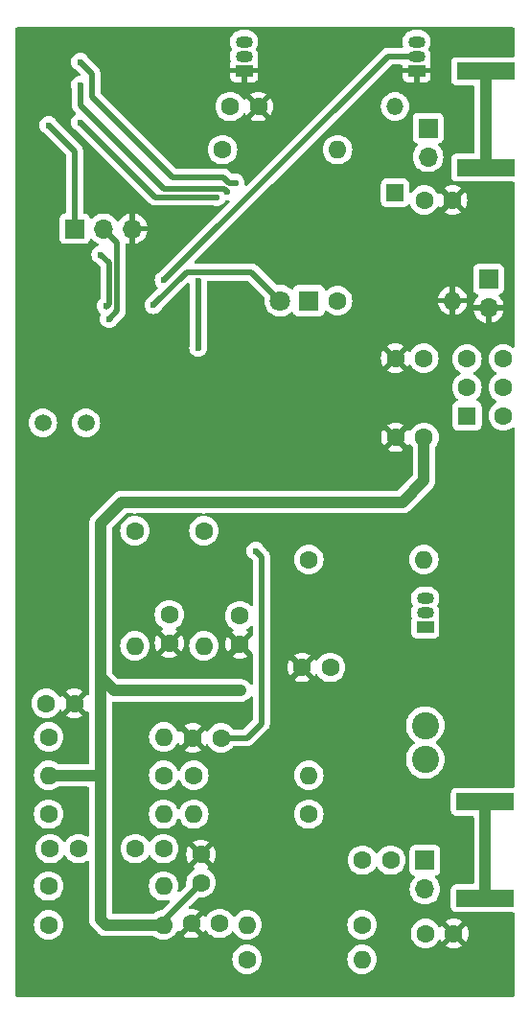
<source format=gbr>
%TF.GenerationSoftware,KiCad,Pcbnew,8.0.5*%
%TF.CreationDate,2024-10-24T17:31:16-06:00*%
%TF.ProjectId,fluxgate,666c7578-6761-4746-952e-6b696361645f,rev?*%
%TF.SameCoordinates,Original*%
%TF.FileFunction,Copper,L2,Bot*%
%TF.FilePolarity,Positive*%
%FSLAX46Y46*%
G04 Gerber Fmt 4.6, Leading zero omitted, Abs format (unit mm)*
G04 Created by KiCad (PCBNEW 8.0.5) date 2024-10-24 17:31:16*
%MOMM*%
%LPD*%
G01*
G04 APERTURE LIST*
%TA.AperFunction,ComponentPad*%
%ADD10O,1.500000X1.050000*%
%TD*%
%TA.AperFunction,ComponentPad*%
%ADD11R,1.500000X1.050000*%
%TD*%
%TA.AperFunction,ComponentPad*%
%ADD12C,1.600000*%
%TD*%
%TA.AperFunction,ComponentPad*%
%ADD13O,1.600000X1.600000*%
%TD*%
%TA.AperFunction,SMDPad,CuDef*%
%ADD14R,5.080000X1.500000*%
%TD*%
%TA.AperFunction,ComponentPad*%
%ADD15C,1.800000*%
%TD*%
%TA.AperFunction,ComponentPad*%
%ADD16R,1.800000X1.800000*%
%TD*%
%TA.AperFunction,ComponentPad*%
%ADD17C,2.400000*%
%TD*%
%TA.AperFunction,ComponentPad*%
%ADD18O,1.700000X1.700000*%
%TD*%
%TA.AperFunction,ComponentPad*%
%ADD19R,1.700000X1.700000*%
%TD*%
%TA.AperFunction,ComponentPad*%
%ADD20R,1.600000X1.600000*%
%TD*%
%TA.AperFunction,ComponentPad*%
%ADD21C,1.500000*%
%TD*%
%TA.AperFunction,ComponentPad*%
%ADD22O,1.500000X1.500000*%
%TD*%
%TA.AperFunction,ComponentPad*%
%ADD23R,1.500000X1.500000*%
%TD*%
%TA.AperFunction,ViaPad*%
%ADD24C,0.600000*%
%TD*%
%TA.AperFunction,Conductor*%
%ADD25C,1.000000*%
%TD*%
%TA.AperFunction,Conductor*%
%ADD26C,0.500000*%
%TD*%
G04 APERTURE END LIST*
D10*
%TO.P,Q3,3,C*%
%TO.N,Net-(Q3-C)*%
X189992000Y-80899000D03*
%TO.P,Q3,2,B*%
%TO.N,Net-(Q3-B)*%
X189992000Y-82169000D03*
D11*
%TO.P,Q3,1,E*%
%TO.N,Net-(JP1-B)*%
X189992000Y-83439000D03*
%TD*%
D12*
%TO.P,C8,2*%
%TO.N,GND*%
X192512000Y-110490000D03*
%TO.P,C8,1*%
%TO.N,SENSOR_GND*%
X190012000Y-110490000D03*
%TD*%
D13*
%TO.P,R2,2*%
%TO.N,Net-(U5A-+)*%
X170434000Y-85090000D03*
D12*
%TO.P,R2,1*%
%TO.N,Net-(C2-Pad2)*%
X170434000Y-74930000D03*
%TD*%
D13*
%TO.P,R7,2*%
%TO.N,GND*%
X192405000Y-54610000D03*
D12*
%TO.P,R7,1*%
%TO.N,Net-(D1-K)*%
X182245000Y-54610000D03*
%TD*%
D14*
%TO.P,J1,2,Ext*%
%TO.N,VDD*%
X195326000Y-42858000D03*
X195326000Y-34358000D03*
%TD*%
D12*
%TO.P,C9,2*%
%TO.N,+3V3*%
X181610000Y-86995000D03*
%TO.P,C9,1*%
%TO.N,GND*%
X179110000Y-86995000D03*
%TD*%
D13*
%TO.P,R10,2*%
%TO.N,Net-(R10-Pad2)*%
X184404000Y-112776000D03*
D12*
%TO.P,R10,1*%
%TO.N,Net-(U2A--)*%
X174244000Y-112776000D03*
%TD*%
%TO.P,C4,2*%
%TO.N,+3V3*%
X170180000Y-106005000D03*
%TO.P,C4,1*%
%TO.N,GND*%
X170180000Y-103505000D03*
%TD*%
D13*
%TO.P,R14,2*%
%TO.N,+3V3*%
X156718000Y-96520000D03*
D12*
%TO.P,R14,1*%
%TO.N,ADC-*%
X166878000Y-96520000D03*
%TD*%
%TO.P,C1,2*%
%TO.N,Net-(U5A-+)*%
X173609000Y-82443000D03*
%TO.P,C1,1*%
%TO.N,GND*%
X173609000Y-84943000D03*
%TD*%
%TO.P,C5,2*%
%TO.N,VDD*%
X189865000Y-59690000D03*
%TO.P,C5,1*%
%TO.N,GND*%
X187365000Y-59690000D03*
%TD*%
D15*
%TO.P,D1,2,A*%
%TO.N,Net-(D1-A)*%
X177165000Y-54610000D03*
D16*
%TO.P,D1,1,K*%
%TO.N,Net-(D1-K)*%
X179705000Y-54610000D03*
%TD*%
D17*
%TO.P,L1,2,2*%
%TO.N,Compensation*%
X189992000Y-92123000D03*
%TO.P,L1,1,1*%
%TO.N,Net-(J8-Pin_1)*%
X189992000Y-95123000D03*
%TD*%
D13*
%TO.P,R5,2*%
%TO.N,+3V3*%
X166878000Y-109728000D03*
D12*
%TO.P,R5,1*%
%TO.N,Net-(U2A-+)*%
X156718000Y-109728000D03*
%TD*%
%TO.P,C15,2*%
%TO.N,Net-(U2B--)*%
X166878000Y-102997000D03*
%TO.P,C15,1*%
%TO.N,Net-(C14-Pad1)*%
X164378000Y-102997000D03*
%TD*%
%TO.P,C7,2*%
%TO.N,GND*%
X175260000Y-37465000D03*
%TO.P,C7,1*%
%TO.N,CARD_GND*%
X172760000Y-37465000D03*
%TD*%
%TO.P,C10,2*%
%TO.N,Net-(U2A-+)*%
X171831000Y-109601000D03*
%TO.P,C10,1*%
%TO.N,GND*%
X169331000Y-109601000D03*
%TD*%
D13*
%TO.P,R1,2*%
%TO.N,Net-(Q3-C)*%
X189865000Y-77470000D03*
D12*
%TO.P,R1,1*%
%TO.N,+3V3*%
X179705000Y-77470000D03*
%TD*%
D18*
%TO.P,J3,2,Pin_2*%
%TO.N,GND*%
X195580000Y-55240000D03*
D19*
%TO.P,J3,1,Pin_1*%
%TO.N,Net-(J3-Pin_1)*%
X195580000Y-52700000D03*
%TD*%
D12*
%TO.P,C16,2*%
%TO.N,ADC-*%
X171958000Y-93218000D03*
%TO.P,C16,1*%
%TO.N,GND*%
X169458000Y-93218000D03*
%TD*%
%TO.P,C13,2*%
%TO.N,Net-(C13-Pad2)*%
X184444000Y-104013000D03*
%TO.P,C13,1*%
%TO.N,Net-(J8-Pin_1)*%
X186944000Y-104013000D03*
%TD*%
%TO.P,SW1,6*%
%TO.N,N/C*%
X196875000Y-59770000D03*
%TO.P,SW1,5*%
X196875000Y-62270000D03*
%TO.P,SW1,4*%
X196875000Y-64770000D03*
%TO.P,SW1,3,C*%
%TO.N,unconnected-(SW1-C-Pad3)*%
X193675000Y-59770000D03*
%TO.P,SW1,2,B*%
%TO.N,Net-(J3-Pin_1)*%
X193675000Y-62270000D03*
D20*
%TO.P,SW1,1,A*%
%TO.N,VDD*%
X193675000Y-64770000D03*
%TD*%
D12*
%TO.P,C14,2*%
%TO.N,ADC+*%
X156865000Y-102997000D03*
%TO.P,C14,1*%
%TO.N,Net-(C14-Pad1)*%
X159365000Y-102997000D03*
%TD*%
D21*
%TO.P,Y1,2,2*%
%TO.N,Net-(U1-XTAL32K1{slash}PF0)*%
X156220000Y-65405000D03*
%TO.P,Y1,1,1*%
%TO.N,Net-(U1-XTAL32K2{slash}PF1)*%
X160020000Y-65405000D03*
%TD*%
D12*
%TO.P,C11,2*%
%TO.N,Net-(C11-Pad2)*%
X156504000Y-90170000D03*
%TO.P,C11,1*%
%TO.N,GND*%
X159004000Y-90170000D03*
%TD*%
D10*
%TO.P,Q4,3,D*%
%TO.N,CARD_GND*%
X173990000Y-31750000D03*
%TO.P,Q4,2,G*%
%TO.N,E_CARD*%
X173990000Y-33020000D03*
D11*
%TO.P,Q4,1,S*%
%TO.N,GND*%
X173990000Y-34290000D03*
%TD*%
D12*
%TO.P,C2,2*%
%TO.N,Net-(C2-Pad2)*%
X167386000Y-82336000D03*
%TO.P,C2,1*%
%TO.N,GND*%
X167386000Y-84836000D03*
%TD*%
D13*
%TO.P,R16,2*%
%TO.N,ADC+*%
X179705000Y-96520000D03*
D12*
%TO.P,R16,1*%
%TO.N,Net-(U2B--)*%
X169545000Y-96520000D03*
%TD*%
D18*
%TO.P,J2,2,Pin_2*%
%TO.N,VDD*%
X190246000Y-41910000D03*
D19*
%TO.P,J2,1,Pin_1*%
%TO.N,Net-(D4-A)*%
X190246000Y-39370000D03*
%TD*%
D13*
%TO.P,R3,2*%
%TO.N,Net-(C2-Pad2)*%
X164338000Y-85090000D03*
D12*
%TO.P,R3,1*%
%TO.N,Comp*%
X164338000Y-74930000D03*
%TD*%
D18*
%TO.P,J5,3,Pin_3*%
%TO.N,GND*%
X164099000Y-48260000D03*
%TO.P,J5,2,Pin_2*%
%TO.N,Net-(J5-Pin_2)*%
X161559000Y-48260000D03*
D19*
%TO.P,J5,1,Pin_1*%
%TO.N,+3V3*%
X159019000Y-48260000D03*
%TD*%
D12*
%TO.P,C3,2*%
%TO.N,GND*%
X192405000Y-45720000D03*
%TO.P,C3,1*%
%TO.N,VDD*%
X189905000Y-45720000D03*
%TD*%
D13*
%TO.P,R8,2*%
%TO.N,Net-(U2A-+)*%
X166878000Y-106299000D03*
D12*
%TO.P,R8,1*%
%TO.N,SENSOR_GND*%
X156718000Y-106299000D03*
%TD*%
D13*
%TO.P,R13,2*%
%TO.N,Net-(C14-Pad1)*%
X166878000Y-99949000D03*
D12*
%TO.P,R13,1*%
%TO.N,Net-(C11-Pad2)*%
X156718000Y-99949000D03*
%TD*%
D13*
%TO.P,R9,2*%
%TO.N,Net-(U2A--)*%
X174244000Y-109728000D03*
D12*
%TO.P,R9,1*%
%TO.N,Net-(C13-Pad2)*%
X184404000Y-109728000D03*
%TD*%
D22*
%TO.P,D4,2,A*%
%TO.N,Net-(D4-A)*%
X187325000Y-37465000D03*
D23*
%TO.P,D4,1,K*%
%TO.N,VDD*%
X187325000Y-45085000D03*
%TD*%
D14*
%TO.P,J9,2,Ext*%
%TO.N,SENSOR_GND*%
X195297500Y-107374000D03*
X195297500Y-98874000D03*
%TD*%
D12*
%TO.P,C6,2*%
%TO.N,+3V3*%
X189885000Y-66675000D03*
%TO.P,C6,1*%
%TO.N,GND*%
X187385000Y-66675000D03*
%TD*%
D13*
%TO.P,R12,2*%
%TO.N,Net-(C14-Pad1)*%
X169545000Y-99949000D03*
D12*
%TO.P,R12,1*%
%TO.N,Net-(R10-Pad2)*%
X179705000Y-99949000D03*
%TD*%
D18*
%TO.P,J8,2,Pin_2*%
%TO.N,SENSOR_GND*%
X189967870Y-106581807D03*
D19*
%TO.P,J8,1,Pin_1*%
%TO.N,Net-(J8-Pin_1)*%
X189967870Y-104041807D03*
%TD*%
D13*
%TO.P,R15,2*%
%TO.N,ADC-*%
X166893800Y-93133849D03*
D12*
%TO.P,R15,1*%
%TO.N,SENSOR_GND*%
X156733800Y-93133849D03*
%TD*%
D10*
%TO.P,Q1,3,D*%
%TO.N,Net-(D4-A)*%
X189230000Y-31750000D03*
%TO.P,Q1,2,G*%
%TO.N,DRIVE_GATE*%
X189230000Y-33020000D03*
D11*
%TO.P,Q1,1,S*%
%TO.N,GND*%
X189230000Y-34290000D03*
%TD*%
D13*
%TO.P,R6,2*%
%TO.N,+3V3*%
X182245000Y-41275000D03*
D12*
%TO.P,R6,1*%
%TO.N,MISO*%
X172085000Y-41275000D03*
%TD*%
D24*
%TO.N,SENSOR_GND*%
X195300600Y-107374000D03*
X195297500Y-98874000D03*
%TO.N,VDD*%
X195326000Y-42858000D03*
X195326000Y-34358000D03*
%TO.N,+3V3*%
X173700196Y-89027000D03*
%TO.N,GND*%
X185928000Y-85344000D03*
X163766500Y-91186000D03*
X157480000Y-75565000D03*
X159385000Y-99695000D03*
X163830000Y-99695000D03*
X178943000Y-102870000D03*
X160528000Y-56642000D03*
X164592000Y-59182000D03*
%TO.N,+3V3*%
X168910000Y-72390000D03*
X161305000Y-50546000D03*
X156718000Y-39116000D03*
X161798000Y-55080000D03*
%TO.N,ADC-*%
X175006000Y-76708000D03*
%TO.N,Net-(D1-A)*%
X165989000Y-54991000D03*
%TO.N,Net-(J5-Pin_2)*%
X162045000Y-56235600D03*
%TO.N,SCK*%
X172466000Y-44958000D03*
X159512000Y-35560000D03*
%TO.N,MISO*%
X159512000Y-33528000D03*
X173228000Y-44196000D03*
%TO.N,CS*%
X159512000Y-38862000D03*
X171565000Y-45466000D03*
%TO.N,MOSI*%
X169926000Y-52832000D03*
X169937174Y-58783287D03*
%TO.N,DRIVE_GATE*%
X166894669Y-52815331D03*
%TD*%
D25*
%TO.N,VDD*%
X195326000Y-42858000D02*
X195326000Y-34358000D01*
%TO.N,SENSOR_GND*%
X195297500Y-107374000D02*
X195297500Y-98874000D01*
D26*
%TO.N,MOSI*%
X169937174Y-57923174D02*
X169926000Y-57912000D01*
X169926000Y-57912000D02*
X169926000Y-52832000D01*
X169937174Y-58783287D02*
X169937174Y-57923174D01*
%TO.N,Net-(J5-Pin_2)*%
X162045000Y-56235600D02*
X162752000Y-55528600D01*
X162752000Y-55528600D02*
X162752000Y-49453000D01*
X162752000Y-49453000D02*
X161559000Y-48260000D01*
D25*
%TO.N,+3V3*%
X173700196Y-89027000D02*
X162470679Y-89027000D01*
X162470679Y-89027000D02*
X161290000Y-87846321D01*
X161290000Y-87846321D02*
X161290000Y-90170000D01*
D26*
X161798000Y-55118000D02*
X161798000Y-55080000D01*
D25*
X161290000Y-99695000D02*
X161290000Y-96520000D01*
X189885000Y-70465000D02*
X189885000Y-69215000D01*
D26*
X159019000Y-41417000D02*
X159019000Y-48260000D01*
D25*
X161290000Y-90170000D02*
X161290000Y-74295000D01*
D26*
X156718000Y-39116000D02*
X159019000Y-41417000D01*
X162052000Y-51293000D02*
X162052000Y-54864000D01*
D25*
X189885000Y-69215000D02*
X189885000Y-66675000D01*
X161290000Y-104775000D02*
X161290000Y-99695000D01*
X161290000Y-96520000D02*
X161290000Y-90170000D01*
D26*
X166878000Y-109307000D02*
X166878000Y-109728000D01*
D25*
X166878000Y-109728000D02*
X161798000Y-109728000D01*
D26*
X162052000Y-54864000D02*
X161798000Y-55118000D01*
X161305000Y-50546000D02*
X162052000Y-51293000D01*
D25*
X161290000Y-109220000D02*
X161290000Y-104775000D01*
X161290000Y-74295000D02*
X163195000Y-72390000D01*
X156718000Y-96520000D02*
X161290000Y-96520000D01*
X187960000Y-72390000D02*
X189885000Y-70465000D01*
X163195000Y-72390000D02*
X187960000Y-72390000D01*
X161798000Y-109728000D02*
X161290000Y-109220000D01*
D26*
X170180000Y-106005000D02*
X166878000Y-109307000D01*
%TO.N,ADC-*%
X175514000Y-91948000D02*
X174244000Y-93218000D01*
X175514000Y-77216000D02*
X175514000Y-91948000D01*
X174244000Y-93218000D02*
X171958000Y-93218000D01*
X175006000Y-76708000D02*
X175514000Y-77216000D01*
%TO.N,Net-(D1-A)*%
X174637000Y-52082000D02*
X177165000Y-54610000D01*
X168898000Y-52082000D02*
X174637000Y-52082000D01*
X165989000Y-54991000D02*
X168898000Y-52082000D01*
%TO.N,SCK*%
X172224000Y-44716000D02*
X166890000Y-44716000D01*
X159512000Y-37338000D02*
X159512000Y-35560000D01*
X172466000Y-44958000D02*
X172224000Y-44716000D01*
X166890000Y-44716000D02*
X159512000Y-37338000D01*
%TO.N,MISO*%
X160528000Y-34544000D02*
X159512000Y-33528000D01*
X167640000Y-43688000D02*
X160528000Y-36576000D01*
X172185950Y-43688000D02*
X167640000Y-43688000D01*
X160528000Y-36576000D02*
X160528000Y-34544000D01*
X173228000Y-44196000D02*
X172693950Y-44196000D01*
X172693950Y-44196000D02*
X172185950Y-43688000D01*
%TO.N,CS*%
X171565000Y-45466000D02*
X166116000Y-45466000D01*
X166116000Y-45466000D02*
X159512000Y-38862000D01*
%TO.N,DRIVE_GATE*%
X166894669Y-52815331D02*
X186690000Y-33020000D01*
X186690000Y-33020000D02*
X189230000Y-33020000D01*
%TD*%
%TA.AperFunction,Conductor*%
%TO.N,GND*%
G36*
X174682834Y-83310867D02*
G01*
X174738767Y-83352739D01*
X174763184Y-83418203D01*
X174763500Y-83427049D01*
X174763500Y-84090690D01*
X174743815Y-84157729D01*
X174727181Y-84178371D01*
X174009000Y-84896552D01*
X174009000Y-84890339D01*
X173981741Y-84788606D01*
X173929080Y-84697394D01*
X173854606Y-84622920D01*
X173763394Y-84570259D01*
X173661661Y-84543000D01*
X173655448Y-84543000D01*
X174334472Y-83863974D01*
X174261480Y-83812864D01*
X174246024Y-83805657D01*
X174193585Y-83759484D01*
X174174433Y-83692290D01*
X174194649Y-83625409D01*
X174246023Y-83580893D01*
X174261734Y-83573568D01*
X174448139Y-83443047D01*
X174472983Y-83418203D01*
X174551819Y-83339368D01*
X174613142Y-83305883D01*
X174682834Y-83310867D01*
G37*
%TD.AperFunction*%
%TA.AperFunction,Conductor*%
G36*
X197816539Y-30492185D02*
G01*
X197862294Y-30544989D01*
X197873500Y-30596500D01*
X197873500Y-32983500D01*
X197853815Y-33050539D01*
X197801011Y-33096294D01*
X197749500Y-33107500D01*
X192738129Y-33107500D01*
X192738123Y-33107501D01*
X192678516Y-33113908D01*
X192543671Y-33164202D01*
X192543664Y-33164206D01*
X192428455Y-33250452D01*
X192428452Y-33250455D01*
X192342206Y-33365664D01*
X192342202Y-33365671D01*
X192291908Y-33500517D01*
X192285501Y-33560116D01*
X192285500Y-33560135D01*
X192285500Y-35155870D01*
X192285501Y-35155876D01*
X192291908Y-35215483D01*
X192342202Y-35350328D01*
X192342206Y-35350335D01*
X192428452Y-35465544D01*
X192428455Y-35465547D01*
X192543664Y-35551793D01*
X192543671Y-35551797D01*
X192678517Y-35602091D01*
X192678516Y-35602091D01*
X192685444Y-35602835D01*
X192738127Y-35608500D01*
X194201500Y-35608499D01*
X194268539Y-35628184D01*
X194314294Y-35680987D01*
X194325500Y-35732499D01*
X194325500Y-41483500D01*
X194305815Y-41550539D01*
X194253011Y-41596294D01*
X194201500Y-41607500D01*
X192738129Y-41607500D01*
X192738123Y-41607501D01*
X192678516Y-41613908D01*
X192543671Y-41664202D01*
X192543664Y-41664206D01*
X192428455Y-41750452D01*
X192428452Y-41750455D01*
X192342206Y-41865664D01*
X192342202Y-41865671D01*
X192291908Y-42000517D01*
X192285501Y-42060116D01*
X192285500Y-42060135D01*
X192285500Y-43655870D01*
X192285501Y-43655876D01*
X192291908Y-43715483D01*
X192342202Y-43850328D01*
X192342206Y-43850335D01*
X192428452Y-43965544D01*
X192428455Y-43965547D01*
X192543664Y-44051793D01*
X192543671Y-44051797D01*
X192678517Y-44102091D01*
X192678516Y-44102091D01*
X192685444Y-44102835D01*
X192738127Y-44108500D01*
X197749500Y-44108499D01*
X197816539Y-44128184D01*
X197862294Y-44180988D01*
X197873500Y-44232499D01*
X197873500Y-58643337D01*
X197853815Y-58710376D01*
X197801011Y-58756131D01*
X197731853Y-58766075D01*
X197678377Y-58744912D01*
X197527734Y-58639432D01*
X197527732Y-58639431D01*
X197321497Y-58543261D01*
X197321488Y-58543258D01*
X197101697Y-58484366D01*
X197101693Y-58484365D01*
X197101692Y-58484365D01*
X197101691Y-58484364D01*
X197101686Y-58484364D01*
X196875002Y-58464532D01*
X196874998Y-58464532D01*
X196648313Y-58484364D01*
X196648302Y-58484366D01*
X196428511Y-58543258D01*
X196428502Y-58543261D01*
X196222267Y-58639431D01*
X196222265Y-58639432D01*
X196035858Y-58769954D01*
X195874954Y-58930858D01*
X195744432Y-59117265D01*
X195744431Y-59117267D01*
X195648261Y-59323502D01*
X195648258Y-59323511D01*
X195589366Y-59543302D01*
X195589364Y-59543313D01*
X195569532Y-59769998D01*
X195569532Y-59770001D01*
X195589364Y-59996686D01*
X195589366Y-59996697D01*
X195648258Y-60216488D01*
X195648261Y-60216497D01*
X195744431Y-60422732D01*
X195744432Y-60422734D01*
X195874954Y-60609141D01*
X196035858Y-60770045D01*
X196035861Y-60770047D01*
X196222266Y-60900568D01*
X196237387Y-60907619D01*
X196289825Y-60953791D01*
X196308976Y-61020985D01*
X196288760Y-61087866D01*
X196237387Y-61132380D01*
X196222266Y-61139432D01*
X196222264Y-61139433D01*
X196035858Y-61269954D01*
X195874954Y-61430858D01*
X195744432Y-61617265D01*
X195744431Y-61617267D01*
X195648261Y-61823502D01*
X195648258Y-61823511D01*
X195589366Y-62043302D01*
X195589364Y-62043313D01*
X195569532Y-62269998D01*
X195569532Y-62270001D01*
X195589364Y-62496686D01*
X195589366Y-62496697D01*
X195648258Y-62716488D01*
X195648261Y-62716497D01*
X195744431Y-62922732D01*
X195744432Y-62922734D01*
X195874954Y-63109141D01*
X196035858Y-63270045D01*
X196035861Y-63270047D01*
X196222266Y-63400568D01*
X196237387Y-63407619D01*
X196289825Y-63453791D01*
X196308976Y-63520985D01*
X196288760Y-63587866D01*
X196237387Y-63632380D01*
X196222266Y-63639432D01*
X196222264Y-63639433D01*
X196035858Y-63769954D01*
X195874954Y-63930858D01*
X195744432Y-64117265D01*
X195744431Y-64117267D01*
X195648261Y-64323502D01*
X195648258Y-64323511D01*
X195589366Y-64543302D01*
X195589364Y-64543313D01*
X195569532Y-64769998D01*
X195569532Y-64770001D01*
X195589364Y-64996686D01*
X195589366Y-64996697D01*
X195648258Y-65216488D01*
X195648261Y-65216497D01*
X195744431Y-65422732D01*
X195744432Y-65422734D01*
X195874954Y-65609141D01*
X196035858Y-65770045D01*
X196064029Y-65789770D01*
X196222266Y-65900568D01*
X196428504Y-65996739D01*
X196648308Y-66055635D01*
X196810230Y-66069801D01*
X196874998Y-66075468D01*
X196875000Y-66075468D01*
X196875002Y-66075468D01*
X196931807Y-66070498D01*
X197101692Y-66055635D01*
X197321496Y-65996739D01*
X197527734Y-65900568D01*
X197678378Y-65795086D01*
X197744583Y-65772760D01*
X197812350Y-65789770D01*
X197860163Y-65840718D01*
X197873500Y-65896662D01*
X197873500Y-97499500D01*
X197853815Y-97566539D01*
X197801011Y-97612294D01*
X197749500Y-97623500D01*
X192709629Y-97623500D01*
X192709623Y-97623501D01*
X192650016Y-97629908D01*
X192515171Y-97680202D01*
X192515164Y-97680206D01*
X192399955Y-97766452D01*
X192399952Y-97766455D01*
X192313706Y-97881664D01*
X192313702Y-97881671D01*
X192263408Y-98016517D01*
X192257001Y-98076116D01*
X192257000Y-98076135D01*
X192257000Y-99671870D01*
X192257001Y-99671876D01*
X192263408Y-99731483D01*
X192313702Y-99866328D01*
X192313706Y-99866335D01*
X192399952Y-99981544D01*
X192399955Y-99981547D01*
X192515164Y-100067793D01*
X192515171Y-100067797D01*
X192650017Y-100118091D01*
X192650016Y-100118091D01*
X192656944Y-100118835D01*
X192709627Y-100124500D01*
X194173000Y-100124499D01*
X194240039Y-100144184D01*
X194285794Y-100196987D01*
X194297000Y-100248499D01*
X194297000Y-105999500D01*
X194277315Y-106066539D01*
X194224511Y-106112294D01*
X194173000Y-106123500D01*
X192709629Y-106123500D01*
X192709623Y-106123501D01*
X192650016Y-106129908D01*
X192515171Y-106180202D01*
X192515164Y-106180206D01*
X192399955Y-106266452D01*
X192399952Y-106266455D01*
X192313706Y-106381664D01*
X192313702Y-106381671D01*
X192263408Y-106516517D01*
X192257001Y-106576116D01*
X192257000Y-106576135D01*
X192257000Y-108171870D01*
X192257001Y-108171876D01*
X192263408Y-108231483D01*
X192313702Y-108366328D01*
X192313706Y-108366335D01*
X192399952Y-108481544D01*
X192399955Y-108481547D01*
X192515164Y-108567793D01*
X192515171Y-108567797D01*
X192650017Y-108618091D01*
X192650016Y-108618091D01*
X192656944Y-108618835D01*
X192709627Y-108624500D01*
X197749500Y-108624499D01*
X197816539Y-108644184D01*
X197862294Y-108696988D01*
X197873500Y-108748499D01*
X197873500Y-115961500D01*
X197853815Y-116028539D01*
X197801011Y-116074294D01*
X197749500Y-116085500D01*
X153913500Y-116085500D01*
X153846461Y-116065815D01*
X153800706Y-116013011D01*
X153789500Y-115961500D01*
X153789500Y-112775998D01*
X172938532Y-112775998D01*
X172938532Y-112776001D01*
X172958364Y-113002686D01*
X172958366Y-113002697D01*
X173017258Y-113222488D01*
X173017261Y-113222497D01*
X173113431Y-113428732D01*
X173113432Y-113428734D01*
X173243954Y-113615141D01*
X173404858Y-113776045D01*
X173404861Y-113776047D01*
X173591266Y-113906568D01*
X173797504Y-114002739D01*
X174017308Y-114061635D01*
X174179230Y-114075801D01*
X174243998Y-114081468D01*
X174244000Y-114081468D01*
X174244002Y-114081468D01*
X174300673Y-114076509D01*
X174470692Y-114061635D01*
X174690496Y-114002739D01*
X174896734Y-113906568D01*
X175083139Y-113776047D01*
X175244047Y-113615139D01*
X175374568Y-113428734D01*
X175470739Y-113222496D01*
X175529635Y-113002692D01*
X175549468Y-112776000D01*
X175549468Y-112775998D01*
X183098532Y-112775998D01*
X183098532Y-112776001D01*
X183118364Y-113002686D01*
X183118366Y-113002697D01*
X183177258Y-113222488D01*
X183177261Y-113222497D01*
X183273431Y-113428732D01*
X183273432Y-113428734D01*
X183403954Y-113615141D01*
X183564858Y-113776045D01*
X183564861Y-113776047D01*
X183751266Y-113906568D01*
X183957504Y-114002739D01*
X184177308Y-114061635D01*
X184339230Y-114075801D01*
X184403998Y-114081468D01*
X184404000Y-114081468D01*
X184404002Y-114081468D01*
X184460673Y-114076509D01*
X184630692Y-114061635D01*
X184850496Y-114002739D01*
X185056734Y-113906568D01*
X185243139Y-113776047D01*
X185404047Y-113615139D01*
X185534568Y-113428734D01*
X185630739Y-113222496D01*
X185689635Y-113002692D01*
X185709468Y-112776000D01*
X185689635Y-112549308D01*
X185630739Y-112329504D01*
X185534568Y-112123266D01*
X185404047Y-111936861D01*
X185404045Y-111936858D01*
X185243141Y-111775954D01*
X185056734Y-111645432D01*
X185056732Y-111645431D01*
X184850497Y-111549261D01*
X184850488Y-111549258D01*
X184630697Y-111490366D01*
X184630693Y-111490365D01*
X184630692Y-111490365D01*
X184630691Y-111490364D01*
X184630686Y-111490364D01*
X184404002Y-111470532D01*
X184403998Y-111470532D01*
X184177313Y-111490364D01*
X184177302Y-111490366D01*
X183957511Y-111549258D01*
X183957502Y-111549261D01*
X183751267Y-111645431D01*
X183751265Y-111645432D01*
X183564858Y-111775954D01*
X183403954Y-111936858D01*
X183273432Y-112123265D01*
X183273431Y-112123267D01*
X183177261Y-112329502D01*
X183177258Y-112329511D01*
X183118366Y-112549302D01*
X183118364Y-112549313D01*
X183098532Y-112775998D01*
X175549468Y-112775998D01*
X175529635Y-112549308D01*
X175470739Y-112329504D01*
X175374568Y-112123266D01*
X175244047Y-111936861D01*
X175244045Y-111936858D01*
X175083141Y-111775954D01*
X174896734Y-111645432D01*
X174896732Y-111645431D01*
X174690497Y-111549261D01*
X174690488Y-111549258D01*
X174470697Y-111490366D01*
X174470693Y-111490365D01*
X174470692Y-111490365D01*
X174470691Y-111490364D01*
X174470686Y-111490364D01*
X174244002Y-111470532D01*
X174243998Y-111470532D01*
X174017313Y-111490364D01*
X174017302Y-111490366D01*
X173797511Y-111549258D01*
X173797502Y-111549261D01*
X173591267Y-111645431D01*
X173591265Y-111645432D01*
X173404858Y-111775954D01*
X173243954Y-111936858D01*
X173113432Y-112123265D01*
X173113431Y-112123267D01*
X173017261Y-112329502D01*
X173017258Y-112329511D01*
X172958366Y-112549302D01*
X172958364Y-112549313D01*
X172938532Y-112775998D01*
X153789500Y-112775998D01*
X153789500Y-109727998D01*
X155412532Y-109727998D01*
X155412532Y-109728001D01*
X155432364Y-109954686D01*
X155432366Y-109954697D01*
X155491258Y-110174488D01*
X155491261Y-110174497D01*
X155587431Y-110380732D01*
X155587432Y-110380734D01*
X155717954Y-110567141D01*
X155878858Y-110728045D01*
X155889656Y-110735606D01*
X156065266Y-110858568D01*
X156271504Y-110954739D01*
X156491308Y-111013635D01*
X156653230Y-111027801D01*
X156717998Y-111033468D01*
X156718000Y-111033468D01*
X156718002Y-111033468D01*
X156774673Y-111028509D01*
X156944692Y-111013635D01*
X157164496Y-110954739D01*
X157370734Y-110858568D01*
X157557139Y-110728047D01*
X157718047Y-110567139D01*
X157848568Y-110380734D01*
X157944739Y-110174496D01*
X158003635Y-109954692D01*
X158023468Y-109728000D01*
X158003635Y-109501308D01*
X157944739Y-109281504D01*
X157848568Y-109075266D01*
X157718047Y-108888861D01*
X157718045Y-108888858D01*
X157557141Y-108727954D01*
X157370734Y-108597432D01*
X157370732Y-108597431D01*
X157164497Y-108501261D01*
X157164488Y-108501258D01*
X156944697Y-108442366D01*
X156944693Y-108442365D01*
X156944692Y-108442365D01*
X156944691Y-108442364D01*
X156944686Y-108442364D01*
X156718002Y-108422532D01*
X156717998Y-108422532D01*
X156491313Y-108442364D01*
X156491302Y-108442366D01*
X156271511Y-108501258D01*
X156271502Y-108501261D01*
X156065267Y-108597431D01*
X156065265Y-108597432D01*
X155878858Y-108727954D01*
X155717954Y-108888858D01*
X155587432Y-109075265D01*
X155587431Y-109075267D01*
X155491261Y-109281502D01*
X155491258Y-109281511D01*
X155432366Y-109501302D01*
X155432364Y-109501313D01*
X155412532Y-109727998D01*
X153789500Y-109727998D01*
X153789500Y-106298998D01*
X155412532Y-106298998D01*
X155412532Y-106299001D01*
X155432364Y-106525686D01*
X155432366Y-106525697D01*
X155491258Y-106745488D01*
X155491261Y-106745497D01*
X155587431Y-106951732D01*
X155587432Y-106951734D01*
X155717954Y-107138141D01*
X155878858Y-107299045D01*
X155878861Y-107299047D01*
X156065266Y-107429568D01*
X156271504Y-107525739D01*
X156491308Y-107584635D01*
X156653230Y-107598801D01*
X156717998Y-107604468D01*
X156718000Y-107604468D01*
X156718002Y-107604468D01*
X156774673Y-107599509D01*
X156944692Y-107584635D01*
X157164496Y-107525739D01*
X157370734Y-107429568D01*
X157557139Y-107299047D01*
X157718047Y-107138139D01*
X157848568Y-106951734D01*
X157944739Y-106745496D01*
X158003635Y-106525692D01*
X158023468Y-106299000D01*
X158020620Y-106266452D01*
X158013075Y-106180204D01*
X158003635Y-106072308D01*
X157944739Y-105852504D01*
X157848568Y-105646266D01*
X157718047Y-105459861D01*
X157718045Y-105459858D01*
X157557141Y-105298954D01*
X157370734Y-105168432D01*
X157370732Y-105168431D01*
X157164497Y-105072261D01*
X157164488Y-105072258D01*
X156944697Y-105013366D01*
X156944693Y-105013365D01*
X156944692Y-105013365D01*
X156944691Y-105013364D01*
X156944686Y-105013364D01*
X156718002Y-104993532D01*
X156717998Y-104993532D01*
X156491313Y-105013364D01*
X156491302Y-105013366D01*
X156271511Y-105072258D01*
X156271502Y-105072261D01*
X156065267Y-105168431D01*
X156065265Y-105168432D01*
X155878858Y-105298954D01*
X155717954Y-105459858D01*
X155587432Y-105646265D01*
X155587431Y-105646267D01*
X155491261Y-105852502D01*
X155491258Y-105852511D01*
X155432366Y-106072302D01*
X155432364Y-106072313D01*
X155412532Y-106298998D01*
X153789500Y-106298998D01*
X153789500Y-99948998D01*
X155412532Y-99948998D01*
X155412532Y-99949001D01*
X155432364Y-100175686D01*
X155432366Y-100175697D01*
X155491258Y-100395488D01*
X155491261Y-100395497D01*
X155587431Y-100601732D01*
X155587432Y-100601734D01*
X155717954Y-100788141D01*
X155878858Y-100949045D01*
X155878861Y-100949047D01*
X156065266Y-101079568D01*
X156271504Y-101175739D01*
X156491308Y-101234635D01*
X156653230Y-101248801D01*
X156717998Y-101254468D01*
X156718000Y-101254468D01*
X156718002Y-101254468D01*
X156774673Y-101249509D01*
X156944692Y-101234635D01*
X157164496Y-101175739D01*
X157370734Y-101079568D01*
X157557139Y-100949047D01*
X157718047Y-100788139D01*
X157848568Y-100601734D01*
X157944739Y-100395496D01*
X158003635Y-100175692D01*
X158023468Y-99949000D01*
X158003635Y-99722308D01*
X157944739Y-99502504D01*
X157848568Y-99296266D01*
X157718047Y-99109861D01*
X157718045Y-99109858D01*
X157557141Y-98948954D01*
X157370734Y-98818432D01*
X157370732Y-98818431D01*
X157164497Y-98722261D01*
X157164488Y-98722258D01*
X156944697Y-98663366D01*
X156944693Y-98663365D01*
X156944692Y-98663365D01*
X156944691Y-98663364D01*
X156944686Y-98663364D01*
X156718002Y-98643532D01*
X156717998Y-98643532D01*
X156491313Y-98663364D01*
X156491302Y-98663366D01*
X156271511Y-98722258D01*
X156271502Y-98722261D01*
X156065267Y-98818431D01*
X156065265Y-98818432D01*
X155878858Y-98948954D01*
X155717954Y-99109858D01*
X155587432Y-99296265D01*
X155587431Y-99296267D01*
X155491261Y-99502502D01*
X155491258Y-99502511D01*
X155432366Y-99722302D01*
X155432364Y-99722313D01*
X155412532Y-99948998D01*
X153789500Y-99948998D01*
X153789500Y-93133847D01*
X155428332Y-93133847D01*
X155428332Y-93133850D01*
X155448164Y-93360535D01*
X155448166Y-93360546D01*
X155507058Y-93580337D01*
X155507061Y-93580346D01*
X155603231Y-93786581D01*
X155603232Y-93786583D01*
X155733754Y-93972990D01*
X155894658Y-94133894D01*
X155894661Y-94133896D01*
X156081066Y-94264417D01*
X156287304Y-94360588D01*
X156507108Y-94419484D01*
X156669030Y-94433650D01*
X156733798Y-94439317D01*
X156733800Y-94439317D01*
X156733802Y-94439317D01*
X156790473Y-94434358D01*
X156960492Y-94419484D01*
X157180296Y-94360588D01*
X157386534Y-94264417D01*
X157572939Y-94133896D01*
X157733847Y-93972988D01*
X157864368Y-93786583D01*
X157960539Y-93580345D01*
X158019435Y-93360541D01*
X158039268Y-93133849D01*
X158019435Y-92907157D01*
X157960539Y-92687353D01*
X157864368Y-92481115D01*
X157766639Y-92341542D01*
X157733845Y-92294707D01*
X157572941Y-92133803D01*
X157386534Y-92003281D01*
X157386532Y-92003280D01*
X157180297Y-91907110D01*
X157180288Y-91907107D01*
X156960497Y-91848215D01*
X156960493Y-91848214D01*
X156960492Y-91848214D01*
X156960491Y-91848213D01*
X156960486Y-91848213D01*
X156733802Y-91828381D01*
X156733798Y-91828381D01*
X156507113Y-91848213D01*
X156507102Y-91848215D01*
X156287311Y-91907107D01*
X156287302Y-91907110D01*
X156081067Y-92003280D01*
X156081065Y-92003281D01*
X155894658Y-92133803D01*
X155733754Y-92294707D01*
X155603232Y-92481114D01*
X155603231Y-92481116D01*
X155507061Y-92687351D01*
X155507058Y-92687360D01*
X155448166Y-92907151D01*
X155448164Y-92907162D01*
X155428332Y-93133847D01*
X153789500Y-93133847D01*
X153789500Y-90169998D01*
X155198532Y-90169998D01*
X155198532Y-90170001D01*
X155218364Y-90396686D01*
X155218366Y-90396697D01*
X155277258Y-90616488D01*
X155277261Y-90616497D01*
X155373431Y-90822732D01*
X155373432Y-90822734D01*
X155503954Y-91009141D01*
X155664858Y-91170045D01*
X155664861Y-91170047D01*
X155851266Y-91300568D01*
X156057504Y-91396739D01*
X156277308Y-91455635D01*
X156439230Y-91469801D01*
X156503998Y-91475468D01*
X156504000Y-91475468D01*
X156504002Y-91475468D01*
X156560673Y-91470509D01*
X156730692Y-91455635D01*
X156950496Y-91396739D01*
X157156734Y-91300568D01*
X157343139Y-91170047D01*
X157504047Y-91009139D01*
X157634568Y-90822734D01*
X157641893Y-90807024D01*
X157688064Y-90754586D01*
X157755257Y-90735433D01*
X157822138Y-90755648D01*
X157866657Y-90807024D01*
X157873864Y-90822480D01*
X157924974Y-90895472D01*
X158604000Y-90216446D01*
X158604000Y-90222661D01*
X158631259Y-90324394D01*
X158683920Y-90415606D01*
X158758394Y-90490080D01*
X158849606Y-90542741D01*
X158951339Y-90570000D01*
X158957553Y-90570000D01*
X158278526Y-91249025D01*
X158351513Y-91300132D01*
X158351521Y-91300136D01*
X158557668Y-91396264D01*
X158557682Y-91396269D01*
X158777389Y-91455139D01*
X158777400Y-91455141D01*
X159003998Y-91474966D01*
X159004002Y-91474966D01*
X159230599Y-91455141D01*
X159230610Y-91455139D01*
X159450317Y-91396269D01*
X159450331Y-91396264D01*
X159656478Y-91300136D01*
X159729471Y-91249024D01*
X159050447Y-90570000D01*
X159056661Y-90570000D01*
X159158394Y-90542741D01*
X159249606Y-90490080D01*
X159324080Y-90415606D01*
X159376741Y-90324394D01*
X159404000Y-90222661D01*
X159404000Y-90216447D01*
X160083025Y-90895472D01*
X160099894Y-90893996D01*
X160118501Y-90879123D01*
X160188000Y-90871929D01*
X160250355Y-90903451D01*
X160285769Y-90963681D01*
X160289500Y-90993871D01*
X160289500Y-95395500D01*
X160269815Y-95462539D01*
X160217011Y-95508294D01*
X160165500Y-95519500D01*
X157595588Y-95519500D01*
X157528549Y-95499815D01*
X157524465Y-95497075D01*
X157475142Y-95462539D01*
X157370734Y-95389432D01*
X157370732Y-95389431D01*
X157164497Y-95293261D01*
X157164488Y-95293258D01*
X156944697Y-95234366D01*
X156944693Y-95234365D01*
X156944692Y-95234365D01*
X156944691Y-95234364D01*
X156944686Y-95234364D01*
X156718002Y-95214532D01*
X156717998Y-95214532D01*
X156491313Y-95234364D01*
X156491302Y-95234366D01*
X156271511Y-95293258D01*
X156271502Y-95293261D01*
X156065267Y-95389431D01*
X156065265Y-95389432D01*
X155878858Y-95519954D01*
X155717954Y-95680858D01*
X155587432Y-95867265D01*
X155587431Y-95867267D01*
X155491261Y-96073502D01*
X155491258Y-96073511D01*
X155432366Y-96293302D01*
X155432364Y-96293313D01*
X155412532Y-96519998D01*
X155412532Y-96520001D01*
X155432364Y-96746686D01*
X155432366Y-96746697D01*
X155491258Y-96966488D01*
X155491261Y-96966497D01*
X155587431Y-97172732D01*
X155587432Y-97172734D01*
X155717954Y-97359141D01*
X155878858Y-97520045D01*
X155878861Y-97520047D01*
X156065266Y-97650568D01*
X156271504Y-97746739D01*
X156491308Y-97805635D01*
X156653230Y-97819801D01*
X156717998Y-97825468D01*
X156718000Y-97825468D01*
X156718002Y-97825468D01*
X156774673Y-97820509D01*
X156944692Y-97805635D01*
X157164496Y-97746739D01*
X157370734Y-97650568D01*
X157524465Y-97542924D01*
X157590671Y-97520598D01*
X157595588Y-97520500D01*
X160165500Y-97520500D01*
X160232539Y-97540185D01*
X160278294Y-97592989D01*
X160289500Y-97644500D01*
X160289500Y-101818522D01*
X160269815Y-101885561D01*
X160217011Y-101931316D01*
X160147853Y-101941260D01*
X160094378Y-101920098D01*
X160045053Y-101885561D01*
X160017734Y-101866432D01*
X160017732Y-101866431D01*
X159811497Y-101770261D01*
X159811488Y-101770258D01*
X159591697Y-101711366D01*
X159591693Y-101711365D01*
X159591692Y-101711365D01*
X159591691Y-101711364D01*
X159591686Y-101711364D01*
X159365002Y-101691532D01*
X159364998Y-101691532D01*
X159138313Y-101711364D01*
X159138302Y-101711366D01*
X158918511Y-101770258D01*
X158918502Y-101770261D01*
X158712267Y-101866431D01*
X158712265Y-101866432D01*
X158525858Y-101996954D01*
X158364954Y-102157858D01*
X158234433Y-102344264D01*
X158234432Y-102344266D01*
X158227380Y-102359387D01*
X158181209Y-102411825D01*
X158114015Y-102430976D01*
X158047134Y-102410760D01*
X158002619Y-102359387D01*
X157995568Y-102344266D01*
X157865047Y-102157861D01*
X157865045Y-102157858D01*
X157704141Y-101996954D01*
X157517734Y-101866432D01*
X157517732Y-101866431D01*
X157311497Y-101770261D01*
X157311488Y-101770258D01*
X157091697Y-101711366D01*
X157091693Y-101711365D01*
X157091692Y-101711365D01*
X157091691Y-101711364D01*
X157091686Y-101711364D01*
X156865002Y-101691532D01*
X156864998Y-101691532D01*
X156638313Y-101711364D01*
X156638302Y-101711366D01*
X156418511Y-101770258D01*
X156418502Y-101770261D01*
X156212267Y-101866431D01*
X156212265Y-101866432D01*
X156025858Y-101996954D01*
X155864954Y-102157858D01*
X155734432Y-102344265D01*
X155734431Y-102344267D01*
X155638261Y-102550502D01*
X155638258Y-102550511D01*
X155579366Y-102770302D01*
X155579364Y-102770313D01*
X155559532Y-102996998D01*
X155559532Y-102997001D01*
X155579364Y-103223686D01*
X155579366Y-103223697D01*
X155638258Y-103443488D01*
X155638261Y-103443497D01*
X155734431Y-103649732D01*
X155734432Y-103649734D01*
X155864954Y-103836141D01*
X156025858Y-103997045D01*
X156025861Y-103997047D01*
X156212266Y-104127568D01*
X156418504Y-104223739D01*
X156638308Y-104282635D01*
X156800230Y-104296801D01*
X156864998Y-104302468D01*
X156865000Y-104302468D01*
X156865002Y-104302468D01*
X156921673Y-104297509D01*
X157091692Y-104282635D01*
X157311496Y-104223739D01*
X157517734Y-104127568D01*
X157704139Y-103997047D01*
X157865047Y-103836139D01*
X157995568Y-103649734D01*
X158002618Y-103634614D01*
X158048789Y-103582176D01*
X158115982Y-103563023D01*
X158182864Y-103583238D01*
X158227381Y-103634614D01*
X158234432Y-103649733D01*
X158234432Y-103649734D01*
X158364954Y-103836141D01*
X158525858Y-103997045D01*
X158525861Y-103997047D01*
X158712266Y-104127568D01*
X158918504Y-104223739D01*
X159138308Y-104282635D01*
X159300230Y-104296801D01*
X159364998Y-104302468D01*
X159365000Y-104302468D01*
X159365002Y-104302468D01*
X159421673Y-104297509D01*
X159591692Y-104282635D01*
X159811496Y-104223739D01*
X160017734Y-104127568D01*
X160094378Y-104073901D01*
X160160583Y-104051575D01*
X160228350Y-104068585D01*
X160276163Y-104119533D01*
X160289500Y-104175477D01*
X160289500Y-104676459D01*
X160289500Y-109318541D01*
X160289500Y-109318543D01*
X160289499Y-109318543D01*
X160327947Y-109511829D01*
X160327950Y-109511839D01*
X160403364Y-109693907D01*
X160403371Y-109693920D01*
X160512859Y-109857780D01*
X160512860Y-109857781D01*
X160512861Y-109857782D01*
X160652218Y-109997139D01*
X160652219Y-109997139D01*
X160659286Y-110004206D01*
X160659285Y-110004206D01*
X160659288Y-110004208D01*
X161020860Y-110365781D01*
X161020861Y-110365782D01*
X161092418Y-110437339D01*
X161160219Y-110505140D01*
X161303752Y-110601045D01*
X161324086Y-110614632D01*
X161430745Y-110658811D01*
X161506164Y-110690051D01*
X161640097Y-110716692D01*
X161699454Y-110728499D01*
X161699457Y-110728500D01*
X161699459Y-110728500D01*
X161896540Y-110728500D01*
X166000412Y-110728500D01*
X166067451Y-110748185D01*
X166071523Y-110750917D01*
X166225266Y-110858568D01*
X166431504Y-110954739D01*
X166651308Y-111013635D01*
X166813230Y-111027801D01*
X166877998Y-111033468D01*
X166878000Y-111033468D01*
X166878002Y-111033468D01*
X166934673Y-111028509D01*
X167104692Y-111013635D01*
X167324496Y-110954739D01*
X167530734Y-110858568D01*
X167717139Y-110728047D01*
X167878047Y-110567139D01*
X168008568Y-110380734D01*
X168030289Y-110334151D01*
X168076459Y-110281715D01*
X168143652Y-110262562D01*
X168210534Y-110282777D01*
X168244244Y-110315434D01*
X168251973Y-110326472D01*
X168251974Y-110326472D01*
X168931000Y-109647446D01*
X168931000Y-109653661D01*
X168958259Y-109755394D01*
X169010920Y-109846606D01*
X169085394Y-109921080D01*
X169176606Y-109973741D01*
X169278339Y-110001000D01*
X169284553Y-110001000D01*
X168605526Y-110680025D01*
X168678513Y-110731132D01*
X168678521Y-110731136D01*
X168884668Y-110827264D01*
X168884682Y-110827269D01*
X169104389Y-110886139D01*
X169104400Y-110886141D01*
X169330998Y-110905966D01*
X169331002Y-110905966D01*
X169557599Y-110886141D01*
X169557610Y-110886139D01*
X169777317Y-110827269D01*
X169777331Y-110827264D01*
X169983478Y-110731136D01*
X170056471Y-110680024D01*
X169377447Y-110001000D01*
X169383661Y-110001000D01*
X169485394Y-109973741D01*
X169576606Y-109921080D01*
X169651080Y-109846606D01*
X169703741Y-109755394D01*
X169731000Y-109653661D01*
X169731000Y-109647447D01*
X170410024Y-110326471D01*
X170461134Y-110253481D01*
X170468340Y-110238028D01*
X170514511Y-110185587D01*
X170581704Y-110166433D01*
X170648585Y-110186646D01*
X170693105Y-110238022D01*
X170700430Y-110253730D01*
X170700432Y-110253734D01*
X170830954Y-110440141D01*
X170991858Y-110601045D01*
X171038693Y-110633839D01*
X171178266Y-110731568D01*
X171384504Y-110827739D01*
X171604308Y-110886635D01*
X171766230Y-110900801D01*
X171830998Y-110906468D01*
X171831000Y-110906468D01*
X171831002Y-110906468D01*
X171887673Y-110901509D01*
X172057692Y-110886635D01*
X172277496Y-110827739D01*
X172483734Y-110731568D01*
X172670139Y-110601047D01*
X172831047Y-110440139D01*
X172893989Y-110350247D01*
X172948564Y-110306623D01*
X173018062Y-110299429D01*
X173080417Y-110330951D01*
X173107944Y-110368965D01*
X173113432Y-110380733D01*
X173113432Y-110380734D01*
X173243954Y-110567141D01*
X173404858Y-110728045D01*
X173415656Y-110735606D01*
X173591266Y-110858568D01*
X173797504Y-110954739D01*
X174017308Y-111013635D01*
X174179230Y-111027801D01*
X174243998Y-111033468D01*
X174244000Y-111033468D01*
X174244002Y-111033468D01*
X174300673Y-111028509D01*
X174470692Y-111013635D01*
X174690496Y-110954739D01*
X174896734Y-110858568D01*
X175083139Y-110728047D01*
X175244047Y-110567139D01*
X175374568Y-110380734D01*
X175470739Y-110174496D01*
X175529635Y-109954692D01*
X175549468Y-109728000D01*
X175549468Y-109727998D01*
X183098532Y-109727998D01*
X183098532Y-109728001D01*
X183118364Y-109954686D01*
X183118366Y-109954697D01*
X183177258Y-110174488D01*
X183177261Y-110174497D01*
X183273431Y-110380732D01*
X183273432Y-110380734D01*
X183403954Y-110567141D01*
X183564858Y-110728045D01*
X183575656Y-110735606D01*
X183751266Y-110858568D01*
X183957504Y-110954739D01*
X184177308Y-111013635D01*
X184339230Y-111027801D01*
X184403998Y-111033468D01*
X184404000Y-111033468D01*
X184404002Y-111033468D01*
X184460673Y-111028509D01*
X184630692Y-111013635D01*
X184850496Y-110954739D01*
X185056734Y-110858568D01*
X185243139Y-110728047D01*
X185404047Y-110567139D01*
X185458061Y-110489998D01*
X188706532Y-110489998D01*
X188706532Y-110490001D01*
X188726364Y-110716686D01*
X188726366Y-110716697D01*
X188785258Y-110936488D01*
X188785261Y-110936497D01*
X188881431Y-111142732D01*
X188881432Y-111142734D01*
X189011954Y-111329141D01*
X189172858Y-111490045D01*
X189219693Y-111522839D01*
X189359266Y-111620568D01*
X189565504Y-111716739D01*
X189785308Y-111775635D01*
X189947230Y-111789801D01*
X190011998Y-111795468D01*
X190012000Y-111795468D01*
X190012002Y-111795468D01*
X190068673Y-111790509D01*
X190238692Y-111775635D01*
X190458496Y-111716739D01*
X190664734Y-111620568D01*
X190851139Y-111490047D01*
X191012047Y-111329139D01*
X191142568Y-111142734D01*
X191149893Y-111127024D01*
X191196064Y-111074586D01*
X191263257Y-111055433D01*
X191330138Y-111075648D01*
X191374657Y-111127024D01*
X191381864Y-111142480D01*
X191432974Y-111215472D01*
X192112000Y-110536446D01*
X192112000Y-110542661D01*
X192139259Y-110644394D01*
X192191920Y-110735606D01*
X192266394Y-110810080D01*
X192357606Y-110862741D01*
X192459339Y-110890000D01*
X192465553Y-110890000D01*
X191786526Y-111569025D01*
X191859513Y-111620132D01*
X191859521Y-111620136D01*
X192065668Y-111716264D01*
X192065682Y-111716269D01*
X192285389Y-111775139D01*
X192285400Y-111775141D01*
X192511998Y-111794966D01*
X192512002Y-111794966D01*
X192738599Y-111775141D01*
X192738610Y-111775139D01*
X192958317Y-111716269D01*
X192958331Y-111716264D01*
X193164478Y-111620136D01*
X193237471Y-111569024D01*
X192558447Y-110890000D01*
X192564661Y-110890000D01*
X192666394Y-110862741D01*
X192757606Y-110810080D01*
X192832080Y-110735606D01*
X192884741Y-110644394D01*
X192912000Y-110542661D01*
X192912000Y-110536447D01*
X193591024Y-111215471D01*
X193642136Y-111142478D01*
X193738264Y-110936331D01*
X193738269Y-110936317D01*
X193797139Y-110716610D01*
X193797141Y-110716599D01*
X193816966Y-110490002D01*
X193816966Y-110489997D01*
X193797141Y-110263400D01*
X193797139Y-110263389D01*
X193738269Y-110043682D01*
X193738264Y-110043668D01*
X193642136Y-109837521D01*
X193642132Y-109837513D01*
X193591025Y-109764526D01*
X192912000Y-110443551D01*
X192912000Y-110437339D01*
X192884741Y-110335606D01*
X192832080Y-110244394D01*
X192757606Y-110169920D01*
X192666394Y-110117259D01*
X192564661Y-110090000D01*
X192558448Y-110090000D01*
X193237472Y-109410974D01*
X193164478Y-109359863D01*
X192958331Y-109263735D01*
X192958317Y-109263730D01*
X192738610Y-109204860D01*
X192738599Y-109204858D01*
X192512002Y-109185034D01*
X192511998Y-109185034D01*
X192285400Y-109204858D01*
X192285389Y-109204860D01*
X192065682Y-109263730D01*
X192065673Y-109263734D01*
X191859516Y-109359866D01*
X191859512Y-109359868D01*
X191786526Y-109410973D01*
X191786526Y-109410974D01*
X192465553Y-110090000D01*
X192459339Y-110090000D01*
X192357606Y-110117259D01*
X192266394Y-110169920D01*
X192191920Y-110244394D01*
X192139259Y-110335606D01*
X192112000Y-110437339D01*
X192112000Y-110443552D01*
X191432974Y-109764526D01*
X191432973Y-109764526D01*
X191381868Y-109837512D01*
X191381867Y-109837514D01*
X191374656Y-109852979D01*
X191328482Y-109905417D01*
X191261288Y-109924567D01*
X191194407Y-109904350D01*
X191149893Y-109852976D01*
X191142568Y-109837266D01*
X191012047Y-109650861D01*
X191012045Y-109650858D01*
X190851141Y-109489954D01*
X190664734Y-109359432D01*
X190664732Y-109359431D01*
X190458497Y-109263261D01*
X190458488Y-109263258D01*
X190238697Y-109204366D01*
X190238693Y-109204365D01*
X190238692Y-109204365D01*
X190238691Y-109204364D01*
X190238686Y-109204364D01*
X190012002Y-109184532D01*
X190011998Y-109184532D01*
X189785313Y-109204364D01*
X189785302Y-109204366D01*
X189565511Y-109263258D01*
X189565502Y-109263261D01*
X189359267Y-109359431D01*
X189359265Y-109359432D01*
X189172858Y-109489954D01*
X189011954Y-109650858D01*
X188881432Y-109837265D01*
X188881431Y-109837267D01*
X188785261Y-110043502D01*
X188785258Y-110043511D01*
X188726366Y-110263302D01*
X188726364Y-110263313D01*
X188706532Y-110489998D01*
X185458061Y-110489998D01*
X185534568Y-110380734D01*
X185630739Y-110174496D01*
X185689635Y-109954692D01*
X185709468Y-109728000D01*
X185689635Y-109501308D01*
X185630739Y-109281504D01*
X185534568Y-109075266D01*
X185404047Y-108888861D01*
X185404045Y-108888858D01*
X185243141Y-108727954D01*
X185056734Y-108597432D01*
X185056732Y-108597431D01*
X184850497Y-108501261D01*
X184850488Y-108501258D01*
X184630697Y-108442366D01*
X184630693Y-108442365D01*
X184630692Y-108442365D01*
X184630691Y-108442364D01*
X184630686Y-108442364D01*
X184404002Y-108422532D01*
X184403998Y-108422532D01*
X184177313Y-108442364D01*
X184177302Y-108442366D01*
X183957511Y-108501258D01*
X183957502Y-108501261D01*
X183751267Y-108597431D01*
X183751265Y-108597432D01*
X183564858Y-108727954D01*
X183403954Y-108888858D01*
X183273432Y-109075265D01*
X183273431Y-109075267D01*
X183177261Y-109281502D01*
X183177258Y-109281511D01*
X183118366Y-109501302D01*
X183118364Y-109501313D01*
X183098532Y-109727998D01*
X175549468Y-109727998D01*
X175529635Y-109501308D01*
X175470739Y-109281504D01*
X175374568Y-109075266D01*
X175244047Y-108888861D01*
X175244045Y-108888858D01*
X175083141Y-108727954D01*
X174896734Y-108597432D01*
X174896732Y-108597431D01*
X174690497Y-108501261D01*
X174690488Y-108501258D01*
X174470697Y-108442366D01*
X174470693Y-108442365D01*
X174470692Y-108442365D01*
X174470691Y-108442364D01*
X174470686Y-108442364D01*
X174244002Y-108422532D01*
X174243998Y-108422532D01*
X174017313Y-108442364D01*
X174017302Y-108442366D01*
X173797511Y-108501258D01*
X173797502Y-108501261D01*
X173591267Y-108597431D01*
X173591265Y-108597432D01*
X173404858Y-108727954D01*
X173243956Y-108888856D01*
X173181011Y-108978751D01*
X173126433Y-109022376D01*
X173056935Y-109029568D01*
X172994580Y-108998046D01*
X172967054Y-108960032D01*
X172961568Y-108948266D01*
X172831047Y-108761861D01*
X172831045Y-108761858D01*
X172670141Y-108600954D01*
X172483734Y-108470432D01*
X172483732Y-108470431D01*
X172277497Y-108374261D01*
X172277488Y-108374258D01*
X172057697Y-108315366D01*
X172057693Y-108315365D01*
X172057692Y-108315365D01*
X172057691Y-108315364D01*
X172057686Y-108315364D01*
X171831002Y-108295532D01*
X171830998Y-108295532D01*
X171604313Y-108315364D01*
X171604302Y-108315366D01*
X171384511Y-108374258D01*
X171384502Y-108374261D01*
X171178267Y-108470431D01*
X171178265Y-108470432D01*
X170991858Y-108600954D01*
X170830954Y-108761858D01*
X170700432Y-108948265D01*
X170700429Y-108948270D01*
X170693104Y-108963979D01*
X170646929Y-109016417D01*
X170579735Y-109035566D01*
X170512855Y-109015347D01*
X170468341Y-108963973D01*
X170461133Y-108948515D01*
X170461132Y-108948513D01*
X170410025Y-108875526D01*
X169731000Y-109554551D01*
X169731000Y-109548339D01*
X169703741Y-109446606D01*
X169651080Y-109355394D01*
X169576606Y-109280920D01*
X169485394Y-109228259D01*
X169383661Y-109201000D01*
X169377446Y-109201000D01*
X170056472Y-108521974D01*
X169983478Y-108470863D01*
X169777331Y-108374735D01*
X169777317Y-108374730D01*
X169557610Y-108315860D01*
X169557599Y-108315858D01*
X169331002Y-108296034D01*
X169330998Y-108296034D01*
X169253225Y-108302838D01*
X169184725Y-108289071D01*
X169134542Y-108240456D01*
X169118609Y-108172427D01*
X169141985Y-108106584D01*
X169154731Y-108091635D01*
X169914652Y-107331714D01*
X169975973Y-107298231D01*
X170013135Y-107295869D01*
X170156366Y-107308400D01*
X170179999Y-107310468D01*
X170180000Y-107310468D01*
X170180002Y-107310468D01*
X170236673Y-107305509D01*
X170406692Y-107290635D01*
X170626496Y-107231739D01*
X170832734Y-107135568D01*
X171019139Y-107005047D01*
X171180047Y-106844139D01*
X171310568Y-106657734D01*
X171345974Y-106581806D01*
X188612211Y-106581806D01*
X188612211Y-106581807D01*
X188632806Y-106817210D01*
X188632808Y-106817220D01*
X188693964Y-107045462D01*
X188693966Y-107045466D01*
X188693967Y-107045470D01*
X188780826Y-107231739D01*
X188793835Y-107259637D01*
X188793837Y-107259641D01*
X188821430Y-107299047D01*
X188929375Y-107453208D01*
X189096469Y-107620302D01*
X189139592Y-107650497D01*
X189290035Y-107755839D01*
X189290037Y-107755840D01*
X189290040Y-107755842D01*
X189504207Y-107855710D01*
X189732462Y-107916870D01*
X189920788Y-107933346D01*
X189967869Y-107937466D01*
X189967870Y-107937466D01*
X189967871Y-107937466D01*
X190007104Y-107934033D01*
X190203278Y-107916870D01*
X190431533Y-107855710D01*
X190645700Y-107755842D01*
X190839271Y-107620302D01*
X191006365Y-107453208D01*
X191141905Y-107259637D01*
X191241773Y-107045470D01*
X191302933Y-106817215D01*
X191323529Y-106581807D01*
X191302933Y-106346399D01*
X191241773Y-106118144D01*
X191141905Y-105903978D01*
X191105861Y-105852502D01*
X191006366Y-105710407D01*
X191006365Y-105710406D01*
X190884437Y-105588478D01*
X190850954Y-105527158D01*
X190855938Y-105457466D01*
X190897809Y-105401532D01*
X190928785Y-105384617D01*
X191060201Y-105335603D01*
X191175416Y-105249353D01*
X191261666Y-105134138D01*
X191311961Y-104999290D01*
X191318370Y-104939680D01*
X191318369Y-103143935D01*
X191311961Y-103084324D01*
X191302397Y-103058682D01*
X191261667Y-102949478D01*
X191261663Y-102949471D01*
X191175417Y-102834262D01*
X191175414Y-102834259D01*
X191060205Y-102748013D01*
X191060198Y-102748009D01*
X190925352Y-102697715D01*
X190925353Y-102697715D01*
X190865753Y-102691308D01*
X190865751Y-102691307D01*
X190865743Y-102691307D01*
X190865734Y-102691307D01*
X189069999Y-102691307D01*
X189069993Y-102691308D01*
X189010386Y-102697715D01*
X188875541Y-102748009D01*
X188875534Y-102748013D01*
X188760325Y-102834259D01*
X188760322Y-102834262D01*
X188674076Y-102949471D01*
X188674072Y-102949478D01*
X188623778Y-103084324D01*
X188618625Y-103132259D01*
X188617371Y-103143930D01*
X188617370Y-103143942D01*
X188617370Y-104939677D01*
X188617371Y-104939683D01*
X188623778Y-104999290D01*
X188674072Y-105134135D01*
X188674076Y-105134142D01*
X188760322Y-105249351D01*
X188760325Y-105249354D01*
X188875534Y-105335600D01*
X188875541Y-105335604D01*
X189006951Y-105384617D01*
X189062885Y-105426488D01*
X189087302Y-105491952D01*
X189072450Y-105560225D01*
X189051300Y-105588480D01*
X188929373Y-105710407D01*
X188793835Y-105903976D01*
X188793834Y-105903978D01*
X188693968Y-106118142D01*
X188693964Y-106118151D01*
X188632808Y-106346393D01*
X188632806Y-106346403D01*
X188612211Y-106581806D01*
X171345974Y-106581806D01*
X171406739Y-106451496D01*
X171465635Y-106231692D01*
X171485468Y-106005000D01*
X171465635Y-105778308D01*
X171406739Y-105558504D01*
X171310568Y-105352266D01*
X171180047Y-105165861D01*
X171180045Y-105165858D01*
X171019141Y-105004954D01*
X170832734Y-104874432D01*
X170832730Y-104874430D01*
X170817022Y-104867105D01*
X170764583Y-104820931D01*
X170745433Y-104753737D01*
X170765650Y-104686857D01*
X170817028Y-104642340D01*
X170832481Y-104635134D01*
X170905471Y-104584024D01*
X170226447Y-103905000D01*
X170232661Y-103905000D01*
X170334394Y-103877741D01*
X170425606Y-103825080D01*
X170500080Y-103750606D01*
X170552741Y-103659394D01*
X170580000Y-103557661D01*
X170580000Y-103551447D01*
X171259024Y-104230471D01*
X171310136Y-104157478D01*
X171377508Y-104012998D01*
X183138532Y-104012998D01*
X183138532Y-104013001D01*
X183158364Y-104239686D01*
X183158366Y-104239697D01*
X183217258Y-104459488D01*
X183217261Y-104459497D01*
X183313431Y-104665732D01*
X183313432Y-104665734D01*
X183443954Y-104852141D01*
X183604858Y-105013045D01*
X183651693Y-105045839D01*
X183791266Y-105143568D01*
X183997504Y-105239739D01*
X184217308Y-105298635D01*
X184379230Y-105312801D01*
X184443998Y-105318468D01*
X184444000Y-105318468D01*
X184444002Y-105318468D01*
X184500673Y-105313509D01*
X184670692Y-105298635D01*
X184890496Y-105239739D01*
X185096734Y-105143568D01*
X185283139Y-105013047D01*
X185444047Y-104852139D01*
X185574568Y-104665734D01*
X185581618Y-104650614D01*
X185627789Y-104598176D01*
X185694982Y-104579023D01*
X185761864Y-104599238D01*
X185806381Y-104650614D01*
X185813432Y-104665733D01*
X185813432Y-104665734D01*
X185943954Y-104852141D01*
X186104858Y-105013045D01*
X186151693Y-105045839D01*
X186291266Y-105143568D01*
X186497504Y-105239739D01*
X186717308Y-105298635D01*
X186879230Y-105312801D01*
X186943998Y-105318468D01*
X186944000Y-105318468D01*
X186944002Y-105318468D01*
X187000673Y-105313509D01*
X187170692Y-105298635D01*
X187390496Y-105239739D01*
X187596734Y-105143568D01*
X187783139Y-105013047D01*
X187944047Y-104852139D01*
X188074568Y-104665734D01*
X188170739Y-104459496D01*
X188229635Y-104239692D01*
X188249468Y-104013000D01*
X188229635Y-103786308D01*
X188170739Y-103566504D01*
X188074568Y-103360266D01*
X187944047Y-103173861D01*
X187944045Y-103173858D01*
X187783141Y-103012954D01*
X187596734Y-102882432D01*
X187596732Y-102882431D01*
X187390497Y-102786261D01*
X187390488Y-102786258D01*
X187170697Y-102727366D01*
X187170693Y-102727365D01*
X187170692Y-102727365D01*
X187170691Y-102727364D01*
X187170686Y-102727364D01*
X186944002Y-102707532D01*
X186943998Y-102707532D01*
X186717313Y-102727364D01*
X186717302Y-102727366D01*
X186497511Y-102786258D01*
X186497502Y-102786261D01*
X186291267Y-102882431D01*
X186291265Y-102882432D01*
X186104858Y-103012954D01*
X185943954Y-103173858D01*
X185820196Y-103350606D01*
X185813432Y-103360266D01*
X185806380Y-103375387D01*
X185760209Y-103427825D01*
X185693015Y-103446976D01*
X185626134Y-103426760D01*
X185581619Y-103375387D01*
X185574568Y-103360266D01*
X185444047Y-103173861D01*
X185444045Y-103173858D01*
X185283141Y-103012954D01*
X185096734Y-102882432D01*
X185096732Y-102882431D01*
X184890497Y-102786261D01*
X184890488Y-102786258D01*
X184670697Y-102727366D01*
X184670693Y-102727365D01*
X184670692Y-102727365D01*
X184670691Y-102727364D01*
X184670686Y-102727364D01*
X184444002Y-102707532D01*
X184443998Y-102707532D01*
X184217313Y-102727364D01*
X184217302Y-102727366D01*
X183997511Y-102786258D01*
X183997502Y-102786261D01*
X183791267Y-102882431D01*
X183791265Y-102882432D01*
X183604858Y-103012954D01*
X183443954Y-103173858D01*
X183313432Y-103360265D01*
X183313431Y-103360267D01*
X183217261Y-103566502D01*
X183217258Y-103566511D01*
X183158366Y-103786302D01*
X183158364Y-103786313D01*
X183138532Y-104012998D01*
X171377508Y-104012998D01*
X171406264Y-103951331D01*
X171406269Y-103951317D01*
X171465139Y-103731610D01*
X171465141Y-103731599D01*
X171484966Y-103505002D01*
X171484966Y-103504997D01*
X171465141Y-103278400D01*
X171465139Y-103278389D01*
X171406269Y-103058682D01*
X171406264Y-103058668D01*
X171310136Y-102852521D01*
X171310132Y-102852513D01*
X171259025Y-102779526D01*
X170580000Y-103458551D01*
X170580000Y-103452339D01*
X170552741Y-103350606D01*
X170500080Y-103259394D01*
X170425606Y-103184920D01*
X170334394Y-103132259D01*
X170232661Y-103105000D01*
X170226448Y-103105000D01*
X170905472Y-102425974D01*
X170832478Y-102374863D01*
X170626331Y-102278735D01*
X170626317Y-102278730D01*
X170406610Y-102219860D01*
X170406599Y-102219858D01*
X170180002Y-102200034D01*
X170179998Y-102200034D01*
X169953400Y-102219858D01*
X169953389Y-102219860D01*
X169733682Y-102278730D01*
X169733673Y-102278734D01*
X169527516Y-102374866D01*
X169527512Y-102374868D01*
X169454526Y-102425973D01*
X169454526Y-102425974D01*
X170133553Y-103105000D01*
X170127339Y-103105000D01*
X170025606Y-103132259D01*
X169934394Y-103184920D01*
X169859920Y-103259394D01*
X169807259Y-103350606D01*
X169780000Y-103452339D01*
X169780000Y-103458552D01*
X169100974Y-102779526D01*
X169100973Y-102779526D01*
X169049868Y-102852512D01*
X169049866Y-102852516D01*
X168953734Y-103058673D01*
X168953730Y-103058682D01*
X168894860Y-103278389D01*
X168894858Y-103278400D01*
X168875034Y-103504997D01*
X168875034Y-103505002D01*
X168894858Y-103731599D01*
X168894860Y-103731610D01*
X168953730Y-103951317D01*
X168953735Y-103951331D01*
X169049863Y-104157478D01*
X169100974Y-104230472D01*
X169780000Y-103551446D01*
X169780000Y-103557661D01*
X169807259Y-103659394D01*
X169859920Y-103750606D01*
X169934394Y-103825080D01*
X170025606Y-103877741D01*
X170127339Y-103905000D01*
X170133553Y-103905000D01*
X169454526Y-104584025D01*
X169527513Y-104635132D01*
X169527515Y-104635133D01*
X169542973Y-104642341D01*
X169595413Y-104688513D01*
X169614566Y-104755706D01*
X169594351Y-104822587D01*
X169542979Y-104867104D01*
X169527270Y-104874429D01*
X169527265Y-104874432D01*
X169340858Y-105004954D01*
X169179954Y-105165858D01*
X169049432Y-105352265D01*
X169049431Y-105352267D01*
X168953261Y-105558502D01*
X168953258Y-105558511D01*
X168894366Y-105778302D01*
X168894364Y-105778313D01*
X168874532Y-106004998D01*
X168874532Y-106005003D01*
X168889129Y-106171861D01*
X168875362Y-106240360D01*
X168853282Y-106270348D01*
X168331899Y-106791731D01*
X168270576Y-106825216D01*
X168200884Y-106820232D01*
X168144951Y-106778360D01*
X168120534Y-106712896D01*
X168124442Y-106671961D01*
X168163635Y-106525692D01*
X168183468Y-106299000D01*
X168180620Y-106266452D01*
X168173075Y-106180204D01*
X168163635Y-106072308D01*
X168104739Y-105852504D01*
X168008568Y-105646266D01*
X167878047Y-105459861D01*
X167878045Y-105459858D01*
X167717141Y-105298954D01*
X167530734Y-105168432D01*
X167530732Y-105168431D01*
X167324497Y-105072261D01*
X167324488Y-105072258D01*
X167104697Y-105013366D01*
X167104693Y-105013365D01*
X167104692Y-105013365D01*
X167104691Y-105013364D01*
X167104686Y-105013364D01*
X166878002Y-104993532D01*
X166877998Y-104993532D01*
X166651313Y-105013364D01*
X166651302Y-105013366D01*
X166431511Y-105072258D01*
X166431502Y-105072261D01*
X166225267Y-105168431D01*
X166225265Y-105168432D01*
X166038858Y-105298954D01*
X165877954Y-105459858D01*
X165747432Y-105646265D01*
X165747431Y-105646267D01*
X165651261Y-105852502D01*
X165651258Y-105852511D01*
X165592366Y-106072302D01*
X165592364Y-106072313D01*
X165572532Y-106298998D01*
X165572532Y-106299001D01*
X165592364Y-106525686D01*
X165592366Y-106525697D01*
X165651258Y-106745488D01*
X165651261Y-106745497D01*
X165747431Y-106951732D01*
X165747432Y-106951734D01*
X165877954Y-107138141D01*
X166038858Y-107299045D01*
X166038861Y-107299047D01*
X166225266Y-107429568D01*
X166431504Y-107525739D01*
X166651308Y-107584635D01*
X166813230Y-107598801D01*
X166877998Y-107604468D01*
X166878000Y-107604468D01*
X166878002Y-107604468D01*
X166934673Y-107599509D01*
X167104692Y-107584635D01*
X167250959Y-107545443D01*
X167320806Y-107547106D01*
X167378669Y-107586268D01*
X167406173Y-107650497D01*
X167394587Y-107719399D01*
X167370731Y-107752899D01*
X166715325Y-108408305D01*
X166656405Y-108440477D01*
X166656536Y-108440964D01*
X166654530Y-108441501D01*
X166654002Y-108441790D01*
X166651932Y-108442197D01*
X166431511Y-108501258D01*
X166431502Y-108501261D01*
X166225267Y-108597431D01*
X166225265Y-108597432D01*
X166071535Y-108705075D01*
X166005329Y-108727402D01*
X166000412Y-108727500D01*
X162414500Y-108727500D01*
X162347461Y-108707815D01*
X162301706Y-108655011D01*
X162290500Y-108603500D01*
X162290500Y-102996998D01*
X163072532Y-102996998D01*
X163072532Y-102997001D01*
X163092364Y-103223686D01*
X163092366Y-103223697D01*
X163151258Y-103443488D01*
X163151261Y-103443497D01*
X163247431Y-103649732D01*
X163247432Y-103649734D01*
X163377954Y-103836141D01*
X163538858Y-103997045D01*
X163538861Y-103997047D01*
X163725266Y-104127568D01*
X163931504Y-104223739D01*
X164151308Y-104282635D01*
X164313230Y-104296801D01*
X164377998Y-104302468D01*
X164378000Y-104302468D01*
X164378002Y-104302468D01*
X164434673Y-104297509D01*
X164604692Y-104282635D01*
X164824496Y-104223739D01*
X165030734Y-104127568D01*
X165217139Y-103997047D01*
X165378047Y-103836139D01*
X165508568Y-103649734D01*
X165515618Y-103634614D01*
X165561789Y-103582176D01*
X165628982Y-103563023D01*
X165695864Y-103583238D01*
X165740381Y-103634614D01*
X165747432Y-103649733D01*
X165747432Y-103649734D01*
X165877954Y-103836141D01*
X166038858Y-103997045D01*
X166038861Y-103997047D01*
X166225266Y-104127568D01*
X166431504Y-104223739D01*
X166651308Y-104282635D01*
X166813230Y-104296801D01*
X166877998Y-104302468D01*
X166878000Y-104302468D01*
X166878002Y-104302468D01*
X166934673Y-104297509D01*
X167104692Y-104282635D01*
X167324496Y-104223739D01*
X167530734Y-104127568D01*
X167717139Y-103997047D01*
X167878047Y-103836139D01*
X168008568Y-103649734D01*
X168104739Y-103443496D01*
X168163635Y-103223692D01*
X168183468Y-102997000D01*
X168163635Y-102770308D01*
X168104739Y-102550504D01*
X168008568Y-102344266D01*
X167878047Y-102157861D01*
X167878045Y-102157858D01*
X167717141Y-101996954D01*
X167530734Y-101866432D01*
X167530732Y-101866431D01*
X167324497Y-101770261D01*
X167324488Y-101770258D01*
X167104697Y-101711366D01*
X167104693Y-101711365D01*
X167104692Y-101711365D01*
X167104691Y-101711364D01*
X167104686Y-101711364D01*
X166878002Y-101691532D01*
X166877998Y-101691532D01*
X166651313Y-101711364D01*
X166651302Y-101711366D01*
X166431511Y-101770258D01*
X166431502Y-101770261D01*
X166225267Y-101866431D01*
X166225265Y-101866432D01*
X166038858Y-101996954D01*
X165877954Y-102157858D01*
X165747433Y-102344264D01*
X165747432Y-102344266D01*
X165740380Y-102359387D01*
X165694209Y-102411825D01*
X165627015Y-102430976D01*
X165560134Y-102410760D01*
X165515619Y-102359387D01*
X165508568Y-102344266D01*
X165378047Y-102157861D01*
X165378045Y-102157858D01*
X165217141Y-101996954D01*
X165030734Y-101866432D01*
X165030732Y-101866431D01*
X164824497Y-101770261D01*
X164824488Y-101770258D01*
X164604697Y-101711366D01*
X164604693Y-101711365D01*
X164604692Y-101711365D01*
X164604691Y-101711364D01*
X164604686Y-101711364D01*
X164378002Y-101691532D01*
X164377998Y-101691532D01*
X164151313Y-101711364D01*
X164151302Y-101711366D01*
X163931511Y-101770258D01*
X163931502Y-101770261D01*
X163725267Y-101866431D01*
X163725265Y-101866432D01*
X163538858Y-101996954D01*
X163377954Y-102157858D01*
X163247432Y-102344265D01*
X163247431Y-102344267D01*
X163151261Y-102550502D01*
X163151258Y-102550511D01*
X163092366Y-102770302D01*
X163092364Y-102770313D01*
X163072532Y-102996998D01*
X162290500Y-102996998D01*
X162290500Y-99948998D01*
X165572532Y-99948998D01*
X165572532Y-99949001D01*
X165592364Y-100175686D01*
X165592366Y-100175697D01*
X165651258Y-100395488D01*
X165651261Y-100395497D01*
X165747431Y-100601732D01*
X165747432Y-100601734D01*
X165877954Y-100788141D01*
X166038858Y-100949045D01*
X166038861Y-100949047D01*
X166225266Y-101079568D01*
X166431504Y-101175739D01*
X166651308Y-101234635D01*
X166813230Y-101248801D01*
X166877998Y-101254468D01*
X166878000Y-101254468D01*
X166878002Y-101254468D01*
X166934673Y-101249509D01*
X167104692Y-101234635D01*
X167324496Y-101175739D01*
X167530734Y-101079568D01*
X167717139Y-100949047D01*
X167878047Y-100788139D01*
X168008568Y-100601734D01*
X168099119Y-100407547D01*
X168145290Y-100355110D01*
X168212484Y-100335958D01*
X168279365Y-100356174D01*
X168323880Y-100407547D01*
X168404648Y-100580754D01*
X168414431Y-100601732D01*
X168414432Y-100601734D01*
X168544954Y-100788141D01*
X168705858Y-100949045D01*
X168705861Y-100949047D01*
X168892266Y-101079568D01*
X169098504Y-101175739D01*
X169318308Y-101234635D01*
X169480230Y-101248801D01*
X169544998Y-101254468D01*
X169545000Y-101254468D01*
X169545002Y-101254468D01*
X169601673Y-101249509D01*
X169771692Y-101234635D01*
X169991496Y-101175739D01*
X170197734Y-101079568D01*
X170384139Y-100949047D01*
X170545047Y-100788139D01*
X170675568Y-100601734D01*
X170771739Y-100395496D01*
X170830635Y-100175692D01*
X170850468Y-99949000D01*
X170850468Y-99948998D01*
X178399532Y-99948998D01*
X178399532Y-99949001D01*
X178419364Y-100175686D01*
X178419366Y-100175697D01*
X178478258Y-100395488D01*
X178478261Y-100395497D01*
X178574431Y-100601732D01*
X178574432Y-100601734D01*
X178704954Y-100788141D01*
X178865858Y-100949045D01*
X178865861Y-100949047D01*
X179052266Y-101079568D01*
X179258504Y-101175739D01*
X179478308Y-101234635D01*
X179640230Y-101248801D01*
X179704998Y-101254468D01*
X179705000Y-101254468D01*
X179705002Y-101254468D01*
X179761673Y-101249509D01*
X179931692Y-101234635D01*
X180151496Y-101175739D01*
X180357734Y-101079568D01*
X180544139Y-100949047D01*
X180705047Y-100788139D01*
X180835568Y-100601734D01*
X180931739Y-100395496D01*
X180990635Y-100175692D01*
X181010468Y-99949000D01*
X180990635Y-99722308D01*
X180931739Y-99502504D01*
X180835568Y-99296266D01*
X180705047Y-99109861D01*
X180705045Y-99109858D01*
X180544141Y-98948954D01*
X180357734Y-98818432D01*
X180357732Y-98818431D01*
X180151497Y-98722261D01*
X180151488Y-98722258D01*
X179931697Y-98663366D01*
X179931693Y-98663365D01*
X179931692Y-98663365D01*
X179931691Y-98663364D01*
X179931686Y-98663364D01*
X179705002Y-98643532D01*
X179704998Y-98643532D01*
X179478313Y-98663364D01*
X179478302Y-98663366D01*
X179258511Y-98722258D01*
X179258502Y-98722261D01*
X179052267Y-98818431D01*
X179052265Y-98818432D01*
X178865858Y-98948954D01*
X178704954Y-99109858D01*
X178574432Y-99296265D01*
X178574431Y-99296267D01*
X178478261Y-99502502D01*
X178478258Y-99502511D01*
X178419366Y-99722302D01*
X178419364Y-99722313D01*
X178399532Y-99948998D01*
X170850468Y-99948998D01*
X170830635Y-99722308D01*
X170771739Y-99502504D01*
X170675568Y-99296266D01*
X170545047Y-99109861D01*
X170545045Y-99109858D01*
X170384141Y-98948954D01*
X170197734Y-98818432D01*
X170197732Y-98818431D01*
X169991497Y-98722261D01*
X169991488Y-98722258D01*
X169771697Y-98663366D01*
X169771693Y-98663365D01*
X169771692Y-98663365D01*
X169771691Y-98663364D01*
X169771686Y-98663364D01*
X169545002Y-98643532D01*
X169544998Y-98643532D01*
X169318313Y-98663364D01*
X169318302Y-98663366D01*
X169098511Y-98722258D01*
X169098502Y-98722261D01*
X168892267Y-98818431D01*
X168892265Y-98818432D01*
X168705858Y-98948954D01*
X168544954Y-99109858D01*
X168414432Y-99296265D01*
X168414431Y-99296267D01*
X168323882Y-99490450D01*
X168277709Y-99542889D01*
X168210516Y-99562041D01*
X168143635Y-99541825D01*
X168099118Y-99490450D01*
X168008568Y-99296267D01*
X168008567Y-99296265D01*
X167878045Y-99109858D01*
X167717141Y-98948954D01*
X167530734Y-98818432D01*
X167530732Y-98818431D01*
X167324497Y-98722261D01*
X167324488Y-98722258D01*
X167104697Y-98663366D01*
X167104693Y-98663365D01*
X167104692Y-98663365D01*
X167104691Y-98663364D01*
X167104686Y-98663364D01*
X166878002Y-98643532D01*
X166877998Y-98643532D01*
X166651313Y-98663364D01*
X166651302Y-98663366D01*
X166431511Y-98722258D01*
X166431502Y-98722261D01*
X166225267Y-98818431D01*
X166225265Y-98818432D01*
X166038858Y-98948954D01*
X165877954Y-99109858D01*
X165747432Y-99296265D01*
X165747431Y-99296267D01*
X165651261Y-99502502D01*
X165651258Y-99502511D01*
X165592366Y-99722302D01*
X165592364Y-99722313D01*
X165572532Y-99948998D01*
X162290500Y-99948998D01*
X162290500Y-96519998D01*
X165572532Y-96519998D01*
X165572532Y-96520001D01*
X165592364Y-96746686D01*
X165592366Y-96746697D01*
X165651258Y-96966488D01*
X165651261Y-96966497D01*
X165747431Y-97172732D01*
X165747432Y-97172734D01*
X165877954Y-97359141D01*
X166038858Y-97520045D01*
X166038861Y-97520047D01*
X166225266Y-97650568D01*
X166431504Y-97746739D01*
X166651308Y-97805635D01*
X166813230Y-97819801D01*
X166877998Y-97825468D01*
X166878000Y-97825468D01*
X166878002Y-97825468D01*
X166934673Y-97820509D01*
X167104692Y-97805635D01*
X167324496Y-97746739D01*
X167530734Y-97650568D01*
X167717139Y-97520047D01*
X167878047Y-97359139D01*
X168008568Y-97172734D01*
X168099119Y-96978547D01*
X168145290Y-96926110D01*
X168212484Y-96906958D01*
X168279365Y-96927174D01*
X168323880Y-96978547D01*
X168404648Y-97151754D01*
X168414431Y-97172732D01*
X168414432Y-97172734D01*
X168544954Y-97359141D01*
X168705858Y-97520045D01*
X168705861Y-97520047D01*
X168892266Y-97650568D01*
X169098504Y-97746739D01*
X169318308Y-97805635D01*
X169480230Y-97819801D01*
X169544998Y-97825468D01*
X169545000Y-97825468D01*
X169545002Y-97825468D01*
X169601673Y-97820509D01*
X169771692Y-97805635D01*
X169991496Y-97746739D01*
X170197734Y-97650568D01*
X170384139Y-97520047D01*
X170545047Y-97359139D01*
X170675568Y-97172734D01*
X170771739Y-96966496D01*
X170830635Y-96746692D01*
X170850468Y-96520000D01*
X170850468Y-96519998D01*
X178399532Y-96519998D01*
X178399532Y-96520001D01*
X178419364Y-96746686D01*
X178419366Y-96746697D01*
X178478258Y-96966488D01*
X178478261Y-96966497D01*
X178574431Y-97172732D01*
X178574432Y-97172734D01*
X178704954Y-97359141D01*
X178865858Y-97520045D01*
X178865861Y-97520047D01*
X179052266Y-97650568D01*
X179258504Y-97746739D01*
X179478308Y-97805635D01*
X179640230Y-97819801D01*
X179704998Y-97825468D01*
X179705000Y-97825468D01*
X179705002Y-97825468D01*
X179761673Y-97820509D01*
X179931692Y-97805635D01*
X180151496Y-97746739D01*
X180357734Y-97650568D01*
X180544139Y-97520047D01*
X180705047Y-97359139D01*
X180835568Y-97172734D01*
X180931739Y-96966496D01*
X180990635Y-96746692D01*
X181010468Y-96520000D01*
X180990635Y-96293308D01*
X180942275Y-96112825D01*
X180931741Y-96073511D01*
X180931738Y-96073502D01*
X180835568Y-95867267D01*
X180835567Y-95867265D01*
X180832502Y-95862888D01*
X180705047Y-95680861D01*
X180705045Y-95680858D01*
X180544141Y-95519954D01*
X180357734Y-95389432D01*
X180357732Y-95389431D01*
X180151497Y-95293261D01*
X180151488Y-95293258D01*
X179931697Y-95234366D01*
X179931693Y-95234365D01*
X179931692Y-95234365D01*
X179931691Y-95234364D01*
X179931686Y-95234364D01*
X179705002Y-95214532D01*
X179704998Y-95214532D01*
X179478313Y-95234364D01*
X179478302Y-95234366D01*
X179258511Y-95293258D01*
X179258502Y-95293261D01*
X179052267Y-95389431D01*
X179052265Y-95389432D01*
X178865858Y-95519954D01*
X178704954Y-95680858D01*
X178574432Y-95867265D01*
X178574431Y-95867267D01*
X178478261Y-96073502D01*
X178478258Y-96073511D01*
X178419366Y-96293302D01*
X178419364Y-96293313D01*
X178399532Y-96519998D01*
X170850468Y-96519998D01*
X170830635Y-96293308D01*
X170782275Y-96112825D01*
X170771741Y-96073511D01*
X170771738Y-96073502D01*
X170675568Y-95867267D01*
X170675567Y-95867265D01*
X170672502Y-95862888D01*
X170545047Y-95680861D01*
X170545045Y-95680858D01*
X170384141Y-95519954D01*
X170197734Y-95389432D01*
X170197732Y-95389431D01*
X169991497Y-95293261D01*
X169991488Y-95293258D01*
X169771697Y-95234366D01*
X169771693Y-95234365D01*
X169771692Y-95234365D01*
X169771691Y-95234364D01*
X169771686Y-95234364D01*
X169545002Y-95214532D01*
X169544998Y-95214532D01*
X169318313Y-95234364D01*
X169318302Y-95234366D01*
X169098511Y-95293258D01*
X169098502Y-95293261D01*
X168892267Y-95389431D01*
X168892265Y-95389432D01*
X168705858Y-95519954D01*
X168544954Y-95680858D01*
X168414432Y-95867265D01*
X168414431Y-95867267D01*
X168323882Y-96061450D01*
X168277709Y-96113889D01*
X168210516Y-96133041D01*
X168143635Y-96112825D01*
X168099118Y-96061450D01*
X168008568Y-95867267D01*
X168008567Y-95867265D01*
X168005502Y-95862888D01*
X167878047Y-95680861D01*
X167878045Y-95680858D01*
X167717141Y-95519954D01*
X167530734Y-95389432D01*
X167530732Y-95389431D01*
X167324497Y-95293261D01*
X167324488Y-95293258D01*
X167104697Y-95234366D01*
X167104693Y-95234365D01*
X167104692Y-95234365D01*
X167104691Y-95234364D01*
X167104686Y-95234364D01*
X166878002Y-95214532D01*
X166877998Y-95214532D01*
X166651313Y-95234364D01*
X166651302Y-95234366D01*
X166431511Y-95293258D01*
X166431502Y-95293261D01*
X166225267Y-95389431D01*
X166225265Y-95389432D01*
X166038858Y-95519954D01*
X165877954Y-95680858D01*
X165747432Y-95867265D01*
X165747431Y-95867267D01*
X165651261Y-96073502D01*
X165651258Y-96073511D01*
X165592366Y-96293302D01*
X165592364Y-96293313D01*
X165572532Y-96519998D01*
X162290500Y-96519998D01*
X162290500Y-90151500D01*
X162310185Y-90084461D01*
X162362989Y-90038706D01*
X162414500Y-90027500D01*
X173798739Y-90027500D01*
X173928778Y-90001632D01*
X173992031Y-89989051D01*
X174174110Y-89913632D01*
X174337978Y-89804139D01*
X174477335Y-89664782D01*
X174512287Y-89612473D01*
X174536398Y-89576389D01*
X174590010Y-89531583D01*
X174659335Y-89522876D01*
X174722362Y-89553030D01*
X174759082Y-89612473D01*
X174763500Y-89645279D01*
X174763500Y-91585770D01*
X174743815Y-91652809D01*
X174727181Y-91673451D01*
X173969451Y-92431181D01*
X173908128Y-92464666D01*
X173881770Y-92467500D01*
X173084663Y-92467500D01*
X173017624Y-92447815D01*
X172983088Y-92414623D01*
X172958045Y-92378858D01*
X172797141Y-92217954D01*
X172610734Y-92087432D01*
X172610732Y-92087431D01*
X172404497Y-91991261D01*
X172404488Y-91991258D01*
X172184697Y-91932366D01*
X172184693Y-91932365D01*
X172184692Y-91932365D01*
X172184691Y-91932364D01*
X172184686Y-91932364D01*
X171958002Y-91912532D01*
X171957998Y-91912532D01*
X171731313Y-91932364D01*
X171731302Y-91932366D01*
X171511511Y-91991258D01*
X171511502Y-91991261D01*
X171305267Y-92087431D01*
X171305265Y-92087432D01*
X171118858Y-92217954D01*
X170957954Y-92378858D01*
X170827432Y-92565265D01*
X170827429Y-92565270D01*
X170820104Y-92580979D01*
X170773929Y-92633417D01*
X170706735Y-92652566D01*
X170639855Y-92632347D01*
X170595341Y-92580973D01*
X170588133Y-92565515D01*
X170588132Y-92565513D01*
X170537025Y-92492526D01*
X169858000Y-93171551D01*
X169858000Y-93165339D01*
X169830741Y-93063606D01*
X169778080Y-92972394D01*
X169703606Y-92897920D01*
X169612394Y-92845259D01*
X169510661Y-92818000D01*
X169504448Y-92818000D01*
X170183472Y-92138974D01*
X170110478Y-92087863D01*
X169904331Y-91991735D01*
X169904317Y-91991730D01*
X169684610Y-91932860D01*
X169684599Y-91932858D01*
X169458002Y-91913034D01*
X169457998Y-91913034D01*
X169231400Y-91932858D01*
X169231389Y-91932860D01*
X169011682Y-91991730D01*
X169011673Y-91991734D01*
X168805516Y-92087866D01*
X168805512Y-92087868D01*
X168732526Y-92138973D01*
X168732526Y-92138974D01*
X169411553Y-92818000D01*
X169405339Y-92818000D01*
X169303606Y-92845259D01*
X169212394Y-92897920D01*
X169137920Y-92972394D01*
X169085259Y-93063606D01*
X169058000Y-93165339D01*
X169058000Y-93171552D01*
X168378974Y-92492526D01*
X168378973Y-92492526D01*
X168327868Y-92565512D01*
X168327865Y-92565518D01*
X168308176Y-92607740D01*
X168262002Y-92660179D01*
X168194808Y-92679329D01*
X168127928Y-92659112D01*
X168083414Y-92607739D01*
X168024368Y-92481115D01*
X167926639Y-92341542D01*
X167893845Y-92294707D01*
X167732941Y-92133803D01*
X167546534Y-92003281D01*
X167546532Y-92003280D01*
X167340297Y-91907110D01*
X167340288Y-91907107D01*
X167120497Y-91848215D01*
X167120493Y-91848214D01*
X167120492Y-91848214D01*
X167120491Y-91848213D01*
X167120486Y-91848213D01*
X166893802Y-91828381D01*
X166893798Y-91828381D01*
X166667113Y-91848213D01*
X166667102Y-91848215D01*
X166447311Y-91907107D01*
X166447302Y-91907110D01*
X166241067Y-92003280D01*
X166241065Y-92003281D01*
X166054658Y-92133803D01*
X165893754Y-92294707D01*
X165763232Y-92481114D01*
X165763231Y-92481116D01*
X165667061Y-92687351D01*
X165667058Y-92687360D01*
X165608166Y-92907151D01*
X165608164Y-92907162D01*
X165588332Y-93133847D01*
X165588332Y-93133850D01*
X165608164Y-93360535D01*
X165608166Y-93360546D01*
X165667058Y-93580337D01*
X165667061Y-93580346D01*
X165763231Y-93786581D01*
X165763232Y-93786583D01*
X165893754Y-93972990D01*
X166054658Y-94133894D01*
X166054661Y-94133896D01*
X166241066Y-94264417D01*
X166447304Y-94360588D01*
X166667108Y-94419484D01*
X166829030Y-94433650D01*
X166893798Y-94439317D01*
X166893800Y-94439317D01*
X166893802Y-94439317D01*
X166950473Y-94434358D01*
X167120492Y-94419484D01*
X167340296Y-94360588D01*
X167546534Y-94264417D01*
X167732939Y-94133896D01*
X167893847Y-93972988D01*
X168024368Y-93786583D01*
X168044174Y-93744108D01*
X168090344Y-93691671D01*
X168157537Y-93672518D01*
X168224419Y-93692733D01*
X168268937Y-93744110D01*
X168327863Y-93870478D01*
X168378974Y-93943472D01*
X169058000Y-93264446D01*
X169058000Y-93270661D01*
X169085259Y-93372394D01*
X169137920Y-93463606D01*
X169212394Y-93538080D01*
X169303606Y-93590741D01*
X169405339Y-93618000D01*
X169411553Y-93618000D01*
X168732526Y-94297025D01*
X168805513Y-94348132D01*
X168805521Y-94348136D01*
X169011668Y-94444264D01*
X169011682Y-94444269D01*
X169231389Y-94503139D01*
X169231400Y-94503141D01*
X169457998Y-94522966D01*
X169458002Y-94522966D01*
X169684599Y-94503141D01*
X169684610Y-94503139D01*
X169904317Y-94444269D01*
X169904331Y-94444264D01*
X170110478Y-94348136D01*
X170183471Y-94297024D01*
X169504447Y-93618000D01*
X169510661Y-93618000D01*
X169612394Y-93590741D01*
X169703606Y-93538080D01*
X169778080Y-93463606D01*
X169830741Y-93372394D01*
X169858000Y-93270661D01*
X169858000Y-93264447D01*
X170537024Y-93943471D01*
X170588134Y-93870481D01*
X170595340Y-93855028D01*
X170641511Y-93802587D01*
X170708704Y-93783433D01*
X170775585Y-93803646D01*
X170820105Y-93855022D01*
X170827430Y-93870730D01*
X170827432Y-93870734D01*
X170957954Y-94057141D01*
X171118858Y-94218045D01*
X171118861Y-94218047D01*
X171305266Y-94348568D01*
X171511504Y-94444739D01*
X171731308Y-94503635D01*
X171893230Y-94517801D01*
X171957998Y-94523468D01*
X171958000Y-94523468D01*
X171958002Y-94523468D01*
X172014673Y-94518509D01*
X172184692Y-94503635D01*
X172404496Y-94444739D01*
X172610734Y-94348568D01*
X172797139Y-94218047D01*
X172958047Y-94057139D01*
X172983088Y-94021377D01*
X173037665Y-93977752D01*
X173084663Y-93968500D01*
X174317920Y-93968500D01*
X174443744Y-93943471D01*
X174462913Y-93939658D01*
X174599495Y-93883084D01*
X174673983Y-93833313D01*
X174722416Y-93800952D01*
X176096951Y-92426416D01*
X176179084Y-92303495D01*
X176235658Y-92166913D01*
X176244393Y-92122995D01*
X188286732Y-92122995D01*
X188286732Y-92123004D01*
X188305777Y-92377154D01*
X188362490Y-92625630D01*
X188362492Y-92625637D01*
X188455608Y-92862890D01*
X188481168Y-92907162D01*
X188583041Y-93083612D01*
X188741950Y-93282877D01*
X188928783Y-93456232D01*
X188928786Y-93456234D01*
X189023115Y-93520547D01*
X189067417Y-93574575D01*
X189075475Y-93643979D01*
X189044733Y-93706722D01*
X189023115Y-93725453D01*
X188928786Y-93789765D01*
X188741952Y-93963121D01*
X188741950Y-93963123D01*
X188583041Y-94162388D01*
X188455608Y-94383109D01*
X188362492Y-94620362D01*
X188362490Y-94620369D01*
X188305777Y-94868845D01*
X188286732Y-95122995D01*
X188286732Y-95123004D01*
X188305777Y-95377154D01*
X188362490Y-95625630D01*
X188362492Y-95625637D01*
X188455608Y-95862890D01*
X188458135Y-95867267D01*
X188583041Y-96083612D01*
X188741950Y-96282877D01*
X188928783Y-96456232D01*
X189139366Y-96599805D01*
X189139371Y-96599807D01*
X189139372Y-96599808D01*
X189139373Y-96599809D01*
X189261328Y-96658538D01*
X189368992Y-96710387D01*
X189368993Y-96710387D01*
X189368996Y-96710389D01*
X189612542Y-96785513D01*
X189864565Y-96823500D01*
X190119435Y-96823500D01*
X190371458Y-96785513D01*
X190615004Y-96710389D01*
X190844634Y-96599805D01*
X191055217Y-96456232D01*
X191242050Y-96282877D01*
X191400959Y-96083612D01*
X191528393Y-95862888D01*
X191621508Y-95625637D01*
X191678222Y-95377157D01*
X191686384Y-95268232D01*
X191697268Y-95123004D01*
X191697268Y-95122995D01*
X191678222Y-94868845D01*
X191621509Y-94620369D01*
X191621508Y-94620363D01*
X191528393Y-94383112D01*
X191400959Y-94162388D01*
X191242050Y-93963123D01*
X191055217Y-93789768D01*
X190960884Y-93725452D01*
X190916583Y-93671425D01*
X190908523Y-93602022D01*
X190939266Y-93539279D01*
X190960884Y-93520547D01*
X191055217Y-93456232D01*
X191242050Y-93282877D01*
X191400959Y-93083612D01*
X191528393Y-92862888D01*
X191621508Y-92625637D01*
X191678222Y-92377157D01*
X191690152Y-92217954D01*
X191697268Y-92123004D01*
X191697268Y-92122995D01*
X191678222Y-91868845D01*
X191673513Y-91848215D01*
X191621508Y-91620363D01*
X191528393Y-91383112D01*
X191400959Y-91162388D01*
X191242050Y-90963123D01*
X191055217Y-90789768D01*
X190844634Y-90646195D01*
X190844630Y-90646193D01*
X190844627Y-90646191D01*
X190844626Y-90646190D01*
X190615006Y-90535612D01*
X190615008Y-90535612D01*
X190371466Y-90460489D01*
X190371462Y-90460488D01*
X190371458Y-90460487D01*
X190250231Y-90442214D01*
X190119440Y-90422500D01*
X190119435Y-90422500D01*
X189864565Y-90422500D01*
X189864559Y-90422500D01*
X189707609Y-90446157D01*
X189612542Y-90460487D01*
X189612539Y-90460488D01*
X189612533Y-90460489D01*
X189368992Y-90535612D01*
X189139373Y-90646190D01*
X189139372Y-90646191D01*
X188928782Y-90789768D01*
X188741952Y-90963121D01*
X188741950Y-90963123D01*
X188583041Y-91162388D01*
X188455608Y-91383109D01*
X188362492Y-91620362D01*
X188362490Y-91620369D01*
X188305777Y-91868845D01*
X188286732Y-92122995D01*
X176244393Y-92122995D01*
X176245096Y-92119462D01*
X176264500Y-92021920D01*
X176264500Y-86994997D01*
X177805034Y-86994997D01*
X177805034Y-86995002D01*
X177824858Y-87221599D01*
X177824860Y-87221610D01*
X177883730Y-87441317D01*
X177883735Y-87441331D01*
X177979863Y-87647478D01*
X178030974Y-87720472D01*
X178710000Y-87041446D01*
X178710000Y-87047661D01*
X178737259Y-87149394D01*
X178789920Y-87240606D01*
X178864394Y-87315080D01*
X178955606Y-87367741D01*
X179057339Y-87395000D01*
X179063553Y-87395000D01*
X178384526Y-88074025D01*
X178457513Y-88125132D01*
X178457521Y-88125136D01*
X178663668Y-88221264D01*
X178663682Y-88221269D01*
X178883389Y-88280139D01*
X178883400Y-88280141D01*
X179109998Y-88299966D01*
X179110002Y-88299966D01*
X179336599Y-88280141D01*
X179336610Y-88280139D01*
X179556317Y-88221269D01*
X179556331Y-88221264D01*
X179762478Y-88125136D01*
X179835471Y-88074024D01*
X179156447Y-87395000D01*
X179162661Y-87395000D01*
X179264394Y-87367741D01*
X179355606Y-87315080D01*
X179430080Y-87240606D01*
X179482741Y-87149394D01*
X179510000Y-87047661D01*
X179510000Y-87041447D01*
X180189024Y-87720471D01*
X180240134Y-87647481D01*
X180247340Y-87632028D01*
X180293511Y-87579587D01*
X180360704Y-87560433D01*
X180427585Y-87580646D01*
X180472105Y-87632022D01*
X180479430Y-87647730D01*
X180479432Y-87647734D01*
X180609954Y-87834141D01*
X180770858Y-87995045D01*
X180770861Y-87995047D01*
X180957266Y-88125568D01*
X181163504Y-88221739D01*
X181383308Y-88280635D01*
X181545230Y-88294801D01*
X181609998Y-88300468D01*
X181610000Y-88300468D01*
X181610002Y-88300468D01*
X181666673Y-88295509D01*
X181836692Y-88280635D01*
X182056496Y-88221739D01*
X182262734Y-88125568D01*
X182449139Y-87995047D01*
X182610047Y-87834139D01*
X182740568Y-87647734D01*
X182836739Y-87441496D01*
X182895635Y-87221692D01*
X182915468Y-86995000D01*
X182895635Y-86768308D01*
X182836739Y-86548504D01*
X182740568Y-86342266D01*
X182610047Y-86155861D01*
X182610045Y-86155858D01*
X182449141Y-85994954D01*
X182262734Y-85864432D01*
X182262732Y-85864431D01*
X182056497Y-85768261D01*
X182056488Y-85768258D01*
X181836697Y-85709366D01*
X181836693Y-85709365D01*
X181836692Y-85709365D01*
X181836691Y-85709364D01*
X181836686Y-85709364D01*
X181610002Y-85689532D01*
X181609998Y-85689532D01*
X181383313Y-85709364D01*
X181383302Y-85709366D01*
X181163511Y-85768258D01*
X181163502Y-85768261D01*
X180957267Y-85864431D01*
X180957265Y-85864432D01*
X180770858Y-85994954D01*
X180609954Y-86155858D01*
X180479432Y-86342265D01*
X180479429Y-86342270D01*
X180472104Y-86357979D01*
X180425929Y-86410417D01*
X180358735Y-86429566D01*
X180291855Y-86409347D01*
X180247341Y-86357973D01*
X180240133Y-86342515D01*
X180240132Y-86342513D01*
X180189025Y-86269526D01*
X179510000Y-86948551D01*
X179510000Y-86942339D01*
X179482741Y-86840606D01*
X179430080Y-86749394D01*
X179355606Y-86674920D01*
X179264394Y-86622259D01*
X179162661Y-86595000D01*
X179156448Y-86595000D01*
X179835472Y-85915974D01*
X179762478Y-85864863D01*
X179556331Y-85768735D01*
X179556317Y-85768730D01*
X179336610Y-85709860D01*
X179336599Y-85709858D01*
X179110002Y-85690034D01*
X179109998Y-85690034D01*
X178883400Y-85709858D01*
X178883389Y-85709860D01*
X178663682Y-85768730D01*
X178663673Y-85768734D01*
X178457516Y-85864866D01*
X178457512Y-85864868D01*
X178384526Y-85915973D01*
X178384526Y-85915974D01*
X179063553Y-86595000D01*
X179057339Y-86595000D01*
X178955606Y-86622259D01*
X178864394Y-86674920D01*
X178789920Y-86749394D01*
X178737259Y-86840606D01*
X178710000Y-86942339D01*
X178710000Y-86948552D01*
X178030974Y-86269526D01*
X178030973Y-86269526D01*
X177979868Y-86342512D01*
X177979866Y-86342516D01*
X177883734Y-86548673D01*
X177883730Y-86548682D01*
X177824860Y-86768389D01*
X177824858Y-86768400D01*
X177805034Y-86994997D01*
X176264500Y-86994997D01*
X176264500Y-80797992D01*
X188741500Y-80797992D01*
X188741500Y-81000007D01*
X188780907Y-81198119D01*
X188780909Y-81198127D01*
X188858213Y-81384755D01*
X188911904Y-81465109D01*
X188932782Y-81531787D01*
X188914297Y-81599167D01*
X188911904Y-81602891D01*
X188858213Y-81683244D01*
X188780909Y-81869872D01*
X188780907Y-81869880D01*
X188741500Y-82067992D01*
X188741500Y-82270007D01*
X188780907Y-82468119D01*
X188780909Y-82468127D01*
X188814325Y-82548800D01*
X188821794Y-82618270D01*
X188802038Y-82663660D01*
X188802454Y-82663887D01*
X188799919Y-82668528D01*
X188799037Y-82670556D01*
X188798206Y-82671665D01*
X188798202Y-82671672D01*
X188747908Y-82806517D01*
X188741501Y-82866116D01*
X188741501Y-82866123D01*
X188741500Y-82866135D01*
X188741500Y-84011870D01*
X188741501Y-84011876D01*
X188747908Y-84071483D01*
X188798202Y-84206328D01*
X188798206Y-84206335D01*
X188884452Y-84321544D01*
X188884455Y-84321547D01*
X188999664Y-84407793D01*
X188999671Y-84407797D01*
X189134517Y-84458091D01*
X189134516Y-84458091D01*
X189141444Y-84458835D01*
X189194127Y-84464500D01*
X190789872Y-84464499D01*
X190849483Y-84458091D01*
X190984331Y-84407796D01*
X191099546Y-84321546D01*
X191185796Y-84206331D01*
X191236091Y-84071483D01*
X191242500Y-84011873D01*
X191242499Y-82866128D01*
X191236091Y-82806517D01*
X191185796Y-82671669D01*
X191184967Y-82670562D01*
X191184485Y-82669268D01*
X191181546Y-82663886D01*
X191182319Y-82663463D01*
X191160551Y-82605099D01*
X191169675Y-82548798D01*
X191203089Y-82468132D01*
X191203089Y-82468131D01*
X191203091Y-82468127D01*
X191242500Y-82270003D01*
X191242500Y-82067997D01*
X191203091Y-81869873D01*
X191125786Y-81683244D01*
X191072094Y-81602889D01*
X191051217Y-81536214D01*
X191069701Y-81468834D01*
X191072078Y-81465134D01*
X191125786Y-81384756D01*
X191203091Y-81198127D01*
X191242500Y-81000003D01*
X191242500Y-80797997D01*
X191203091Y-80599873D01*
X191125786Y-80413244D01*
X191125784Y-80413241D01*
X191125782Y-80413237D01*
X191013558Y-80245281D01*
X190870718Y-80102441D01*
X190702762Y-79990217D01*
X190702752Y-79990212D01*
X190516127Y-79912909D01*
X190516119Y-79912907D01*
X190318007Y-79873500D01*
X190318003Y-79873500D01*
X189665997Y-79873500D01*
X189665992Y-79873500D01*
X189467880Y-79912907D01*
X189467872Y-79912909D01*
X189281247Y-79990212D01*
X189281237Y-79990217D01*
X189113281Y-80102441D01*
X188970441Y-80245281D01*
X188858217Y-80413237D01*
X188858212Y-80413247D01*
X188780909Y-80599872D01*
X188780907Y-80599880D01*
X188741500Y-80797992D01*
X176264500Y-80797992D01*
X176264500Y-77469998D01*
X178399532Y-77469998D01*
X178399532Y-77470001D01*
X178419364Y-77696686D01*
X178419366Y-77696697D01*
X178478258Y-77916488D01*
X178478261Y-77916497D01*
X178574431Y-78122732D01*
X178574432Y-78122734D01*
X178704954Y-78309141D01*
X178865858Y-78470045D01*
X178865861Y-78470047D01*
X179052266Y-78600568D01*
X179258504Y-78696739D01*
X179478308Y-78755635D01*
X179640230Y-78769801D01*
X179704998Y-78775468D01*
X179705000Y-78775468D01*
X179705002Y-78775468D01*
X179761673Y-78770509D01*
X179931692Y-78755635D01*
X180151496Y-78696739D01*
X180357734Y-78600568D01*
X180544139Y-78470047D01*
X180705047Y-78309139D01*
X180835568Y-78122734D01*
X180931739Y-77916496D01*
X180990635Y-77696692D01*
X181010468Y-77470000D01*
X181010468Y-77469998D01*
X188559532Y-77469998D01*
X188559532Y-77470001D01*
X188579364Y-77696686D01*
X188579366Y-77696697D01*
X188638258Y-77916488D01*
X188638261Y-77916497D01*
X188734431Y-78122732D01*
X188734432Y-78122734D01*
X188864954Y-78309141D01*
X189025858Y-78470045D01*
X189025861Y-78470047D01*
X189212266Y-78600568D01*
X189418504Y-78696739D01*
X189638308Y-78755635D01*
X189800230Y-78769801D01*
X189864998Y-78775468D01*
X189865000Y-78775468D01*
X189865002Y-78775468D01*
X189921673Y-78770509D01*
X190091692Y-78755635D01*
X190311496Y-78696739D01*
X190517734Y-78600568D01*
X190704139Y-78470047D01*
X190865047Y-78309139D01*
X190995568Y-78122734D01*
X191091739Y-77916496D01*
X191150635Y-77696692D01*
X191170468Y-77470000D01*
X191167564Y-77436812D01*
X191150635Y-77243313D01*
X191150635Y-77243308D01*
X191091739Y-77023504D01*
X190995568Y-76817266D01*
X190865047Y-76630861D01*
X190865045Y-76630858D01*
X190704141Y-76469954D01*
X190517734Y-76339432D01*
X190517732Y-76339431D01*
X190311497Y-76243261D01*
X190311488Y-76243258D01*
X190091697Y-76184366D01*
X190091693Y-76184365D01*
X190091692Y-76184365D01*
X190091691Y-76184364D01*
X190091686Y-76184364D01*
X189865002Y-76164532D01*
X189864998Y-76164532D01*
X189638313Y-76184364D01*
X189638302Y-76184366D01*
X189418511Y-76243258D01*
X189418502Y-76243261D01*
X189212267Y-76339431D01*
X189212265Y-76339432D01*
X189025858Y-76469954D01*
X188864954Y-76630858D01*
X188734432Y-76817265D01*
X188734431Y-76817267D01*
X188638261Y-77023502D01*
X188638258Y-77023511D01*
X188579366Y-77243302D01*
X188579364Y-77243313D01*
X188559532Y-77469998D01*
X181010468Y-77469998D01*
X181007564Y-77436812D01*
X180990635Y-77243313D01*
X180990635Y-77243308D01*
X180931739Y-77023504D01*
X180835568Y-76817266D01*
X180705047Y-76630861D01*
X180705045Y-76630858D01*
X180544141Y-76469954D01*
X180357734Y-76339432D01*
X180357732Y-76339431D01*
X180151497Y-76243261D01*
X180151488Y-76243258D01*
X179931697Y-76184366D01*
X179931693Y-76184365D01*
X179931692Y-76184365D01*
X179931691Y-76184364D01*
X179931686Y-76184364D01*
X179705002Y-76164532D01*
X179704998Y-76164532D01*
X179478313Y-76184364D01*
X179478302Y-76184366D01*
X179258511Y-76243258D01*
X179258502Y-76243261D01*
X179052267Y-76339431D01*
X179052265Y-76339432D01*
X178865858Y-76469954D01*
X178704954Y-76630858D01*
X178574432Y-76817265D01*
X178574431Y-76817267D01*
X178478261Y-77023502D01*
X178478258Y-77023511D01*
X178419366Y-77243302D01*
X178419364Y-77243313D01*
X178399532Y-77469998D01*
X176264500Y-77469998D01*
X176264500Y-77142079D01*
X176235659Y-76997092D01*
X176235658Y-76997091D01*
X176235658Y-76997087D01*
X176235656Y-76997082D01*
X176179087Y-76860511D01*
X176179080Y-76860498D01*
X176096952Y-76737585D01*
X176067363Y-76707996D01*
X175992416Y-76633049D01*
X175759308Y-76399940D01*
X175736643Y-76363870D01*
X175734812Y-76364753D01*
X175731792Y-76358483D01*
X175731788Y-76358476D01*
X175635816Y-76205738D01*
X175508262Y-76078184D01*
X175355523Y-75982211D01*
X175185254Y-75922631D01*
X175185249Y-75922630D01*
X175006004Y-75902435D01*
X175005996Y-75902435D01*
X174826750Y-75922630D01*
X174826745Y-75922631D01*
X174656476Y-75982211D01*
X174503737Y-76078184D01*
X174376184Y-76205737D01*
X174280211Y-76358476D01*
X174220631Y-76528745D01*
X174220630Y-76528750D01*
X174200435Y-76707996D01*
X174200435Y-76708003D01*
X174220630Y-76887249D01*
X174220631Y-76887254D01*
X174280211Y-77057523D01*
X174376184Y-77210262D01*
X174503738Y-77337816D01*
X174656478Y-77433789D01*
X174656483Y-77433792D01*
X174662753Y-77436812D01*
X174661868Y-77438648D01*
X174697937Y-77461305D01*
X174727180Y-77490547D01*
X174760666Y-77551870D01*
X174763500Y-77578230D01*
X174763500Y-81458951D01*
X174743815Y-81525990D01*
X174691011Y-81571745D01*
X174621853Y-81581689D01*
X174558297Y-81552664D01*
X174551819Y-81546632D01*
X174448141Y-81442954D01*
X174261734Y-81312432D01*
X174261732Y-81312431D01*
X174055497Y-81216261D01*
X174055488Y-81216258D01*
X173835697Y-81157366D01*
X173835693Y-81157365D01*
X173835692Y-81157365D01*
X173835691Y-81157364D01*
X173835686Y-81157364D01*
X173609002Y-81137532D01*
X173608998Y-81137532D01*
X173382313Y-81157364D01*
X173382302Y-81157366D01*
X173162511Y-81216258D01*
X173162502Y-81216261D01*
X172956267Y-81312431D01*
X172956265Y-81312432D01*
X172769858Y-81442954D01*
X172608954Y-81603858D01*
X172478432Y-81790265D01*
X172478431Y-81790267D01*
X172382261Y-81996502D01*
X172382258Y-81996511D01*
X172323366Y-82216302D01*
X172323364Y-82216313D01*
X172303532Y-82442998D01*
X172303532Y-82443001D01*
X172323364Y-82669686D01*
X172323366Y-82669697D01*
X172382258Y-82889488D01*
X172382261Y-82889497D01*
X172478431Y-83095732D01*
X172478432Y-83095734D01*
X172608954Y-83282141D01*
X172769858Y-83443045D01*
X172769861Y-83443047D01*
X172956266Y-83573568D01*
X172971975Y-83580893D01*
X173024414Y-83627064D01*
X173043567Y-83694257D01*
X173023352Y-83761138D01*
X172971979Y-83805656D01*
X172956514Y-83812867D01*
X172956512Y-83812868D01*
X172883526Y-83863973D01*
X172883526Y-83863974D01*
X173562553Y-84543000D01*
X173556339Y-84543000D01*
X173454606Y-84570259D01*
X173363394Y-84622920D01*
X173288920Y-84697394D01*
X173236259Y-84788606D01*
X173209000Y-84890339D01*
X173209000Y-84896552D01*
X172529974Y-84217526D01*
X172529973Y-84217526D01*
X172478868Y-84290512D01*
X172478866Y-84290516D01*
X172382734Y-84496673D01*
X172382730Y-84496682D01*
X172323860Y-84716389D01*
X172323858Y-84716400D01*
X172304034Y-84942997D01*
X172304034Y-84943002D01*
X172323858Y-85169599D01*
X172323860Y-85169610D01*
X172382730Y-85389317D01*
X172382735Y-85389331D01*
X172478863Y-85595478D01*
X172529974Y-85668472D01*
X173209000Y-84989446D01*
X173209000Y-84995661D01*
X173236259Y-85097394D01*
X173288920Y-85188606D01*
X173363394Y-85263080D01*
X173454606Y-85315741D01*
X173556339Y-85343000D01*
X173562553Y-85343000D01*
X172883526Y-86022025D01*
X172956513Y-86073132D01*
X172956521Y-86073136D01*
X173162668Y-86169264D01*
X173162682Y-86169269D01*
X173382389Y-86228139D01*
X173382400Y-86228141D01*
X173608998Y-86247966D01*
X173609002Y-86247966D01*
X173835599Y-86228141D01*
X173835610Y-86228139D01*
X174055317Y-86169269D01*
X174055331Y-86169264D01*
X174261478Y-86073136D01*
X174334471Y-86022024D01*
X173655447Y-85343000D01*
X173661661Y-85343000D01*
X173763394Y-85315741D01*
X173854606Y-85263080D01*
X173929080Y-85188606D01*
X173981741Y-85097394D01*
X174009000Y-84995661D01*
X174009000Y-84989447D01*
X174727181Y-85707628D01*
X174760666Y-85768951D01*
X174763500Y-85795309D01*
X174763500Y-88408720D01*
X174743815Y-88475759D01*
X174691011Y-88521514D01*
X174621853Y-88531458D01*
X174558297Y-88502433D01*
X174536398Y-88477611D01*
X174477335Y-88389218D01*
X174477332Y-88389214D01*
X174337981Y-88249863D01*
X174337977Y-88249860D01*
X174174116Y-88140371D01*
X174174103Y-88140364D01*
X173992035Y-88064950D01*
X173992025Y-88064947D01*
X173798739Y-88026500D01*
X173798737Y-88026500D01*
X162936462Y-88026500D01*
X162869423Y-88006815D01*
X162848781Y-87990181D01*
X162326819Y-87468219D01*
X162293334Y-87406896D01*
X162290500Y-87380538D01*
X162290500Y-85089998D01*
X163032532Y-85089998D01*
X163032532Y-85090001D01*
X163052364Y-85316686D01*
X163052366Y-85316697D01*
X163111258Y-85536488D01*
X163111261Y-85536497D01*
X163207431Y-85742732D01*
X163207432Y-85742734D01*
X163337954Y-85929141D01*
X163498858Y-86090045D01*
X163498861Y-86090047D01*
X163685266Y-86220568D01*
X163891504Y-86316739D01*
X164111308Y-86375635D01*
X164273230Y-86389801D01*
X164337998Y-86395468D01*
X164338000Y-86395468D01*
X164338002Y-86395468D01*
X164394673Y-86390509D01*
X164564692Y-86375635D01*
X164784496Y-86316739D01*
X164990734Y-86220568D01*
X165177139Y-86090047D01*
X165338047Y-85929139D01*
X165468568Y-85742734D01*
X165564739Y-85536496D01*
X165623635Y-85316692D01*
X165643468Y-85090000D01*
X165623635Y-84863308D01*
X165564739Y-84643504D01*
X165468568Y-84437266D01*
X165338047Y-84250861D01*
X165338045Y-84250858D01*
X165177141Y-84089954D01*
X164990734Y-83959432D01*
X164990732Y-83959431D01*
X164784497Y-83863261D01*
X164784488Y-83863258D01*
X164564697Y-83804366D01*
X164564693Y-83804365D01*
X164564692Y-83804365D01*
X164564691Y-83804364D01*
X164564686Y-83804364D01*
X164338002Y-83784532D01*
X164337998Y-83784532D01*
X164111313Y-83804364D01*
X164111302Y-83804366D01*
X163891511Y-83863258D01*
X163891502Y-83863261D01*
X163685267Y-83959431D01*
X163685265Y-83959432D01*
X163498858Y-84089954D01*
X163337954Y-84250858D01*
X163207432Y-84437265D01*
X163207431Y-84437267D01*
X163111261Y-84643502D01*
X163111258Y-84643511D01*
X163052366Y-84863302D01*
X163052364Y-84863313D01*
X163032532Y-85089998D01*
X162290500Y-85089998D01*
X162290500Y-82335998D01*
X166080532Y-82335998D01*
X166080532Y-82336001D01*
X166100364Y-82562686D01*
X166100366Y-82562697D01*
X166159258Y-82782488D01*
X166159261Y-82782497D01*
X166255431Y-82988732D01*
X166255432Y-82988734D01*
X166385954Y-83175141D01*
X166546858Y-83336045D01*
X166546861Y-83336047D01*
X166733266Y-83466568D01*
X166748975Y-83473893D01*
X166801414Y-83520064D01*
X166820567Y-83587257D01*
X166800352Y-83654138D01*
X166748979Y-83698656D01*
X166733514Y-83705867D01*
X166733512Y-83705868D01*
X166660526Y-83756973D01*
X166660526Y-83756974D01*
X167339553Y-84436000D01*
X167333339Y-84436000D01*
X167231606Y-84463259D01*
X167140394Y-84515920D01*
X167065920Y-84590394D01*
X167013259Y-84681606D01*
X166986000Y-84783339D01*
X166986000Y-84789552D01*
X166306974Y-84110526D01*
X166306973Y-84110526D01*
X166255868Y-84183512D01*
X166255866Y-84183516D01*
X166159734Y-84389673D01*
X166159730Y-84389682D01*
X166100860Y-84609389D01*
X166100858Y-84609400D01*
X166081034Y-84835997D01*
X166081034Y-84836002D01*
X166100858Y-85062599D01*
X166100860Y-85062610D01*
X166159730Y-85282317D01*
X166159735Y-85282331D01*
X166255863Y-85488478D01*
X166306974Y-85561472D01*
X166986000Y-84882446D01*
X166986000Y-84888661D01*
X167013259Y-84990394D01*
X167065920Y-85081606D01*
X167140394Y-85156080D01*
X167231606Y-85208741D01*
X167333339Y-85236000D01*
X167339553Y-85236000D01*
X166660526Y-85915025D01*
X166733513Y-85966132D01*
X166733521Y-85966136D01*
X166939668Y-86062264D01*
X166939682Y-86062269D01*
X167159389Y-86121139D01*
X167159400Y-86121141D01*
X167385998Y-86140966D01*
X167386002Y-86140966D01*
X167612599Y-86121141D01*
X167612610Y-86121139D01*
X167832317Y-86062269D01*
X167832331Y-86062264D01*
X168038478Y-85966136D01*
X168111471Y-85915024D01*
X167432447Y-85236000D01*
X167438661Y-85236000D01*
X167540394Y-85208741D01*
X167631606Y-85156080D01*
X167706080Y-85081606D01*
X167758741Y-84990394D01*
X167786000Y-84888661D01*
X167786000Y-84882447D01*
X168465024Y-85561471D01*
X168516136Y-85488478D01*
X168612264Y-85282331D01*
X168612269Y-85282317D01*
X168663800Y-85089998D01*
X169128532Y-85089998D01*
X169128532Y-85090001D01*
X169148364Y-85316686D01*
X169148366Y-85316697D01*
X169207258Y-85536488D01*
X169207261Y-85536497D01*
X169303431Y-85742732D01*
X169303432Y-85742734D01*
X169433954Y-85929141D01*
X169594858Y-86090045D01*
X169594861Y-86090047D01*
X169781266Y-86220568D01*
X169987504Y-86316739D01*
X170207308Y-86375635D01*
X170369230Y-86389801D01*
X170433998Y-86395468D01*
X170434000Y-86395468D01*
X170434002Y-86395468D01*
X170490673Y-86390509D01*
X170660692Y-86375635D01*
X170880496Y-86316739D01*
X171086734Y-86220568D01*
X171273139Y-86090047D01*
X171434047Y-85929139D01*
X171564568Y-85742734D01*
X171660739Y-85536496D01*
X171719635Y-85316692D01*
X171739468Y-85090000D01*
X171719635Y-84863308D01*
X171660739Y-84643504D01*
X171564568Y-84437266D01*
X171434047Y-84250861D01*
X171434045Y-84250858D01*
X171273141Y-84089954D01*
X171086734Y-83959432D01*
X171086732Y-83959431D01*
X170880497Y-83863261D01*
X170880488Y-83863258D01*
X170660697Y-83804366D01*
X170660693Y-83804365D01*
X170660692Y-83804365D01*
X170660691Y-83804364D01*
X170660686Y-83804364D01*
X170434002Y-83784532D01*
X170433998Y-83784532D01*
X170207313Y-83804364D01*
X170207302Y-83804366D01*
X169987511Y-83863258D01*
X169987502Y-83863261D01*
X169781267Y-83959431D01*
X169781265Y-83959432D01*
X169594858Y-84089954D01*
X169433954Y-84250858D01*
X169303432Y-84437265D01*
X169303431Y-84437267D01*
X169207261Y-84643502D01*
X169207258Y-84643511D01*
X169148366Y-84863302D01*
X169148364Y-84863313D01*
X169128532Y-85089998D01*
X168663800Y-85089998D01*
X168671139Y-85062610D01*
X168671141Y-85062599D01*
X168690966Y-84836002D01*
X168690966Y-84835997D01*
X168671141Y-84609400D01*
X168671139Y-84609389D01*
X168612269Y-84389682D01*
X168612264Y-84389668D01*
X168516136Y-84183521D01*
X168516132Y-84183513D01*
X168465025Y-84110526D01*
X167786000Y-84789551D01*
X167786000Y-84783339D01*
X167758741Y-84681606D01*
X167706080Y-84590394D01*
X167631606Y-84515920D01*
X167540394Y-84463259D01*
X167438661Y-84436000D01*
X167432448Y-84436000D01*
X168111472Y-83756974D01*
X168038480Y-83705864D01*
X168023024Y-83698657D01*
X167970585Y-83652484D01*
X167951433Y-83585290D01*
X167971649Y-83518409D01*
X168023023Y-83473893D01*
X168038734Y-83466568D01*
X168225139Y-83336047D01*
X168386047Y-83175139D01*
X168516568Y-82988734D01*
X168612739Y-82782496D01*
X168671635Y-82562692D01*
X168691468Y-82336000D01*
X168671635Y-82109308D01*
X168612739Y-81889504D01*
X168516568Y-81683266D01*
X168386047Y-81496861D01*
X168386045Y-81496858D01*
X168225141Y-81335954D01*
X168038734Y-81205432D01*
X168038732Y-81205431D01*
X167832497Y-81109261D01*
X167832488Y-81109258D01*
X167612697Y-81050366D01*
X167612693Y-81050365D01*
X167612692Y-81050365D01*
X167612691Y-81050364D01*
X167612686Y-81050364D01*
X167386002Y-81030532D01*
X167385998Y-81030532D01*
X167159313Y-81050364D01*
X167159302Y-81050366D01*
X166939511Y-81109258D01*
X166939502Y-81109261D01*
X166733267Y-81205431D01*
X166733265Y-81205432D01*
X166546858Y-81335954D01*
X166385954Y-81496858D01*
X166255432Y-81683265D01*
X166255431Y-81683267D01*
X166159261Y-81889502D01*
X166159258Y-81889511D01*
X166100366Y-82109302D01*
X166100364Y-82109313D01*
X166080532Y-82335998D01*
X162290500Y-82335998D01*
X162290500Y-74760782D01*
X162310185Y-74693743D01*
X162326819Y-74673101D01*
X163573101Y-73426819D01*
X163634424Y-73393334D01*
X163660782Y-73390500D01*
X164172933Y-73390500D01*
X164239972Y-73410185D01*
X164285727Y-73462989D01*
X164295671Y-73532147D01*
X164266646Y-73595703D01*
X164207868Y-73633477D01*
X164183740Y-73638028D01*
X164111313Y-73644364D01*
X164111302Y-73644366D01*
X163891511Y-73703258D01*
X163891502Y-73703261D01*
X163685267Y-73799431D01*
X163685265Y-73799432D01*
X163498860Y-73929953D01*
X163337954Y-74090858D01*
X163207432Y-74277265D01*
X163207431Y-74277267D01*
X163111261Y-74483502D01*
X163111258Y-74483511D01*
X163052366Y-74703302D01*
X163052364Y-74703313D01*
X163032532Y-74929998D01*
X163032532Y-74930001D01*
X163052364Y-75156686D01*
X163052366Y-75156697D01*
X163111258Y-75376488D01*
X163111261Y-75376497D01*
X163207431Y-75582732D01*
X163207432Y-75582734D01*
X163337954Y-75769141D01*
X163498858Y-75930045D01*
X163498861Y-75930047D01*
X163685266Y-76060568D01*
X163891504Y-76156739D01*
X164111308Y-76215635D01*
X164273230Y-76229801D01*
X164337998Y-76235468D01*
X164338000Y-76235468D01*
X164338002Y-76235468D01*
X164394673Y-76230509D01*
X164564692Y-76215635D01*
X164784496Y-76156739D01*
X164990734Y-76060568D01*
X165177139Y-75930047D01*
X165338047Y-75769139D01*
X165468568Y-75582734D01*
X165564739Y-75376496D01*
X165623635Y-75156692D01*
X165643468Y-74930000D01*
X165623635Y-74703308D01*
X165564739Y-74483504D01*
X165468568Y-74277266D01*
X165338047Y-74090861D01*
X165338045Y-74090858D01*
X165177140Y-73929953D01*
X164990734Y-73799432D01*
X164990732Y-73799431D01*
X164784497Y-73703261D01*
X164784488Y-73703258D01*
X164564697Y-73644366D01*
X164564693Y-73644365D01*
X164564692Y-73644365D01*
X164564691Y-73644364D01*
X164564686Y-73644364D01*
X164492260Y-73638028D01*
X164427191Y-73612576D01*
X164386212Y-73555985D01*
X164382334Y-73486223D01*
X164416788Y-73425439D01*
X164478635Y-73392931D01*
X164503067Y-73390500D01*
X170268933Y-73390500D01*
X170335972Y-73410185D01*
X170381727Y-73462989D01*
X170391671Y-73532147D01*
X170362646Y-73595703D01*
X170303868Y-73633477D01*
X170279740Y-73638028D01*
X170207313Y-73644364D01*
X170207302Y-73644366D01*
X169987511Y-73703258D01*
X169987502Y-73703261D01*
X169781267Y-73799431D01*
X169781265Y-73799432D01*
X169594860Y-73929953D01*
X169433954Y-74090858D01*
X169303432Y-74277265D01*
X169303431Y-74277267D01*
X169207261Y-74483502D01*
X169207258Y-74483511D01*
X169148366Y-74703302D01*
X169148364Y-74703313D01*
X169128532Y-74929998D01*
X169128532Y-74930001D01*
X169148364Y-75156686D01*
X169148366Y-75156697D01*
X169207258Y-75376488D01*
X169207261Y-75376497D01*
X169303431Y-75582732D01*
X169303432Y-75582734D01*
X169433954Y-75769141D01*
X169594858Y-75930045D01*
X169594861Y-75930047D01*
X169781266Y-76060568D01*
X169987504Y-76156739D01*
X170207308Y-76215635D01*
X170369230Y-76229801D01*
X170433998Y-76235468D01*
X170434000Y-76235468D01*
X170434002Y-76235468D01*
X170490673Y-76230509D01*
X170660692Y-76215635D01*
X170880496Y-76156739D01*
X171086734Y-76060568D01*
X171273139Y-75930047D01*
X171434047Y-75769139D01*
X171564568Y-75582734D01*
X171660739Y-75376496D01*
X171719635Y-75156692D01*
X171739468Y-74930000D01*
X171719635Y-74703308D01*
X171660739Y-74483504D01*
X171564568Y-74277266D01*
X171434047Y-74090861D01*
X171434045Y-74090858D01*
X171273140Y-73929953D01*
X171086734Y-73799432D01*
X171086732Y-73799431D01*
X170880497Y-73703261D01*
X170880488Y-73703258D01*
X170660697Y-73644366D01*
X170660693Y-73644365D01*
X170660692Y-73644365D01*
X170660691Y-73644364D01*
X170660686Y-73644364D01*
X170588260Y-73638028D01*
X170523191Y-73612576D01*
X170482212Y-73555985D01*
X170478334Y-73486223D01*
X170512788Y-73425439D01*
X170574635Y-73392931D01*
X170599067Y-73390500D01*
X188058542Y-73390500D01*
X188077870Y-73386655D01*
X188155188Y-73371275D01*
X188251836Y-73352051D01*
X188305165Y-73329961D01*
X188433914Y-73276632D01*
X188597782Y-73167139D01*
X188737139Y-73027782D01*
X188737140Y-73027779D01*
X188744206Y-73020714D01*
X188744209Y-73020710D01*
X190522778Y-71242141D01*
X190522782Y-71242139D01*
X190662139Y-71102782D01*
X190771632Y-70938914D01*
X190847051Y-70756835D01*
X190885500Y-70563541D01*
X190885500Y-69116459D01*
X190885500Y-67552588D01*
X190905185Y-67485549D01*
X190907925Y-67481465D01*
X191015568Y-67327734D01*
X191111739Y-67121496D01*
X191170635Y-66901692D01*
X191190468Y-66675000D01*
X191187511Y-66641207D01*
X191170635Y-66448313D01*
X191170635Y-66448308D01*
X191111739Y-66228504D01*
X191015568Y-66022266D01*
X190885047Y-65835861D01*
X190885045Y-65835858D01*
X190724141Y-65674954D01*
X190537734Y-65544432D01*
X190537732Y-65544431D01*
X190331497Y-65448261D01*
X190331488Y-65448258D01*
X190111697Y-65389366D01*
X190111693Y-65389365D01*
X190111692Y-65389365D01*
X190111691Y-65389364D01*
X190111686Y-65389364D01*
X189885002Y-65369532D01*
X189884998Y-65369532D01*
X189658313Y-65389364D01*
X189658302Y-65389366D01*
X189438511Y-65448258D01*
X189438502Y-65448261D01*
X189232267Y-65544431D01*
X189232265Y-65544432D01*
X189045858Y-65674954D01*
X188884954Y-65835858D01*
X188754432Y-66022265D01*
X188754429Y-66022270D01*
X188747104Y-66037979D01*
X188700929Y-66090417D01*
X188633735Y-66109566D01*
X188566855Y-66089347D01*
X188522341Y-66037973D01*
X188515133Y-66022515D01*
X188515132Y-66022513D01*
X188464025Y-65949526D01*
X187785000Y-66628551D01*
X187785000Y-66622339D01*
X187757741Y-66520606D01*
X187705080Y-66429394D01*
X187630606Y-66354920D01*
X187539394Y-66302259D01*
X187437661Y-66275000D01*
X187431448Y-66275000D01*
X188110472Y-65595974D01*
X188037478Y-65544863D01*
X187831331Y-65448735D01*
X187831317Y-65448730D01*
X187611610Y-65389860D01*
X187611599Y-65389858D01*
X187385002Y-65370034D01*
X187384998Y-65370034D01*
X187158400Y-65389858D01*
X187158389Y-65389860D01*
X186938682Y-65448730D01*
X186938673Y-65448734D01*
X186732516Y-65544866D01*
X186732512Y-65544868D01*
X186659526Y-65595973D01*
X186659526Y-65595974D01*
X187338553Y-66275000D01*
X187332339Y-66275000D01*
X187230606Y-66302259D01*
X187139394Y-66354920D01*
X187064920Y-66429394D01*
X187012259Y-66520606D01*
X186985000Y-66622339D01*
X186985000Y-66628552D01*
X186305974Y-65949526D01*
X186305973Y-65949526D01*
X186254868Y-66022512D01*
X186254866Y-66022516D01*
X186158734Y-66228673D01*
X186158730Y-66228682D01*
X186099860Y-66448389D01*
X186099858Y-66448400D01*
X186080034Y-66674997D01*
X186080034Y-66675002D01*
X186099858Y-66901599D01*
X186099860Y-66901610D01*
X186158730Y-67121317D01*
X186158735Y-67121331D01*
X186254863Y-67327478D01*
X186305974Y-67400472D01*
X186985000Y-66721446D01*
X186985000Y-66727661D01*
X187012259Y-66829394D01*
X187064920Y-66920606D01*
X187139394Y-66995080D01*
X187230606Y-67047741D01*
X187332339Y-67075000D01*
X187338553Y-67075000D01*
X186659526Y-67754025D01*
X186732513Y-67805132D01*
X186732521Y-67805136D01*
X186938668Y-67901264D01*
X186938682Y-67901269D01*
X187158389Y-67960139D01*
X187158400Y-67960141D01*
X187384998Y-67979966D01*
X187385002Y-67979966D01*
X187611599Y-67960141D01*
X187611610Y-67960139D01*
X187831317Y-67901269D01*
X187831331Y-67901264D01*
X188037478Y-67805136D01*
X188110471Y-67754024D01*
X187431447Y-67075000D01*
X187437661Y-67075000D01*
X187539394Y-67047741D01*
X187630606Y-66995080D01*
X187705080Y-66920606D01*
X187757741Y-66829394D01*
X187785000Y-66727661D01*
X187785000Y-66721447D01*
X188464024Y-67400471D01*
X188515134Y-67327481D01*
X188522340Y-67312028D01*
X188568511Y-67259587D01*
X188635704Y-67240433D01*
X188702585Y-67260646D01*
X188747105Y-67312022D01*
X188754430Y-67327730D01*
X188754432Y-67327734D01*
X188862075Y-67481465D01*
X188884402Y-67547671D01*
X188884500Y-67552588D01*
X188884500Y-69999218D01*
X188864815Y-70066257D01*
X188848181Y-70086899D01*
X187581899Y-71353181D01*
X187520576Y-71386666D01*
X187494218Y-71389500D01*
X163096455Y-71389500D01*
X162999812Y-71408724D01*
X162903167Y-71427947D01*
X162903161Y-71427949D01*
X162849834Y-71450037D01*
X162849834Y-71450038D01*
X162804315Y-71468892D01*
X162721089Y-71503366D01*
X162721079Y-71503371D01*
X162557219Y-71612859D01*
X162487540Y-71682538D01*
X162417861Y-71752218D01*
X162417858Y-71752221D01*
X160652221Y-73517858D01*
X160652218Y-73517861D01*
X160614094Y-73555985D01*
X160512859Y-73657219D01*
X160403371Y-73821079D01*
X160403364Y-73821092D01*
X160358274Y-73929952D01*
X160358274Y-73929953D01*
X160327949Y-74003164D01*
X160315827Y-74064106D01*
X160289500Y-74196456D01*
X160289500Y-89346126D01*
X160269815Y-89413165D01*
X160217011Y-89458920D01*
X160147853Y-89468864D01*
X160097295Y-89445775D01*
X160083025Y-89444526D01*
X159404000Y-90123551D01*
X159404000Y-90117339D01*
X159376741Y-90015606D01*
X159324080Y-89924394D01*
X159249606Y-89849920D01*
X159158394Y-89797259D01*
X159056661Y-89770000D01*
X159050448Y-89770000D01*
X159729472Y-89090974D01*
X159656478Y-89039863D01*
X159450331Y-88943735D01*
X159450317Y-88943730D01*
X159230610Y-88884860D01*
X159230599Y-88884858D01*
X159004002Y-88865034D01*
X159003998Y-88865034D01*
X158777400Y-88884858D01*
X158777389Y-88884860D01*
X158557682Y-88943730D01*
X158557673Y-88943734D01*
X158351516Y-89039866D01*
X158351512Y-89039868D01*
X158278526Y-89090973D01*
X158278526Y-89090974D01*
X158957553Y-89770000D01*
X158951339Y-89770000D01*
X158849606Y-89797259D01*
X158758394Y-89849920D01*
X158683920Y-89924394D01*
X158631259Y-90015606D01*
X158604000Y-90117339D01*
X158604000Y-90123552D01*
X157924974Y-89444526D01*
X157924973Y-89444526D01*
X157873868Y-89517512D01*
X157873867Y-89517514D01*
X157866656Y-89532979D01*
X157820482Y-89585417D01*
X157753288Y-89604567D01*
X157686407Y-89584350D01*
X157641893Y-89532976D01*
X157634568Y-89517266D01*
X157504047Y-89330861D01*
X157504045Y-89330858D01*
X157343141Y-89169954D01*
X157156734Y-89039432D01*
X157156732Y-89039431D01*
X156950497Y-88943261D01*
X156950488Y-88943258D01*
X156730697Y-88884366D01*
X156730693Y-88884365D01*
X156730692Y-88884365D01*
X156730691Y-88884364D01*
X156730686Y-88884364D01*
X156504002Y-88864532D01*
X156503998Y-88864532D01*
X156277313Y-88884364D01*
X156277302Y-88884366D01*
X156057511Y-88943258D01*
X156057502Y-88943261D01*
X155851267Y-89039431D01*
X155851265Y-89039432D01*
X155664858Y-89169954D01*
X155503954Y-89330858D01*
X155373432Y-89517265D01*
X155373431Y-89517267D01*
X155277261Y-89723502D01*
X155277258Y-89723511D01*
X155218366Y-89943302D01*
X155218364Y-89943313D01*
X155198532Y-90169998D01*
X153789500Y-90169998D01*
X153789500Y-65405000D01*
X154964723Y-65405000D01*
X154983347Y-65617883D01*
X154983793Y-65622975D01*
X154983793Y-65622979D01*
X155040422Y-65834322D01*
X155040424Y-65834326D01*
X155040425Y-65834330D01*
X155041138Y-65835858D01*
X155132897Y-66032638D01*
X155149000Y-66055635D01*
X155258402Y-66211877D01*
X155413123Y-66366598D01*
X155592361Y-66492102D01*
X155790670Y-66584575D01*
X156002023Y-66641207D01*
X156184926Y-66657208D01*
X156219998Y-66660277D01*
X156220000Y-66660277D01*
X156220002Y-66660277D01*
X156248254Y-66657805D01*
X156437977Y-66641207D01*
X156649330Y-66584575D01*
X156847639Y-66492102D01*
X157026877Y-66366598D01*
X157181598Y-66211877D01*
X157307102Y-66032639D01*
X157399575Y-65834330D01*
X157456207Y-65622977D01*
X157475277Y-65405000D01*
X158764723Y-65405000D01*
X158783347Y-65617883D01*
X158783793Y-65622975D01*
X158783793Y-65622979D01*
X158840422Y-65834322D01*
X158840424Y-65834326D01*
X158840425Y-65834330D01*
X158841138Y-65835858D01*
X158932897Y-66032638D01*
X158949000Y-66055635D01*
X159058402Y-66211877D01*
X159213123Y-66366598D01*
X159392361Y-66492102D01*
X159590670Y-66584575D01*
X159802023Y-66641207D01*
X159984926Y-66657208D01*
X160019998Y-66660277D01*
X160020000Y-66660277D01*
X160020002Y-66660277D01*
X160048254Y-66657805D01*
X160237977Y-66641207D01*
X160449330Y-66584575D01*
X160647639Y-66492102D01*
X160826877Y-66366598D01*
X160981598Y-66211877D01*
X161107102Y-66032639D01*
X161199575Y-65834330D01*
X161256207Y-65622977D01*
X161275277Y-65405000D01*
X161273952Y-65389860D01*
X161271569Y-65362618D01*
X161256207Y-65187023D01*
X161199575Y-64975670D01*
X161107102Y-64777362D01*
X161107100Y-64777359D01*
X161107099Y-64777357D01*
X160981599Y-64598124D01*
X160926777Y-64543302D01*
X160826877Y-64443402D01*
X160688978Y-64346844D01*
X160647638Y-64317897D01*
X160548484Y-64271661D01*
X160449330Y-64225425D01*
X160449326Y-64225424D01*
X160449322Y-64225422D01*
X160237977Y-64168793D01*
X160020002Y-64149723D01*
X160019998Y-64149723D01*
X159874682Y-64162436D01*
X159802023Y-64168793D01*
X159802020Y-64168793D01*
X159590677Y-64225422D01*
X159590668Y-64225426D01*
X159392361Y-64317898D01*
X159392357Y-64317900D01*
X159213121Y-64443402D01*
X159058402Y-64598121D01*
X158932900Y-64777357D01*
X158932898Y-64777361D01*
X158840426Y-64975668D01*
X158840422Y-64975677D01*
X158783793Y-65187020D01*
X158783793Y-65187024D01*
X158766048Y-65389860D01*
X158764723Y-65405000D01*
X157475277Y-65405000D01*
X157473952Y-65389860D01*
X157471569Y-65362618D01*
X157456207Y-65187023D01*
X157399575Y-64975670D01*
X157307102Y-64777362D01*
X157307100Y-64777359D01*
X157307099Y-64777357D01*
X157181599Y-64598124D01*
X157126777Y-64543302D01*
X157026877Y-64443402D01*
X156888978Y-64346844D01*
X156847638Y-64317897D01*
X156748484Y-64271661D01*
X156649330Y-64225425D01*
X156649326Y-64225424D01*
X156649322Y-64225422D01*
X156437977Y-64168793D01*
X156220002Y-64149723D01*
X156219998Y-64149723D01*
X156074682Y-64162436D01*
X156002023Y-64168793D01*
X156002020Y-64168793D01*
X155790677Y-64225422D01*
X155790668Y-64225426D01*
X155592361Y-64317898D01*
X155592357Y-64317900D01*
X155413121Y-64443402D01*
X155258402Y-64598121D01*
X155132900Y-64777357D01*
X155132898Y-64777361D01*
X155040426Y-64975668D01*
X155040422Y-64975677D01*
X154983793Y-65187020D01*
X154983793Y-65187024D01*
X154966048Y-65389860D01*
X154964723Y-65405000D01*
X153789500Y-65405000D01*
X153789500Y-59689997D01*
X186060034Y-59689997D01*
X186060034Y-59690002D01*
X186079858Y-59916599D01*
X186079860Y-59916610D01*
X186138730Y-60136317D01*
X186138735Y-60136331D01*
X186234863Y-60342478D01*
X186285974Y-60415472D01*
X186965000Y-59736446D01*
X186965000Y-59742661D01*
X186992259Y-59844394D01*
X187044920Y-59935606D01*
X187119394Y-60010080D01*
X187210606Y-60062741D01*
X187312339Y-60090000D01*
X187318553Y-60090000D01*
X186639526Y-60769025D01*
X186712513Y-60820132D01*
X186712521Y-60820136D01*
X186918668Y-60916264D01*
X186918682Y-60916269D01*
X187138389Y-60975139D01*
X187138400Y-60975141D01*
X187364998Y-60994966D01*
X187365002Y-60994966D01*
X187591599Y-60975141D01*
X187591610Y-60975139D01*
X187811317Y-60916269D01*
X187811331Y-60916264D01*
X188017478Y-60820136D01*
X188090471Y-60769024D01*
X187411447Y-60090000D01*
X187417661Y-60090000D01*
X187519394Y-60062741D01*
X187610606Y-60010080D01*
X187685080Y-59935606D01*
X187737741Y-59844394D01*
X187765000Y-59742661D01*
X187765000Y-59736447D01*
X188444024Y-60415471D01*
X188495134Y-60342481D01*
X188502340Y-60327028D01*
X188548511Y-60274587D01*
X188615704Y-60255433D01*
X188682585Y-60275646D01*
X188727105Y-60327022D01*
X188734430Y-60342730D01*
X188734432Y-60342734D01*
X188864954Y-60529141D01*
X189025858Y-60690045D01*
X189025861Y-60690047D01*
X189212266Y-60820568D01*
X189418504Y-60916739D01*
X189638308Y-60975635D01*
X189800230Y-60989801D01*
X189864998Y-60995468D01*
X189865000Y-60995468D01*
X189865002Y-60995468D01*
X189921673Y-60990509D01*
X190091692Y-60975635D01*
X190311496Y-60916739D01*
X190517734Y-60820568D01*
X190704139Y-60690047D01*
X190865047Y-60529139D01*
X190995568Y-60342734D01*
X191091739Y-60136496D01*
X191150635Y-59916692D01*
X191163469Y-59769998D01*
X192369532Y-59769998D01*
X192369532Y-59770001D01*
X192389364Y-59996686D01*
X192389366Y-59996697D01*
X192448258Y-60216488D01*
X192448261Y-60216497D01*
X192544431Y-60422732D01*
X192544432Y-60422734D01*
X192674954Y-60609141D01*
X192835858Y-60770045D01*
X192835861Y-60770047D01*
X193022266Y-60900568D01*
X193037387Y-60907619D01*
X193089825Y-60953791D01*
X193108976Y-61020985D01*
X193088760Y-61087866D01*
X193037387Y-61132380D01*
X193022266Y-61139432D01*
X193022264Y-61139433D01*
X192835858Y-61269954D01*
X192674954Y-61430858D01*
X192544432Y-61617265D01*
X192544431Y-61617267D01*
X192448261Y-61823502D01*
X192448258Y-61823511D01*
X192389366Y-62043302D01*
X192389364Y-62043313D01*
X192369532Y-62269998D01*
X192369532Y-62270001D01*
X192389364Y-62496686D01*
X192389366Y-62496697D01*
X192448258Y-62716488D01*
X192448261Y-62716497D01*
X192544431Y-62922732D01*
X192544432Y-62922734D01*
X192674954Y-63109141D01*
X192832086Y-63266273D01*
X192865571Y-63327596D01*
X192860587Y-63397288D01*
X192818715Y-63453221D01*
X192772932Y-63474628D01*
X192767522Y-63475906D01*
X192632671Y-63526202D01*
X192632664Y-63526206D01*
X192517455Y-63612452D01*
X192517452Y-63612455D01*
X192431206Y-63727664D01*
X192431202Y-63727671D01*
X192380908Y-63862517D01*
X192374501Y-63922116D01*
X192374501Y-63922123D01*
X192374500Y-63922135D01*
X192374500Y-65617870D01*
X192374501Y-65617876D01*
X192380908Y-65677483D01*
X192431202Y-65812328D01*
X192431206Y-65812335D01*
X192517452Y-65927544D01*
X192517455Y-65927547D01*
X192632664Y-66013793D01*
X192632671Y-66013797D01*
X192767517Y-66064091D01*
X192767516Y-66064091D01*
X192774444Y-66064835D01*
X192827127Y-66070500D01*
X194522872Y-66070499D01*
X194582483Y-66064091D01*
X194717331Y-66013796D01*
X194832546Y-65927546D01*
X194918796Y-65812331D01*
X194969091Y-65677483D01*
X194975500Y-65617873D01*
X194975499Y-63922128D01*
X194969091Y-63862517D01*
X194934567Y-63769954D01*
X194918797Y-63727671D01*
X194918793Y-63727664D01*
X194832547Y-63612455D01*
X194832544Y-63612452D01*
X194717335Y-63526206D01*
X194717328Y-63526202D01*
X194582483Y-63475908D01*
X194577079Y-63474632D01*
X194516363Y-63440060D01*
X194483976Y-63378149D01*
X194490202Y-63308558D01*
X194517910Y-63266275D01*
X194675047Y-63109139D01*
X194805568Y-62922734D01*
X194901739Y-62716496D01*
X194960635Y-62496692D01*
X194980468Y-62270000D01*
X194960635Y-62043308D01*
X194901739Y-61823504D01*
X194805568Y-61617266D01*
X194675047Y-61430861D01*
X194675045Y-61430858D01*
X194514141Y-61269954D01*
X194327734Y-61139432D01*
X194312614Y-61132381D01*
X194260176Y-61086211D01*
X194241023Y-61019018D01*
X194261238Y-60952136D01*
X194312614Y-60907618D01*
X194327734Y-60900568D01*
X194514139Y-60770047D01*
X194675047Y-60609139D01*
X194805568Y-60422734D01*
X194901739Y-60216496D01*
X194960635Y-59996692D01*
X194980468Y-59770000D01*
X194960635Y-59543308D01*
X194901739Y-59323504D01*
X194805568Y-59117266D01*
X194675047Y-58930861D01*
X194675045Y-58930858D01*
X194514141Y-58769954D01*
X194327734Y-58639432D01*
X194327732Y-58639431D01*
X194121497Y-58543261D01*
X194121488Y-58543258D01*
X193901697Y-58484366D01*
X193901693Y-58484365D01*
X193901692Y-58484365D01*
X193901691Y-58484364D01*
X193901686Y-58484364D01*
X193675002Y-58464532D01*
X193674998Y-58464532D01*
X193448313Y-58484364D01*
X193448302Y-58484366D01*
X193228511Y-58543258D01*
X193228502Y-58543261D01*
X193022267Y-58639431D01*
X193022265Y-58639432D01*
X192835858Y-58769954D01*
X192674954Y-58930858D01*
X192544432Y-59117265D01*
X192544431Y-59117267D01*
X192448261Y-59323502D01*
X192448258Y-59323511D01*
X192389366Y-59543302D01*
X192389364Y-59543313D01*
X192369532Y-59769998D01*
X191163469Y-59769998D01*
X191170468Y-59690000D01*
X191150635Y-59463308D01*
X191091739Y-59243504D01*
X190995568Y-59037266D01*
X190865047Y-58850861D01*
X190865045Y-58850858D01*
X190704141Y-58689954D01*
X190517734Y-58559432D01*
X190517732Y-58559431D01*
X190311497Y-58463261D01*
X190311488Y-58463258D01*
X190091697Y-58404366D01*
X190091693Y-58404365D01*
X190091692Y-58404365D01*
X190091691Y-58404364D01*
X190091686Y-58404364D01*
X189865002Y-58384532D01*
X189864998Y-58384532D01*
X189638313Y-58404364D01*
X189638302Y-58404366D01*
X189418511Y-58463258D01*
X189418502Y-58463261D01*
X189212267Y-58559431D01*
X189212265Y-58559432D01*
X189025858Y-58689954D01*
X188864954Y-58850858D01*
X188734432Y-59037265D01*
X188734429Y-59037270D01*
X188727104Y-59052979D01*
X188680929Y-59105417D01*
X188613735Y-59124566D01*
X188546855Y-59104347D01*
X188502341Y-59052973D01*
X188495133Y-59037515D01*
X188495132Y-59037513D01*
X188444025Y-58964526D01*
X187765000Y-59643551D01*
X187765000Y-59637339D01*
X187737741Y-59535606D01*
X187685080Y-59444394D01*
X187610606Y-59369920D01*
X187519394Y-59317259D01*
X187417661Y-59290000D01*
X187411448Y-59290000D01*
X188090472Y-58610974D01*
X188017478Y-58559863D01*
X187811331Y-58463735D01*
X187811317Y-58463730D01*
X187591610Y-58404860D01*
X187591599Y-58404858D01*
X187365002Y-58385034D01*
X187364998Y-58385034D01*
X187138400Y-58404858D01*
X187138389Y-58404860D01*
X186918682Y-58463730D01*
X186918673Y-58463734D01*
X186712516Y-58559866D01*
X186712512Y-58559868D01*
X186639526Y-58610973D01*
X186639526Y-58610974D01*
X187318553Y-59290000D01*
X187312339Y-59290000D01*
X187210606Y-59317259D01*
X187119394Y-59369920D01*
X187044920Y-59444394D01*
X186992259Y-59535606D01*
X186965000Y-59637339D01*
X186965000Y-59643552D01*
X186285974Y-58964526D01*
X186285973Y-58964526D01*
X186234868Y-59037512D01*
X186234866Y-59037516D01*
X186138734Y-59243673D01*
X186138730Y-59243682D01*
X186079860Y-59463389D01*
X186079858Y-59463400D01*
X186060034Y-59689997D01*
X153789500Y-59689997D01*
X153789500Y-39115996D01*
X155912435Y-39115996D01*
X155912435Y-39116003D01*
X155932630Y-39295249D01*
X155932631Y-39295254D01*
X155992211Y-39465523D01*
X156073752Y-39595293D01*
X156088184Y-39618262D01*
X156215738Y-39745816D01*
X156368478Y-39841789D01*
X156368483Y-39841792D01*
X156374753Y-39844812D01*
X156373864Y-39846656D01*
X156409937Y-39869305D01*
X157360778Y-40820145D01*
X158232181Y-41691548D01*
X158265666Y-41752871D01*
X158268500Y-41779229D01*
X158268500Y-46785500D01*
X158248815Y-46852539D01*
X158196011Y-46898294D01*
X158144505Y-46909500D01*
X158121132Y-46909500D01*
X158121123Y-46909501D01*
X158061516Y-46915908D01*
X157926671Y-46966202D01*
X157926664Y-46966206D01*
X157811455Y-47052452D01*
X157811452Y-47052455D01*
X157725206Y-47167664D01*
X157725202Y-47167671D01*
X157674908Y-47302517D01*
X157668501Y-47362116D01*
X157668500Y-47362135D01*
X157668500Y-49157870D01*
X157668501Y-49157876D01*
X157674908Y-49217483D01*
X157725202Y-49352328D01*
X157725206Y-49352335D01*
X157811452Y-49467544D01*
X157811455Y-49467547D01*
X157926664Y-49553793D01*
X157926671Y-49553797D01*
X158061517Y-49604091D01*
X158061516Y-49604091D01*
X158068444Y-49604835D01*
X158121127Y-49610500D01*
X159916872Y-49610499D01*
X159976483Y-49604091D01*
X160111331Y-49553796D01*
X160226546Y-49467546D01*
X160312796Y-49352331D01*
X160361810Y-49220916D01*
X160403681Y-49164984D01*
X160469145Y-49140566D01*
X160537418Y-49155417D01*
X160565673Y-49176569D01*
X160687599Y-49298495D01*
X160784384Y-49366265D01*
X160881165Y-49434032D01*
X160881167Y-49434033D01*
X160881170Y-49434035D01*
X161095337Y-49533903D01*
X161095350Y-49533906D01*
X161100431Y-49535757D01*
X161099632Y-49537950D01*
X161150814Y-49569099D01*
X161181387Y-49631925D01*
X161173140Y-49701306D01*
X161128692Y-49755215D01*
X161100073Y-49769613D01*
X160955480Y-49820209D01*
X160802737Y-49916184D01*
X160675184Y-50043737D01*
X160579211Y-50196476D01*
X160519631Y-50366745D01*
X160519630Y-50366750D01*
X160499435Y-50545996D01*
X160499435Y-50546003D01*
X160519630Y-50725249D01*
X160519631Y-50725254D01*
X160579211Y-50895523D01*
X160675184Y-51048262D01*
X160802738Y-51175816D01*
X160825078Y-51189853D01*
X160955483Y-51271792D01*
X160961753Y-51274812D01*
X160960870Y-51276643D01*
X160996940Y-51299308D01*
X161265181Y-51567548D01*
X161298666Y-51628871D01*
X161301500Y-51655229D01*
X161301500Y-54393059D01*
X161281815Y-54460098D01*
X161265182Y-54480740D01*
X161168183Y-54577739D01*
X161072211Y-54730476D01*
X161012631Y-54900745D01*
X161012630Y-54900750D01*
X160992435Y-55079996D01*
X160992435Y-55080003D01*
X161012630Y-55259249D01*
X161012631Y-55259254D01*
X161072211Y-55429523D01*
X161127205Y-55517044D01*
X161168184Y-55582262D01*
X161295738Y-55709816D01*
X161295741Y-55709818D01*
X161298520Y-55712034D01*
X161299847Y-55713925D01*
X161300662Y-55714740D01*
X161300519Y-55714882D01*
X161338660Y-55769222D01*
X161341510Y-55839034D01*
X161326203Y-55874950D01*
X161319209Y-55886081D01*
X161259633Y-56056337D01*
X161259630Y-56056350D01*
X161239435Y-56235596D01*
X161239435Y-56235603D01*
X161259630Y-56414849D01*
X161259631Y-56414854D01*
X161319211Y-56585123D01*
X161415184Y-56737862D01*
X161542738Y-56865416D01*
X161695478Y-56961389D01*
X161865745Y-57020968D01*
X161865750Y-57020969D01*
X162044996Y-57041165D01*
X162045000Y-57041165D01*
X162045004Y-57041165D01*
X162224249Y-57020969D01*
X162224252Y-57020968D01*
X162224255Y-57020968D01*
X162394522Y-56961389D01*
X162547262Y-56865416D01*
X162674816Y-56737862D01*
X162770789Y-56585122D01*
X162770790Y-56585118D01*
X162773811Y-56578846D01*
X162775655Y-56579734D01*
X162798305Y-56543661D01*
X163334952Y-56007016D01*
X163396121Y-55915468D01*
X163417084Y-55884095D01*
X163473658Y-55747513D01*
X163483096Y-55700062D01*
X163502500Y-55602520D01*
X163502500Y-49659391D01*
X163522185Y-49592352D01*
X163574989Y-49546597D01*
X163644147Y-49536653D01*
X163658593Y-49539616D01*
X163849000Y-49590634D01*
X163849000Y-48693012D01*
X163906007Y-48725925D01*
X164033174Y-48760000D01*
X164164826Y-48760000D01*
X164291993Y-48725925D01*
X164349000Y-48693012D01*
X164349000Y-49590633D01*
X164562483Y-49533433D01*
X164562492Y-49533429D01*
X164776578Y-49433600D01*
X164970082Y-49298105D01*
X165137105Y-49131082D01*
X165272600Y-48937578D01*
X165372429Y-48723492D01*
X165372432Y-48723486D01*
X165429636Y-48510000D01*
X164532012Y-48510000D01*
X164564925Y-48452993D01*
X164599000Y-48325826D01*
X164599000Y-48194174D01*
X164564925Y-48067007D01*
X164532012Y-48010000D01*
X165429636Y-48010000D01*
X165429635Y-48009999D01*
X165372432Y-47796513D01*
X165372429Y-47796507D01*
X165272600Y-47582422D01*
X165272599Y-47582420D01*
X165137113Y-47388926D01*
X165137108Y-47388920D01*
X164970082Y-47221894D01*
X164776578Y-47086399D01*
X164562492Y-46986570D01*
X164562486Y-46986567D01*
X164349000Y-46929364D01*
X164349000Y-47826988D01*
X164291993Y-47794075D01*
X164164826Y-47760000D01*
X164033174Y-47760000D01*
X163906007Y-47794075D01*
X163849000Y-47826988D01*
X163849000Y-46929364D01*
X163848999Y-46929364D01*
X163635513Y-46986567D01*
X163635507Y-46986570D01*
X163421422Y-47086399D01*
X163421420Y-47086400D01*
X163227926Y-47221886D01*
X163227920Y-47221891D01*
X163060891Y-47388920D01*
X163060890Y-47388922D01*
X162930880Y-47574595D01*
X162876303Y-47618219D01*
X162806804Y-47625412D01*
X162744450Y-47593890D01*
X162727730Y-47574594D01*
X162597494Y-47388597D01*
X162430402Y-47221506D01*
X162430395Y-47221501D01*
X162236834Y-47085967D01*
X162236830Y-47085965D01*
X162236828Y-47085964D01*
X162022663Y-46986097D01*
X162022659Y-46986096D01*
X162022655Y-46986094D01*
X161794413Y-46924938D01*
X161794403Y-46924936D01*
X161559001Y-46904341D01*
X161558999Y-46904341D01*
X161323596Y-46924936D01*
X161323586Y-46924938D01*
X161095344Y-46986094D01*
X161095335Y-46986098D01*
X160881171Y-47085964D01*
X160881169Y-47085965D01*
X160687600Y-47221503D01*
X160565673Y-47343430D01*
X160504350Y-47376914D01*
X160434658Y-47371930D01*
X160378725Y-47330058D01*
X160361810Y-47299081D01*
X160312797Y-47167671D01*
X160312793Y-47167664D01*
X160226547Y-47052455D01*
X160226544Y-47052452D01*
X160111335Y-46966206D01*
X160111328Y-46966202D01*
X159976482Y-46915908D01*
X159976483Y-46915908D01*
X159916883Y-46909501D01*
X159916881Y-46909500D01*
X159916873Y-46909500D01*
X159916865Y-46909500D01*
X159893500Y-46909500D01*
X159826461Y-46889815D01*
X159780706Y-46837011D01*
X159769500Y-46785500D01*
X159769500Y-41343079D01*
X159740659Y-41198092D01*
X159740658Y-41198091D01*
X159740658Y-41198087D01*
X159740656Y-41198082D01*
X159684087Y-41061511D01*
X159684080Y-41061498D01*
X159601952Y-40938585D01*
X159551785Y-40888418D01*
X159497416Y-40834049D01*
X157471305Y-38807937D01*
X157448656Y-38771864D01*
X157446812Y-38772753D01*
X157443792Y-38766483D01*
X157433524Y-38750141D01*
X157347816Y-38613738D01*
X157220262Y-38486184D01*
X157197892Y-38472128D01*
X157067523Y-38390211D01*
X156897254Y-38330631D01*
X156897249Y-38330630D01*
X156718004Y-38310435D01*
X156717996Y-38310435D01*
X156538750Y-38330630D01*
X156538745Y-38330631D01*
X156368476Y-38390211D01*
X156215737Y-38486184D01*
X156088184Y-38613737D01*
X155992211Y-38766476D01*
X155932631Y-38936745D01*
X155932630Y-38936750D01*
X155912435Y-39115996D01*
X153789500Y-39115996D01*
X153789500Y-33527996D01*
X158706435Y-33527996D01*
X158706435Y-33528003D01*
X158726630Y-33707249D01*
X158726631Y-33707254D01*
X158786211Y-33877523D01*
X158866996Y-34006091D01*
X158882184Y-34030262D01*
X159009738Y-34157816D01*
X159162478Y-34253789D01*
X159162480Y-34253789D01*
X159162484Y-34253792D01*
X159168756Y-34256813D01*
X159167869Y-34258653D01*
X159203939Y-34281307D01*
X159478279Y-34555647D01*
X159511764Y-34616970D01*
X159506780Y-34686662D01*
X159464908Y-34742595D01*
X159404483Y-34766548D01*
X159332748Y-34774631D01*
X159332745Y-34774631D01*
X159162476Y-34834211D01*
X159009737Y-34930184D01*
X158882184Y-35057737D01*
X158786211Y-35210476D01*
X158726631Y-35380745D01*
X158726630Y-35380750D01*
X158706435Y-35559996D01*
X158706435Y-35560003D01*
X158726630Y-35739249D01*
X158726631Y-35739254D01*
X158754542Y-35819017D01*
X158761500Y-35859972D01*
X158761500Y-37411918D01*
X158761500Y-37411920D01*
X158761499Y-37411920D01*
X158790340Y-37556907D01*
X158790343Y-37556917D01*
X158846912Y-37693488D01*
X158846916Y-37693495D01*
X158864874Y-37720371D01*
X158864875Y-37720374D01*
X158929046Y-37816414D01*
X158929052Y-37816421D01*
X159105567Y-37992935D01*
X159139052Y-38054258D01*
X159134068Y-38123949D01*
X159092197Y-38179883D01*
X159083859Y-38185609D01*
X159009740Y-38232182D01*
X159009737Y-38232184D01*
X158882184Y-38359737D01*
X158786211Y-38512476D01*
X158726631Y-38682745D01*
X158726630Y-38682750D01*
X158706435Y-38861996D01*
X158706435Y-38862003D01*
X158726630Y-39041249D01*
X158726631Y-39041254D01*
X158786211Y-39211523D01*
X158838820Y-39295249D01*
X158882184Y-39364262D01*
X159009738Y-39491816D01*
X159162478Y-39587789D01*
X159168754Y-39590811D01*
X159167867Y-39592651D01*
X159203940Y-39615307D01*
X165637580Y-46048948D01*
X165637584Y-46048951D01*
X165760498Y-46131080D01*
X165760511Y-46131087D01*
X165897082Y-46187656D01*
X165897087Y-46187658D01*
X165897091Y-46187658D01*
X165897092Y-46187659D01*
X166042079Y-46216500D01*
X166042082Y-46216500D01*
X166189917Y-46216500D01*
X171265028Y-46216500D01*
X171305983Y-46223458D01*
X171385745Y-46251368D01*
X171385750Y-46251369D01*
X171564996Y-46271565D01*
X171565000Y-46271565D01*
X171565004Y-46271565D01*
X171744249Y-46251369D01*
X171744252Y-46251368D01*
X171744255Y-46251368D01*
X171914522Y-46191789D01*
X172067262Y-46095816D01*
X172194816Y-45968262D01*
X172290789Y-45815522D01*
X172290790Y-45815517D01*
X172291408Y-45814535D01*
X172343742Y-45768244D01*
X172410284Y-45757287D01*
X172452847Y-45762083D01*
X172465999Y-45763565D01*
X172466000Y-45763565D01*
X172466003Y-45763565D01*
X172547172Y-45754419D01*
X172586135Y-45750029D01*
X172654957Y-45762083D01*
X172706337Y-45809432D01*
X172723961Y-45877042D01*
X172702235Y-45943448D01*
X172687700Y-45960930D01*
X166586606Y-52062024D01*
X166550545Y-52084693D01*
X166551425Y-52086519D01*
X166545147Y-52089542D01*
X166392406Y-52185515D01*
X166264853Y-52313068D01*
X166168880Y-52465807D01*
X166109300Y-52636076D01*
X166109299Y-52636081D01*
X166089104Y-52815327D01*
X166089104Y-52815334D01*
X166109299Y-52994580D01*
X166109300Y-52994585D01*
X166168880Y-53164854D01*
X166264853Y-53317593D01*
X166345264Y-53398004D01*
X166378749Y-53459327D01*
X166373765Y-53529019D01*
X166345264Y-53573366D01*
X165680937Y-54237693D01*
X165644873Y-54260370D01*
X165645750Y-54262191D01*
X165639475Y-54265212D01*
X165486737Y-54361184D01*
X165359184Y-54488737D01*
X165263211Y-54641476D01*
X165203631Y-54811745D01*
X165203630Y-54811750D01*
X165183435Y-54990996D01*
X165183435Y-54991003D01*
X165203630Y-55170249D01*
X165203631Y-55170254D01*
X165263211Y-55340523D01*
X165331461Y-55449141D01*
X165359184Y-55493262D01*
X165486738Y-55620816D01*
X165517427Y-55640099D01*
X165628380Y-55709816D01*
X165639478Y-55716789D01*
X165741063Y-55752335D01*
X165809745Y-55776368D01*
X165809750Y-55776369D01*
X165988996Y-55796565D01*
X165989000Y-55796565D01*
X165989004Y-55796565D01*
X166168249Y-55776369D01*
X166168252Y-55776368D01*
X166168255Y-55776368D01*
X166338522Y-55716789D01*
X166491262Y-55620816D01*
X166618816Y-55493262D01*
X166714789Y-55340522D01*
X166714792Y-55340510D01*
X166717810Y-55334248D01*
X166719650Y-55335134D01*
X166742305Y-55299061D01*
X168963819Y-53077546D01*
X169025142Y-53044062D01*
X169094834Y-53049046D01*
X169150767Y-53090918D01*
X169175184Y-53156382D01*
X169175500Y-53165228D01*
X169175500Y-57985919D01*
X169184291Y-58030111D01*
X169186674Y-58054304D01*
X169186674Y-58483315D01*
X169179716Y-58524269D01*
X169151805Y-58604034D01*
X169131609Y-58783283D01*
X169131609Y-58783290D01*
X169151804Y-58962536D01*
X169151805Y-58962541D01*
X169211385Y-59132810D01*
X169281051Y-59243682D01*
X169307358Y-59285549D01*
X169434912Y-59413103D01*
X169587652Y-59509076D01*
X169685496Y-59543313D01*
X169757919Y-59568655D01*
X169757924Y-59568656D01*
X169937170Y-59588852D01*
X169937174Y-59588852D01*
X169937178Y-59588852D01*
X170116423Y-59568656D01*
X170116426Y-59568655D01*
X170116429Y-59568655D01*
X170286696Y-59509076D01*
X170439436Y-59413103D01*
X170566990Y-59285549D01*
X170662963Y-59132809D01*
X170722542Y-58962542D01*
X170726286Y-58929314D01*
X170742739Y-58783290D01*
X170742739Y-58783283D01*
X170729274Y-58663783D01*
X170722542Y-58604032D01*
X170694632Y-58524269D01*
X170687674Y-58483315D01*
X170687674Y-57849254D01*
X170678883Y-57805062D01*
X170676500Y-57780869D01*
X170676500Y-53131971D01*
X170683458Y-53091017D01*
X170699888Y-53044062D01*
X170711368Y-53011255D01*
X170713247Y-52994585D01*
X170719102Y-52942617D01*
X170746168Y-52878203D01*
X170803763Y-52838648D01*
X170842322Y-52832500D01*
X174274770Y-52832500D01*
X174341809Y-52852185D01*
X174362451Y-52868819D01*
X175747930Y-54254298D01*
X175781415Y-54315621D01*
X175780456Y-54372415D01*
X175778865Y-54378697D01*
X175759700Y-54609993D01*
X175759700Y-54610006D01*
X175778864Y-54841297D01*
X175778866Y-54841308D01*
X175835842Y-55066300D01*
X175929075Y-55278848D01*
X176056016Y-55473147D01*
X176056019Y-55473151D01*
X176056021Y-55473153D01*
X176213216Y-55643913D01*
X176213219Y-55643915D01*
X176213222Y-55643918D01*
X176396365Y-55786464D01*
X176396371Y-55786468D01*
X176396374Y-55786470D01*
X176600497Y-55896936D01*
X176714487Y-55936068D01*
X176820015Y-55972297D01*
X176820017Y-55972297D01*
X176820019Y-55972298D01*
X177048951Y-56010500D01*
X177048952Y-56010500D01*
X177281048Y-56010500D01*
X177281049Y-56010500D01*
X177509981Y-55972298D01*
X177729503Y-55896936D01*
X177933626Y-55786470D01*
X177954425Y-55770282D01*
X177995129Y-55738600D01*
X178116784Y-55643913D01*
X178125130Y-55634846D01*
X178185010Y-55598854D01*
X178254849Y-55600949D01*
X178312468Y-55640469D01*
X178332544Y-55675491D01*
X178361203Y-55752330D01*
X178361206Y-55752335D01*
X178447452Y-55867544D01*
X178447455Y-55867547D01*
X178562664Y-55953793D01*
X178562671Y-55953797D01*
X178697517Y-56004091D01*
X178697516Y-56004091D01*
X178704444Y-56004835D01*
X178757127Y-56010500D01*
X180652872Y-56010499D01*
X180712483Y-56004091D01*
X180847331Y-55953796D01*
X180962546Y-55867546D01*
X181048796Y-55752331D01*
X181099091Y-55617483D01*
X181101887Y-55591468D01*
X181128622Y-55526921D01*
X181186014Y-55487072D01*
X181255839Y-55484576D01*
X181312857Y-55517044D01*
X181405858Y-55610045D01*
X181405861Y-55610047D01*
X181592266Y-55740568D01*
X181798504Y-55836739D01*
X182018308Y-55895635D01*
X182180230Y-55909801D01*
X182244998Y-55915468D01*
X182245000Y-55915468D01*
X182245002Y-55915468D01*
X182301673Y-55910509D01*
X182471692Y-55895635D01*
X182691496Y-55836739D01*
X182897734Y-55740568D01*
X183084139Y-55610047D01*
X183245047Y-55449139D01*
X183375568Y-55262734D01*
X183471739Y-55056496D01*
X183530635Y-54836692D01*
X183547714Y-54641476D01*
X183550468Y-54610001D01*
X183550468Y-54609998D01*
X183530635Y-54383313D01*
X183530635Y-54383308D01*
X183524389Y-54359999D01*
X191126127Y-54359999D01*
X191126128Y-54360000D01*
X192089314Y-54360000D01*
X192084920Y-54364394D01*
X192032259Y-54455606D01*
X192005000Y-54557339D01*
X192005000Y-54662661D01*
X192032259Y-54764394D01*
X192084920Y-54855606D01*
X192089314Y-54860000D01*
X191126128Y-54860000D01*
X191178730Y-55056317D01*
X191178734Y-55056326D01*
X191274865Y-55262482D01*
X191405342Y-55448820D01*
X191566179Y-55609657D01*
X191752517Y-55740134D01*
X191958673Y-55836265D01*
X191958682Y-55836269D01*
X192154999Y-55888872D01*
X192155000Y-55888871D01*
X192155000Y-54925686D01*
X192159394Y-54930080D01*
X192250606Y-54982741D01*
X192352339Y-55010000D01*
X192457661Y-55010000D01*
X192559394Y-54982741D01*
X192650606Y-54930080D01*
X192655000Y-54925686D01*
X192655000Y-55888872D01*
X192851317Y-55836269D01*
X192851326Y-55836265D01*
X193057482Y-55740134D01*
X193243820Y-55609657D01*
X193404657Y-55448820D01*
X193535134Y-55262482D01*
X193631265Y-55056326D01*
X193631269Y-55056317D01*
X193683872Y-54860000D01*
X192720686Y-54860000D01*
X192725080Y-54855606D01*
X192777741Y-54764394D01*
X192805000Y-54662661D01*
X192805000Y-54557339D01*
X192777741Y-54455606D01*
X192725080Y-54364394D01*
X192720686Y-54360000D01*
X193683872Y-54360000D01*
X193683872Y-54359999D01*
X193631269Y-54163682D01*
X193631265Y-54163673D01*
X193535134Y-53957517D01*
X193404657Y-53771179D01*
X193243820Y-53610342D01*
X193057482Y-53479865D01*
X192851328Y-53383734D01*
X192655000Y-53331127D01*
X192655000Y-54294314D01*
X192650606Y-54289920D01*
X192559394Y-54237259D01*
X192457661Y-54210000D01*
X192352339Y-54210000D01*
X192250606Y-54237259D01*
X192159394Y-54289920D01*
X192155000Y-54294314D01*
X192155000Y-53331127D01*
X191958671Y-53383734D01*
X191752517Y-53479865D01*
X191566179Y-53610342D01*
X191405342Y-53771179D01*
X191274865Y-53957517D01*
X191178734Y-54163673D01*
X191178730Y-54163682D01*
X191126127Y-54359999D01*
X183524389Y-54359999D01*
X183471739Y-54163504D01*
X183375568Y-53957266D01*
X183245047Y-53770861D01*
X183245045Y-53770858D01*
X183084141Y-53609954D01*
X182897734Y-53479432D01*
X182897732Y-53479431D01*
X182691497Y-53383261D01*
X182691488Y-53383258D01*
X182471697Y-53324366D01*
X182471693Y-53324365D01*
X182471692Y-53324365D01*
X182471691Y-53324364D01*
X182471686Y-53324364D01*
X182245002Y-53304532D01*
X182244998Y-53304532D01*
X182018313Y-53324364D01*
X182018302Y-53324366D01*
X181798511Y-53383258D01*
X181798502Y-53383261D01*
X181592267Y-53479431D01*
X181592265Y-53479432D01*
X181405862Y-53609951D01*
X181312858Y-53702955D01*
X181251534Y-53736439D01*
X181181843Y-53731455D01*
X181125910Y-53689583D01*
X181101887Y-53628526D01*
X181099091Y-53602516D01*
X181048797Y-53467671D01*
X181048793Y-53467664D01*
X180962547Y-53352455D01*
X180962544Y-53352452D01*
X180847335Y-53266206D01*
X180847328Y-53266202D01*
X180712482Y-53215908D01*
X180712483Y-53215908D01*
X180652883Y-53209501D01*
X180652881Y-53209500D01*
X180652873Y-53209500D01*
X180652864Y-53209500D01*
X178757129Y-53209500D01*
X178757123Y-53209501D01*
X178697516Y-53215908D01*
X178562671Y-53266202D01*
X178562664Y-53266206D01*
X178447455Y-53352452D01*
X178447452Y-53352455D01*
X178361206Y-53467664D01*
X178361203Y-53467670D01*
X178332544Y-53544508D01*
X178290672Y-53600441D01*
X178225208Y-53624858D01*
X178156935Y-53610006D01*
X178125135Y-53585158D01*
X178116784Y-53576087D01*
X178116778Y-53576082D01*
X178116777Y-53576081D01*
X177933634Y-53433535D01*
X177933628Y-53433531D01*
X177729504Y-53323064D01*
X177729495Y-53323061D01*
X177509984Y-53247702D01*
X177319450Y-53215908D01*
X177281049Y-53209500D01*
X177048951Y-53209500D01*
X176920726Y-53230896D01*
X176851361Y-53222514D01*
X176812636Y-53196268D01*
X175418504Y-51802135D01*
X194229500Y-51802135D01*
X194229500Y-53597870D01*
X194229501Y-53597876D01*
X194235908Y-53657483D01*
X194286202Y-53792328D01*
X194286206Y-53792335D01*
X194372452Y-53907544D01*
X194372455Y-53907547D01*
X194487664Y-53993793D01*
X194487671Y-53993797D01*
X194487674Y-53993798D01*
X194619598Y-54043002D01*
X194675531Y-54084873D01*
X194699949Y-54150337D01*
X194685098Y-54218610D01*
X194663947Y-54246865D01*
X194541886Y-54368926D01*
X194406400Y-54562420D01*
X194406399Y-54562422D01*
X194306570Y-54776507D01*
X194306567Y-54776513D01*
X194249364Y-54989999D01*
X194249364Y-54990000D01*
X195146988Y-54990000D01*
X195114075Y-55047007D01*
X195080000Y-55174174D01*
X195080000Y-55305826D01*
X195114075Y-55432993D01*
X195146988Y-55490000D01*
X194249364Y-55490000D01*
X194306567Y-55703486D01*
X194306570Y-55703492D01*
X194406399Y-55917578D01*
X194541894Y-56111082D01*
X194708917Y-56278105D01*
X194902421Y-56413600D01*
X195116507Y-56513429D01*
X195116516Y-56513433D01*
X195330000Y-56570634D01*
X195330000Y-55673012D01*
X195387007Y-55705925D01*
X195514174Y-55740000D01*
X195645826Y-55740000D01*
X195772993Y-55705925D01*
X195830000Y-55673012D01*
X195830000Y-56570633D01*
X196043483Y-56513433D01*
X196043492Y-56513429D01*
X196257578Y-56413600D01*
X196451082Y-56278105D01*
X196618105Y-56111082D01*
X196753600Y-55917578D01*
X196853429Y-55703492D01*
X196853432Y-55703486D01*
X196910636Y-55490000D01*
X196013012Y-55490000D01*
X196045925Y-55432993D01*
X196080000Y-55305826D01*
X196080000Y-55174174D01*
X196045925Y-55047007D01*
X196013012Y-54990000D01*
X196910636Y-54990000D01*
X196910635Y-54989999D01*
X196853432Y-54776513D01*
X196853429Y-54776507D01*
X196753600Y-54562422D01*
X196753599Y-54562420D01*
X196618113Y-54368926D01*
X196618108Y-54368920D01*
X196496053Y-54246865D01*
X196462568Y-54185542D01*
X196467552Y-54115850D01*
X196509424Y-54059917D01*
X196540400Y-54043002D01*
X196672331Y-53993796D01*
X196787546Y-53907546D01*
X196873796Y-53792331D01*
X196924091Y-53657483D01*
X196930500Y-53597873D01*
X196930499Y-51802128D01*
X196924091Y-51742517D01*
X196873796Y-51607669D01*
X196873795Y-51607668D01*
X196873793Y-51607664D01*
X196787547Y-51492455D01*
X196787544Y-51492452D01*
X196672335Y-51406206D01*
X196672328Y-51406202D01*
X196537482Y-51355908D01*
X196537483Y-51355908D01*
X196477883Y-51349501D01*
X196477881Y-51349500D01*
X196477873Y-51349500D01*
X196477864Y-51349500D01*
X194682129Y-51349500D01*
X194682123Y-51349501D01*
X194622516Y-51355908D01*
X194487671Y-51406202D01*
X194487664Y-51406206D01*
X194372455Y-51492452D01*
X194372452Y-51492455D01*
X194286206Y-51607664D01*
X194286202Y-51607671D01*
X194235908Y-51742517D01*
X194229501Y-51802116D01*
X194229501Y-51802123D01*
X194229500Y-51802135D01*
X175418504Y-51802135D01*
X175115421Y-51499052D01*
X175115414Y-51499046D01*
X175041729Y-51449812D01*
X175041729Y-51449813D01*
X174992491Y-51416913D01*
X174855917Y-51360343D01*
X174855907Y-51360340D01*
X174710920Y-51331500D01*
X174710918Y-51331500D01*
X169739230Y-51331500D01*
X169672191Y-51311815D01*
X169626436Y-51259011D01*
X169616492Y-51189853D01*
X169645517Y-51126297D01*
X169651549Y-51119819D01*
X176484232Y-44287135D01*
X186074500Y-44287135D01*
X186074500Y-45882870D01*
X186074501Y-45882876D01*
X186080908Y-45942483D01*
X186131202Y-46077328D01*
X186131206Y-46077335D01*
X186217452Y-46192544D01*
X186217455Y-46192547D01*
X186332664Y-46278793D01*
X186332671Y-46278797D01*
X186467517Y-46329091D01*
X186467516Y-46329091D01*
X186474444Y-46329835D01*
X186527127Y-46335500D01*
X188122872Y-46335499D01*
X188182483Y-46329091D01*
X188317331Y-46278796D01*
X188432546Y-46192546D01*
X188467319Y-46146095D01*
X188523247Y-46104228D01*
X188592939Y-46099243D01*
X188654262Y-46132727D01*
X188678964Y-46168004D01*
X188774431Y-46372732D01*
X188774432Y-46372734D01*
X188904954Y-46559141D01*
X189065858Y-46720045D01*
X189065861Y-46720047D01*
X189252266Y-46850568D01*
X189458504Y-46946739D01*
X189678308Y-47005635D01*
X189840230Y-47019801D01*
X189904998Y-47025468D01*
X189905000Y-47025468D01*
X189905002Y-47025468D01*
X189961673Y-47020509D01*
X190131692Y-47005635D01*
X190351496Y-46946739D01*
X190557734Y-46850568D01*
X190744139Y-46720047D01*
X190905047Y-46559139D01*
X191035568Y-46372734D01*
X191042893Y-46357024D01*
X191089064Y-46304586D01*
X191156257Y-46285433D01*
X191223138Y-46305648D01*
X191267657Y-46357024D01*
X191274864Y-46372480D01*
X191325974Y-46445472D01*
X192005000Y-45766446D01*
X192005000Y-45772661D01*
X192032259Y-45874394D01*
X192084920Y-45965606D01*
X192159394Y-46040080D01*
X192250606Y-46092741D01*
X192352339Y-46120000D01*
X192358553Y-46120000D01*
X191679526Y-46799025D01*
X191752513Y-46850132D01*
X191752521Y-46850136D01*
X191958668Y-46946264D01*
X191958682Y-46946269D01*
X192178389Y-47005139D01*
X192178400Y-47005141D01*
X192404998Y-47024966D01*
X192405002Y-47024966D01*
X192631599Y-47005141D01*
X192631610Y-47005139D01*
X192851317Y-46946269D01*
X192851331Y-46946264D01*
X193057478Y-46850136D01*
X193130471Y-46799024D01*
X192451447Y-46120000D01*
X192457661Y-46120000D01*
X192559394Y-46092741D01*
X192650606Y-46040080D01*
X192725080Y-45965606D01*
X192777741Y-45874394D01*
X192805000Y-45772661D01*
X192805000Y-45766447D01*
X193484024Y-46445471D01*
X193535136Y-46372478D01*
X193631264Y-46166331D01*
X193631269Y-46166317D01*
X193690139Y-45946610D01*
X193690141Y-45946599D01*
X193709966Y-45720002D01*
X193709966Y-45719997D01*
X193690141Y-45493400D01*
X193690139Y-45493389D01*
X193631269Y-45273682D01*
X193631264Y-45273668D01*
X193535136Y-45067521D01*
X193535132Y-45067513D01*
X193484025Y-44994526D01*
X192805000Y-45673551D01*
X192805000Y-45667339D01*
X192777741Y-45565606D01*
X192725080Y-45474394D01*
X192650606Y-45399920D01*
X192559394Y-45347259D01*
X192457661Y-45320000D01*
X192451448Y-45320000D01*
X193130472Y-44640974D01*
X193057478Y-44589863D01*
X192851331Y-44493735D01*
X192851317Y-44493730D01*
X192631610Y-44434860D01*
X192631599Y-44434858D01*
X192405002Y-44415034D01*
X192404998Y-44415034D01*
X192178400Y-44434858D01*
X192178389Y-44434860D01*
X191958682Y-44493730D01*
X191958673Y-44493734D01*
X191752516Y-44589866D01*
X191752512Y-44589868D01*
X191679526Y-44640973D01*
X191679526Y-44640974D01*
X192358553Y-45320000D01*
X192352339Y-45320000D01*
X192250606Y-45347259D01*
X192159394Y-45399920D01*
X192084920Y-45474394D01*
X192032259Y-45565606D01*
X192005000Y-45667339D01*
X192005000Y-45673552D01*
X191325974Y-44994526D01*
X191325973Y-44994526D01*
X191274868Y-45067512D01*
X191274867Y-45067514D01*
X191267656Y-45082979D01*
X191221482Y-45135417D01*
X191154288Y-45154567D01*
X191087407Y-45134350D01*
X191042893Y-45082976D01*
X191035568Y-45067266D01*
X190905047Y-44880861D01*
X190905045Y-44880858D01*
X190744141Y-44719954D01*
X190557734Y-44589432D01*
X190557732Y-44589431D01*
X190351497Y-44493261D01*
X190351488Y-44493258D01*
X190131697Y-44434366D01*
X190131693Y-44434365D01*
X190131692Y-44434365D01*
X190131691Y-44434364D01*
X190131686Y-44434364D01*
X189905002Y-44414532D01*
X189904998Y-44414532D01*
X189678313Y-44434364D01*
X189678302Y-44434366D01*
X189458511Y-44493258D01*
X189458502Y-44493261D01*
X189252267Y-44589431D01*
X189252265Y-44589432D01*
X189065858Y-44719954D01*
X188904954Y-44880858D01*
X188801074Y-45029216D01*
X188746497Y-45072841D01*
X188676999Y-45080035D01*
X188614644Y-45048512D01*
X188579230Y-44988283D01*
X188575499Y-44958093D01*
X188575499Y-44287129D01*
X188575498Y-44287123D01*
X188575497Y-44287116D01*
X188569091Y-44227517D01*
X188557334Y-44195996D01*
X188518797Y-44092671D01*
X188518793Y-44092664D01*
X188432547Y-43977455D01*
X188432544Y-43977452D01*
X188317335Y-43891206D01*
X188317328Y-43891202D01*
X188182482Y-43840908D01*
X188182483Y-43840908D01*
X188122883Y-43834501D01*
X188122881Y-43834500D01*
X188122873Y-43834500D01*
X188122864Y-43834500D01*
X186527129Y-43834500D01*
X186527123Y-43834501D01*
X186467516Y-43840908D01*
X186332671Y-43891202D01*
X186332664Y-43891206D01*
X186217455Y-43977452D01*
X186217452Y-43977455D01*
X186131206Y-44092664D01*
X186131202Y-44092671D01*
X186080908Y-44227517D01*
X186074501Y-44287116D01*
X186074501Y-44287123D01*
X186074500Y-44287135D01*
X176484232Y-44287135D01*
X179496369Y-41274998D01*
X180939532Y-41274998D01*
X180939532Y-41275001D01*
X180959364Y-41501686D01*
X180959366Y-41501697D01*
X181018258Y-41721488D01*
X181018261Y-41721497D01*
X181114431Y-41927732D01*
X181114432Y-41927734D01*
X181244954Y-42114141D01*
X181405858Y-42275045D01*
X181405861Y-42275047D01*
X181592266Y-42405568D01*
X181798504Y-42501739D01*
X182018308Y-42560635D01*
X182180230Y-42574801D01*
X182244998Y-42580468D01*
X182245000Y-42580468D01*
X182245002Y-42580468D01*
X182301673Y-42575509D01*
X182471692Y-42560635D01*
X182691496Y-42501739D01*
X182897734Y-42405568D01*
X183084139Y-42275047D01*
X183245047Y-42114139D01*
X183375568Y-41927734D01*
X183383838Y-41909999D01*
X188890341Y-41909999D01*
X188890341Y-41910000D01*
X188910936Y-42145403D01*
X188910938Y-42145413D01*
X188972094Y-42373655D01*
X188972096Y-42373659D01*
X188972097Y-42373663D01*
X188986975Y-42405568D01*
X189071965Y-42587830D01*
X189071967Y-42587834D01*
X189180281Y-42742521D01*
X189207505Y-42781401D01*
X189374599Y-42948495D01*
X189400089Y-42966343D01*
X189568165Y-43084032D01*
X189568167Y-43084033D01*
X189568170Y-43084035D01*
X189782337Y-43183903D01*
X190010592Y-43245063D01*
X190198918Y-43261539D01*
X190245999Y-43265659D01*
X190246000Y-43265659D01*
X190246001Y-43265659D01*
X190285234Y-43262226D01*
X190481408Y-43245063D01*
X190709663Y-43183903D01*
X190923830Y-43084035D01*
X191117401Y-42948495D01*
X191284495Y-42781401D01*
X191420035Y-42587830D01*
X191519903Y-42373663D01*
X191581063Y-42145408D01*
X191601659Y-41910000D01*
X191581063Y-41674592D01*
X191519903Y-41446337D01*
X191420035Y-41232171D01*
X191396169Y-41198087D01*
X191284496Y-41038600D01*
X191284495Y-41038599D01*
X191162567Y-40916671D01*
X191129084Y-40855351D01*
X191134068Y-40785659D01*
X191175939Y-40729725D01*
X191206915Y-40712810D01*
X191338331Y-40663796D01*
X191453546Y-40577546D01*
X191539796Y-40462331D01*
X191590091Y-40327483D01*
X191596500Y-40267873D01*
X191596499Y-38472128D01*
X191590091Y-38412517D01*
X191581771Y-38390211D01*
X191539797Y-38277671D01*
X191539793Y-38277664D01*
X191453547Y-38162455D01*
X191453544Y-38162452D01*
X191338335Y-38076206D01*
X191338328Y-38076202D01*
X191203482Y-38025908D01*
X191203483Y-38025908D01*
X191143883Y-38019501D01*
X191143881Y-38019500D01*
X191143873Y-38019500D01*
X191143864Y-38019500D01*
X189348129Y-38019500D01*
X189348123Y-38019501D01*
X189288516Y-38025908D01*
X189153671Y-38076202D01*
X189153664Y-38076206D01*
X189038455Y-38162452D01*
X189038452Y-38162455D01*
X188952206Y-38277664D01*
X188952202Y-38277671D01*
X188901908Y-38412517D01*
X188896261Y-38465045D01*
X188895501Y-38472123D01*
X188895500Y-38472135D01*
X188895500Y-40267870D01*
X188895501Y-40267876D01*
X188901908Y-40327483D01*
X188952202Y-40462328D01*
X188952206Y-40462335D01*
X189038452Y-40577544D01*
X189038455Y-40577547D01*
X189153664Y-40663793D01*
X189153671Y-40663797D01*
X189285081Y-40712810D01*
X189341015Y-40754681D01*
X189365432Y-40820145D01*
X189350580Y-40888418D01*
X189329430Y-40916673D01*
X189207503Y-41038600D01*
X189071965Y-41232169D01*
X189071964Y-41232171D01*
X188972098Y-41446335D01*
X188972094Y-41446344D01*
X188910938Y-41674586D01*
X188910936Y-41674596D01*
X188890341Y-41909999D01*
X183383838Y-41909999D01*
X183471739Y-41721496D01*
X183530635Y-41501692D01*
X183550468Y-41275000D01*
X183530635Y-41048308D01*
X183471739Y-40828504D01*
X183375568Y-40622266D01*
X183245047Y-40435861D01*
X183245045Y-40435858D01*
X183084141Y-40274954D01*
X182897734Y-40144432D01*
X182897732Y-40144431D01*
X182691497Y-40048261D01*
X182691488Y-40048258D01*
X182471697Y-39989366D01*
X182471693Y-39989365D01*
X182471692Y-39989365D01*
X182471691Y-39989364D01*
X182471686Y-39989364D01*
X182245002Y-39969532D01*
X182244998Y-39969532D01*
X182018313Y-39989364D01*
X182018302Y-39989366D01*
X181798511Y-40048258D01*
X181798502Y-40048261D01*
X181592267Y-40144431D01*
X181592265Y-40144432D01*
X181405858Y-40274954D01*
X181244954Y-40435858D01*
X181114432Y-40622265D01*
X181114431Y-40622267D01*
X181018261Y-40828502D01*
X181018258Y-40828511D01*
X180959366Y-41048302D01*
X180959364Y-41048313D01*
X180939532Y-41274998D01*
X179496369Y-41274998D01*
X183306370Y-37464997D01*
X186069723Y-37464997D01*
X186069723Y-37465002D01*
X186088793Y-37682975D01*
X186088793Y-37682979D01*
X186145422Y-37894322D01*
X186145424Y-37894326D01*
X186145425Y-37894330D01*
X186191405Y-37992935D01*
X186237897Y-38092638D01*
X186262998Y-38128486D01*
X186363402Y-38271877D01*
X186518123Y-38426598D01*
X186697361Y-38552102D01*
X186895670Y-38644575D01*
X187107023Y-38701207D01*
X187289926Y-38717208D01*
X187324998Y-38720277D01*
X187325000Y-38720277D01*
X187325002Y-38720277D01*
X187353254Y-38717805D01*
X187542977Y-38701207D01*
X187754330Y-38644575D01*
X187952639Y-38552102D01*
X188131877Y-38426598D01*
X188286598Y-38271877D01*
X188412102Y-38092639D01*
X188504575Y-37894330D01*
X188561207Y-37682977D01*
X188580277Y-37465000D01*
X188561207Y-37247023D01*
X188504575Y-37035670D01*
X188412102Y-36837362D01*
X188412100Y-36837359D01*
X188412099Y-36837357D01*
X188286599Y-36658124D01*
X188254333Y-36625858D01*
X188131877Y-36503402D01*
X187964173Y-36385974D01*
X187952638Y-36377897D01*
X187853484Y-36331661D01*
X187754330Y-36285425D01*
X187754326Y-36285424D01*
X187754322Y-36285422D01*
X187542977Y-36228793D01*
X187325002Y-36209723D01*
X187324998Y-36209723D01*
X187179682Y-36222436D01*
X187107023Y-36228793D01*
X187107020Y-36228793D01*
X186895677Y-36285422D01*
X186895668Y-36285426D01*
X186697361Y-36377898D01*
X186697357Y-36377900D01*
X186518121Y-36503402D01*
X186363402Y-36658121D01*
X186237900Y-36837357D01*
X186237898Y-36837361D01*
X186145426Y-37035668D01*
X186145422Y-37035677D01*
X186088793Y-37247020D01*
X186088793Y-37247024D01*
X186069723Y-37464997D01*
X183306370Y-37464997D01*
X186964548Y-33806819D01*
X187025871Y-33773334D01*
X187052229Y-33770500D01*
X187856000Y-33770500D01*
X187923039Y-33790185D01*
X187968794Y-33842989D01*
X187980000Y-33894500D01*
X187980000Y-34040000D01*
X188864134Y-34040000D01*
X188888326Y-34042383D01*
X188891123Y-34042939D01*
X188903995Y-34045499D01*
X188903996Y-34045500D01*
X188903997Y-34045500D01*
X188944170Y-34045500D01*
X188929925Y-34059745D01*
X188880556Y-34145255D01*
X188855000Y-34240630D01*
X188855000Y-34339370D01*
X188880556Y-34434745D01*
X188929925Y-34520255D01*
X188949670Y-34540000D01*
X187980000Y-34540000D01*
X187980000Y-34862844D01*
X187986401Y-34922372D01*
X187986403Y-34922379D01*
X188036645Y-35057086D01*
X188036649Y-35057093D01*
X188122809Y-35172187D01*
X188122812Y-35172190D01*
X188237906Y-35258350D01*
X188237913Y-35258354D01*
X188372620Y-35308596D01*
X188372627Y-35308598D01*
X188432155Y-35314999D01*
X188432172Y-35315000D01*
X188980000Y-35315000D01*
X188980000Y-34570330D01*
X188999745Y-34590075D01*
X189085255Y-34639444D01*
X189180630Y-34665000D01*
X189279370Y-34665000D01*
X189374745Y-34639444D01*
X189460255Y-34590075D01*
X189480000Y-34570330D01*
X189480000Y-35315000D01*
X190027828Y-35315000D01*
X190027844Y-35314999D01*
X190087372Y-35308598D01*
X190087379Y-35308596D01*
X190222086Y-35258354D01*
X190222093Y-35258350D01*
X190337187Y-35172190D01*
X190337190Y-35172187D01*
X190423350Y-35057093D01*
X190423354Y-35057086D01*
X190473596Y-34922379D01*
X190473598Y-34922372D01*
X190479999Y-34862844D01*
X190480000Y-34862827D01*
X190480000Y-34540000D01*
X189510330Y-34540000D01*
X189530075Y-34520255D01*
X189579444Y-34434745D01*
X189605000Y-34339370D01*
X189605000Y-34240630D01*
X189579444Y-34145255D01*
X189530075Y-34059745D01*
X189515830Y-34045500D01*
X189556004Y-34045500D01*
X189556004Y-34045499D01*
X189569473Y-34042820D01*
X189571674Y-34042383D01*
X189595866Y-34040000D01*
X190480000Y-34040000D01*
X190480000Y-33717172D01*
X190479999Y-33717155D01*
X190473598Y-33657627D01*
X190473596Y-33657620D01*
X190423354Y-33522913D01*
X190423353Y-33522911D01*
X190422745Y-33522099D01*
X190422390Y-33521148D01*
X190419103Y-33515128D01*
X190419968Y-33514655D01*
X190398329Y-33456634D01*
X190407452Y-33400338D01*
X190441091Y-33319127D01*
X190480500Y-33121003D01*
X190480500Y-32918997D01*
X190441091Y-32720873D01*
X190363786Y-32534244D01*
X190310094Y-32453889D01*
X190289217Y-32387214D01*
X190307701Y-32319834D01*
X190310078Y-32316134D01*
X190363786Y-32235756D01*
X190441091Y-32049127D01*
X190480500Y-31851003D01*
X190480500Y-31648997D01*
X190441091Y-31450873D01*
X190363786Y-31264244D01*
X190363784Y-31264241D01*
X190363782Y-31264237D01*
X190251558Y-31096281D01*
X190108718Y-30953441D01*
X189940762Y-30841217D01*
X189940752Y-30841212D01*
X189754127Y-30763909D01*
X189754119Y-30763907D01*
X189556007Y-30724500D01*
X189556003Y-30724500D01*
X188903997Y-30724500D01*
X188903992Y-30724500D01*
X188705880Y-30763907D01*
X188705872Y-30763909D01*
X188519247Y-30841212D01*
X188519237Y-30841217D01*
X188351281Y-30953441D01*
X188208441Y-31096281D01*
X188096217Y-31264237D01*
X188096212Y-31264247D01*
X188018909Y-31450872D01*
X188018907Y-31450880D01*
X187979500Y-31648992D01*
X187979500Y-31851007D01*
X188018907Y-32049119D01*
X188018909Y-32049127D01*
X188039173Y-32098048D01*
X188046642Y-32167516D01*
X188015368Y-32229995D01*
X187955279Y-32265648D01*
X187924612Y-32269500D01*
X186616076Y-32269500D01*
X186587242Y-32275234D01*
X186587243Y-32275235D01*
X186471093Y-32298339D01*
X186471083Y-32298342D01*
X186391081Y-32331479D01*
X186391082Y-32331480D01*
X186334505Y-32354915D01*
X186252372Y-32409795D01*
X186211585Y-32437047D01*
X186211581Y-32437050D01*
X174230930Y-44417700D01*
X174169607Y-44451185D01*
X174099915Y-44446201D01*
X174043982Y-44404329D01*
X174019565Y-44338865D01*
X174020029Y-44316135D01*
X174023298Y-44287127D01*
X174033565Y-44196000D01*
X174023706Y-44108500D01*
X174013369Y-44016750D01*
X174013368Y-44016745D01*
X173969439Y-43891204D01*
X173953789Y-43846478D01*
X173946263Y-43834501D01*
X173857815Y-43693737D01*
X173730262Y-43566184D01*
X173577523Y-43470211D01*
X173407254Y-43410631D01*
X173407249Y-43410630D01*
X173228004Y-43390435D01*
X173227996Y-43390435D01*
X173041825Y-43411411D01*
X173041601Y-43409426D01*
X172981656Y-43405747D01*
X172936132Y-43376814D01*
X172664371Y-43105052D01*
X172664364Y-43105046D01*
X172590679Y-43055812D01*
X172590679Y-43055813D01*
X172541441Y-43022913D01*
X172404867Y-42966343D01*
X172404857Y-42966340D01*
X172259870Y-42937500D01*
X172259868Y-42937500D01*
X168002230Y-42937500D01*
X167935191Y-42917815D01*
X167914549Y-42901181D01*
X166288366Y-41274998D01*
X170779532Y-41274998D01*
X170779532Y-41275001D01*
X170799364Y-41501686D01*
X170799366Y-41501697D01*
X170858258Y-41721488D01*
X170858261Y-41721497D01*
X170954431Y-41927732D01*
X170954432Y-41927734D01*
X171084954Y-42114141D01*
X171245858Y-42275045D01*
X171245861Y-42275047D01*
X171432266Y-42405568D01*
X171638504Y-42501739D01*
X171858308Y-42560635D01*
X172020230Y-42574801D01*
X172084998Y-42580468D01*
X172085000Y-42580468D01*
X172085002Y-42580468D01*
X172141673Y-42575509D01*
X172311692Y-42560635D01*
X172531496Y-42501739D01*
X172737734Y-42405568D01*
X172924139Y-42275047D01*
X173085047Y-42114139D01*
X173215568Y-41927734D01*
X173311739Y-41721496D01*
X173370635Y-41501692D01*
X173390468Y-41275000D01*
X173370635Y-41048308D01*
X173311739Y-40828504D01*
X173215568Y-40622266D01*
X173085047Y-40435861D01*
X173085045Y-40435858D01*
X172924141Y-40274954D01*
X172737734Y-40144432D01*
X172737732Y-40144431D01*
X172531497Y-40048261D01*
X172531488Y-40048258D01*
X172311697Y-39989366D01*
X172311693Y-39989365D01*
X172311692Y-39989365D01*
X172311691Y-39989364D01*
X172311686Y-39989364D01*
X172085002Y-39969532D01*
X172084998Y-39969532D01*
X171858313Y-39989364D01*
X171858302Y-39989366D01*
X171638511Y-40048258D01*
X171638502Y-40048261D01*
X171432267Y-40144431D01*
X171432265Y-40144432D01*
X171245858Y-40274954D01*
X171084954Y-40435858D01*
X170954432Y-40622265D01*
X170954431Y-40622267D01*
X170858261Y-40828502D01*
X170858258Y-40828511D01*
X170799366Y-41048302D01*
X170799364Y-41048313D01*
X170779532Y-41274998D01*
X166288366Y-41274998D01*
X162478366Y-37464998D01*
X171454532Y-37464998D01*
X171454532Y-37465001D01*
X171474364Y-37691686D01*
X171474366Y-37691697D01*
X171533258Y-37911488D01*
X171533261Y-37911497D01*
X171629431Y-38117732D01*
X171629432Y-38117734D01*
X171759954Y-38304141D01*
X171920858Y-38465045D01*
X171920861Y-38465047D01*
X172107266Y-38595568D01*
X172313504Y-38691739D01*
X172313509Y-38691740D01*
X172313511Y-38691741D01*
X172348839Y-38701207D01*
X172533308Y-38750635D01*
X172695230Y-38764801D01*
X172759998Y-38770468D01*
X172760000Y-38770468D01*
X172760002Y-38770468D01*
X172816673Y-38765509D01*
X172986692Y-38750635D01*
X173206496Y-38691739D01*
X173412734Y-38595568D01*
X173599139Y-38465047D01*
X173760047Y-38304139D01*
X173890568Y-38117734D01*
X173897893Y-38102024D01*
X173944064Y-38049586D01*
X174011257Y-38030433D01*
X174078138Y-38050648D01*
X174122657Y-38102024D01*
X174129864Y-38117480D01*
X174180974Y-38190472D01*
X174860000Y-37511446D01*
X174860000Y-37517661D01*
X174887259Y-37619394D01*
X174939920Y-37710606D01*
X175014394Y-37785080D01*
X175105606Y-37837741D01*
X175207339Y-37865000D01*
X175213553Y-37865000D01*
X174534526Y-38544025D01*
X174607513Y-38595132D01*
X174607521Y-38595136D01*
X174813668Y-38691264D01*
X174813682Y-38691269D01*
X175033389Y-38750139D01*
X175033400Y-38750141D01*
X175259998Y-38769966D01*
X175260002Y-38769966D01*
X175486599Y-38750141D01*
X175486610Y-38750139D01*
X175706317Y-38691269D01*
X175706331Y-38691264D01*
X175912478Y-38595136D01*
X175985471Y-38544024D01*
X175306447Y-37865000D01*
X175312661Y-37865000D01*
X175414394Y-37837741D01*
X175505606Y-37785080D01*
X175580080Y-37710606D01*
X175632741Y-37619394D01*
X175660000Y-37517661D01*
X175660000Y-37511447D01*
X176339024Y-38190471D01*
X176390136Y-38117478D01*
X176486264Y-37911331D01*
X176486269Y-37911317D01*
X176545139Y-37691610D01*
X176545141Y-37691599D01*
X176564966Y-37465002D01*
X176564966Y-37464997D01*
X176545141Y-37238400D01*
X176545139Y-37238389D01*
X176486269Y-37018682D01*
X176486264Y-37018668D01*
X176390136Y-36812521D01*
X176390132Y-36812513D01*
X176339025Y-36739526D01*
X175660000Y-37418551D01*
X175660000Y-37412339D01*
X175632741Y-37310606D01*
X175580080Y-37219394D01*
X175505606Y-37144920D01*
X175414394Y-37092259D01*
X175312661Y-37065000D01*
X175306448Y-37065000D01*
X175985472Y-36385974D01*
X175912478Y-36334863D01*
X175706331Y-36238735D01*
X175706317Y-36238730D01*
X175486610Y-36179860D01*
X175486599Y-36179858D01*
X175260002Y-36160034D01*
X175259998Y-36160034D01*
X175033400Y-36179858D01*
X175033389Y-36179860D01*
X174813682Y-36238730D01*
X174813673Y-36238734D01*
X174607516Y-36334866D01*
X174607512Y-36334868D01*
X174534526Y-36385973D01*
X174534526Y-36385974D01*
X175213553Y-37065000D01*
X175207339Y-37065000D01*
X175105606Y-37092259D01*
X175014394Y-37144920D01*
X174939920Y-37219394D01*
X174887259Y-37310606D01*
X174860000Y-37412339D01*
X174860000Y-37418552D01*
X174180974Y-36739526D01*
X174180973Y-36739526D01*
X174129868Y-36812512D01*
X174129867Y-36812514D01*
X174122656Y-36827979D01*
X174076482Y-36880417D01*
X174009288Y-36899567D01*
X173942407Y-36879350D01*
X173897893Y-36827976D01*
X173890568Y-36812266D01*
X173782637Y-36658123D01*
X173760045Y-36625858D01*
X173599141Y-36464954D01*
X173412734Y-36334432D01*
X173412732Y-36334431D01*
X173206497Y-36238261D01*
X173206488Y-36238258D01*
X172986697Y-36179366D01*
X172986693Y-36179365D01*
X172986692Y-36179365D01*
X172986691Y-36179364D01*
X172986686Y-36179364D01*
X172760002Y-36159532D01*
X172759998Y-36159532D01*
X172533313Y-36179364D01*
X172533302Y-36179366D01*
X172313511Y-36238258D01*
X172313502Y-36238261D01*
X172107267Y-36334431D01*
X172107265Y-36334432D01*
X171920858Y-36464954D01*
X171759954Y-36625858D01*
X171629432Y-36812265D01*
X171629431Y-36812267D01*
X171533261Y-37018502D01*
X171533258Y-37018511D01*
X171474366Y-37238302D01*
X171474364Y-37238313D01*
X171454532Y-37464998D01*
X162478366Y-37464998D01*
X161314819Y-36301451D01*
X161281334Y-36240128D01*
X161278500Y-36213770D01*
X161278500Y-34470079D01*
X161249659Y-34325092D01*
X161249658Y-34325091D01*
X161249658Y-34325087D01*
X161220127Y-34253792D01*
X161193086Y-34188509D01*
X161193085Y-34188507D01*
X161160186Y-34139270D01*
X161160185Y-34139268D01*
X161110956Y-34065589D01*
X161110952Y-34065584D01*
X160265307Y-33219939D01*
X160242653Y-33183869D01*
X160240813Y-33184756D01*
X160237792Y-33178484D01*
X160237789Y-33178480D01*
X160237789Y-33178478D01*
X160141816Y-33025738D01*
X160014262Y-32898184D01*
X159861523Y-32802211D01*
X159691254Y-32742631D01*
X159691249Y-32742630D01*
X159512004Y-32722435D01*
X159511996Y-32722435D01*
X159332750Y-32742630D01*
X159332745Y-32742631D01*
X159162476Y-32802211D01*
X159009737Y-32898184D01*
X158882184Y-33025737D01*
X158786211Y-33178476D01*
X158726631Y-33348745D01*
X158726630Y-33348750D01*
X158706435Y-33527996D01*
X153789500Y-33527996D01*
X153789500Y-31648992D01*
X172739500Y-31648992D01*
X172739500Y-31851007D01*
X172778907Y-32049119D01*
X172778909Y-32049127D01*
X172856213Y-32235755D01*
X172909904Y-32316109D01*
X172930782Y-32382787D01*
X172912297Y-32450167D01*
X172909904Y-32453891D01*
X172856213Y-32534244D01*
X172778909Y-32720872D01*
X172778907Y-32720880D01*
X172739500Y-32918992D01*
X172739500Y-33121007D01*
X172778907Y-33319119D01*
X172778910Y-33319131D01*
X172812547Y-33400338D01*
X172820016Y-33469807D01*
X172800405Y-33514864D01*
X172800895Y-33515132D01*
X172797910Y-33520596D01*
X172797260Y-33522092D01*
X172796646Y-33522911D01*
X172796645Y-33522913D01*
X172746403Y-33657620D01*
X172746401Y-33657627D01*
X172740000Y-33717155D01*
X172740000Y-34040000D01*
X173624134Y-34040000D01*
X173648326Y-34042383D01*
X173651123Y-34042939D01*
X173663995Y-34045499D01*
X173663996Y-34045500D01*
X173663997Y-34045500D01*
X173704170Y-34045500D01*
X173689925Y-34059745D01*
X173640556Y-34145255D01*
X173615000Y-34240630D01*
X173615000Y-34339370D01*
X173640556Y-34434745D01*
X173689925Y-34520255D01*
X173709670Y-34540000D01*
X172740000Y-34540000D01*
X172740000Y-34862844D01*
X172746401Y-34922372D01*
X172746403Y-34922379D01*
X172796645Y-35057086D01*
X172796649Y-35057093D01*
X172882809Y-35172187D01*
X172882812Y-35172190D01*
X172997906Y-35258350D01*
X172997913Y-35258354D01*
X173132620Y-35308596D01*
X173132627Y-35308598D01*
X173192155Y-35314999D01*
X173192172Y-35315000D01*
X173740000Y-35315000D01*
X173740000Y-34570330D01*
X173759745Y-34590075D01*
X173845255Y-34639444D01*
X173940630Y-34665000D01*
X174039370Y-34665000D01*
X174134745Y-34639444D01*
X174220255Y-34590075D01*
X174240000Y-34570330D01*
X174240000Y-35315000D01*
X174787828Y-35315000D01*
X174787844Y-35314999D01*
X174847372Y-35308598D01*
X174847379Y-35308596D01*
X174982086Y-35258354D01*
X174982093Y-35258350D01*
X175097187Y-35172190D01*
X175097190Y-35172187D01*
X175183350Y-35057093D01*
X175183354Y-35057086D01*
X175233596Y-34922379D01*
X175233598Y-34922372D01*
X175239999Y-34862844D01*
X175240000Y-34862827D01*
X175240000Y-34540000D01*
X174270330Y-34540000D01*
X174290075Y-34520255D01*
X174339444Y-34434745D01*
X174365000Y-34339370D01*
X174365000Y-34240630D01*
X174339444Y-34145255D01*
X174290075Y-34059745D01*
X174275830Y-34045500D01*
X174316004Y-34045500D01*
X174316004Y-34045499D01*
X174329473Y-34042820D01*
X174331674Y-34042383D01*
X174355866Y-34040000D01*
X175240000Y-34040000D01*
X175240000Y-33717172D01*
X175239999Y-33717155D01*
X175233598Y-33657627D01*
X175233596Y-33657620D01*
X175183354Y-33522913D01*
X175183353Y-33522911D01*
X175182745Y-33522099D01*
X175182390Y-33521148D01*
X175179103Y-33515128D01*
X175179968Y-33514655D01*
X175158329Y-33456634D01*
X175167452Y-33400338D01*
X175201091Y-33319127D01*
X175240500Y-33121003D01*
X175240500Y-32918997D01*
X175201091Y-32720873D01*
X175123786Y-32534244D01*
X175070094Y-32453889D01*
X175049217Y-32387214D01*
X175067701Y-32319834D01*
X175070078Y-32316134D01*
X175123786Y-32235756D01*
X175201091Y-32049127D01*
X175240500Y-31851003D01*
X175240500Y-31648997D01*
X175201091Y-31450873D01*
X175123786Y-31264244D01*
X175123784Y-31264241D01*
X175123782Y-31264237D01*
X175011558Y-31096281D01*
X174868718Y-30953441D01*
X174700762Y-30841217D01*
X174700752Y-30841212D01*
X174514127Y-30763909D01*
X174514119Y-30763907D01*
X174316007Y-30724500D01*
X174316003Y-30724500D01*
X173663997Y-30724500D01*
X173663992Y-30724500D01*
X173465880Y-30763907D01*
X173465872Y-30763909D01*
X173279247Y-30841212D01*
X173279237Y-30841217D01*
X173111281Y-30953441D01*
X172968441Y-31096281D01*
X172856217Y-31264237D01*
X172856212Y-31264247D01*
X172778909Y-31450872D01*
X172778907Y-31450880D01*
X172739500Y-31648992D01*
X153789500Y-31648992D01*
X153789500Y-30596500D01*
X153809185Y-30529461D01*
X153861989Y-30483706D01*
X153913500Y-30472500D01*
X197749500Y-30472500D01*
X197816539Y-30492185D01*
G37*
%TD.AperFunction*%
%TD*%
M02*

</source>
